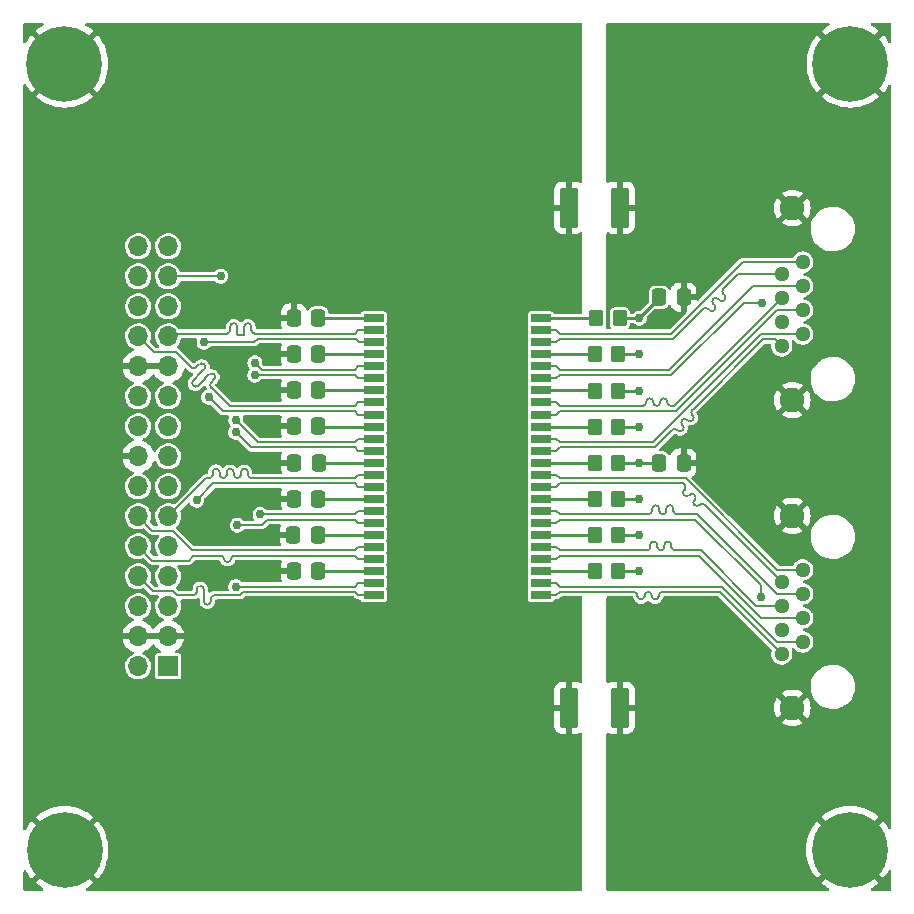
<source format=gtl>
%TF.GenerationSoftware,KiCad,Pcbnew,6.0.0-d3dd2cf0fa~116~ubuntu20.04.1*%
%TF.CreationDate,2022-01-13T14:32:50+07:00*%
%TF.ProjectId,i5ether_mod,69356574-6865-4725-9f6d-6f642e6b6963,v1.0*%
%TF.SameCoordinates,Original*%
%TF.FileFunction,Copper,L1,Top*%
%TF.FilePolarity,Positive*%
%FSLAX46Y46*%
G04 Gerber Fmt 4.6, Leading zero omitted, Abs format (unit mm)*
G04 Created by KiCad (PCBNEW 6.0.0-d3dd2cf0fa~116~ubuntu20.04.1) date 2022-01-13 14:32:50*
%MOMM*%
%LPD*%
G01*
G04 APERTURE LIST*
G04 Aperture macros list*
%AMRoundRect*
0 Rectangle with rounded corners*
0 $1 Rounding radius*
0 $2 $3 $4 $5 $6 $7 $8 $9 X,Y pos of 4 corners*
0 Add a 4 corners polygon primitive as box body*
4,1,4,$2,$3,$4,$5,$6,$7,$8,$9,$2,$3,0*
0 Add four circle primitives for the rounded corners*
1,1,$1+$1,$2,$3*
1,1,$1+$1,$4,$5*
1,1,$1+$1,$6,$7*
1,1,$1+$1,$8,$9*
0 Add four rect primitives between the rounded corners*
20,1,$1+$1,$2,$3,$4,$5,0*
20,1,$1+$1,$4,$5,$6,$7,0*
20,1,$1+$1,$6,$7,$8,$9,0*
20,1,$1+$1,$8,$9,$2,$3,0*%
G04 Aperture macros list end*
%TA.AperFunction,SMDPad,CuDef*%
%ADD10RoundRect,0.250000X0.337500X0.475000X-0.337500X0.475000X-0.337500X-0.475000X0.337500X-0.475000X0*%
%TD*%
%TA.AperFunction,SMDPad,CuDef*%
%ADD11RoundRect,0.250000X-0.350000X-0.450000X0.350000X-0.450000X0.350000X0.450000X-0.350000X0.450000X0*%
%TD*%
%TA.AperFunction,ComponentPad*%
%ADD12C,6.400000*%
%TD*%
%TA.AperFunction,ComponentPad*%
%ADD13R,1.700000X1.700000*%
%TD*%
%TA.AperFunction,ComponentPad*%
%ADD14O,1.700000X1.700000*%
%TD*%
%TA.AperFunction,SMDPad,CuDef*%
%ADD15RoundRect,0.250000X0.537500X1.450000X-0.537500X1.450000X-0.537500X-1.450000X0.537500X-1.450000X0*%
%TD*%
%TA.AperFunction,ComponentPad*%
%ADD16C,1.297000*%
%TD*%
%TA.AperFunction,ComponentPad*%
%ADD17C,2.082800*%
%TD*%
%TA.AperFunction,SMDPad,CuDef*%
%ADD18R,1.720000X0.640000*%
%TD*%
%TA.AperFunction,ViaPad*%
%ADD19C,0.762000*%
%TD*%
%TA.AperFunction,Conductor*%
%ADD20C,0.254000*%
%TD*%
%TA.AperFunction,Conductor*%
%ADD21C,0.200000*%
%TD*%
G04 APERTURE END LIST*
D10*
%TO.P,C8,1*%
%TO.N,Net-(C8-Pad1)*%
X124094900Y-109798000D03*
%TO.P,C8,2*%
%TO.N,GND*%
X122019900Y-109798000D03*
%TD*%
D11*
%TO.P,R7,1*%
%TO.N,Net-(R7-Pad1)*%
X147488000Y-106758000D03*
%TO.P,R7,2*%
%TO.N,Net-(C10-Pad2)*%
X149488000Y-106758000D03*
%TD*%
%TO.P,R6,1*%
%TO.N,Net-(R6-Pad1)*%
X147488000Y-103708000D03*
%TO.P,R6,2*%
%TO.N,Net-(C10-Pad2)*%
X149488000Y-103708000D03*
%TD*%
%TO.P,R1,1*%
%TO.N,Net-(R1-Pad1)*%
X147608000Y-88388000D03*
%TO.P,R1,2*%
%TO.N,Net-(C9-Pad2)*%
X149608000Y-88388000D03*
%TD*%
%TO.P,R3,1*%
%TO.N,Net-(R3-Pad1)*%
X147498000Y-94518000D03*
%TO.P,R3,2*%
%TO.N,Net-(C9-Pad2)*%
X149498000Y-94518000D03*
%TD*%
D12*
%TO.P,H1,1,1*%
%TO.N,GND*%
X102599998Y-66839998D03*
%TD*%
D10*
%TO.P,C5,1*%
%TO.N,Net-(C5-Pad1)*%
X124114900Y-100618000D03*
%TO.P,C5,2*%
%TO.N,GND*%
X122039900Y-100618000D03*
%TD*%
%TO.P,C4,1*%
%TO.N,Net-(C4-Pad1)*%
X124104900Y-97558000D03*
%TO.P,C4,2*%
%TO.N,GND*%
X122029900Y-97558000D03*
%TD*%
D13*
%TO.P,J1,1,Pin_1*%
%TO.N,unconnected-(J1-Pad1)*%
X111388000Y-117868000D03*
D14*
%TO.P,J1,2,Pin_2*%
%TO.N,unconnected-(J1-Pad2)*%
X108848000Y-117868000D03*
%TO.P,J1,3,Pin_3*%
%TO.N,GND*%
X111388000Y-115328000D03*
%TO.P,J1,4,Pin_4*%
X108848000Y-115328000D03*
%TO.P,J1,5,Pin_5*%
%TO.N,/TD6+*%
X111388000Y-112788000D03*
%TO.P,J1,6,Pin_6*%
%TO.N,/TD8+*%
X108848000Y-112788000D03*
%TO.P,J1,7,Pin_7*%
%TO.N,/TD6-*%
X111388000Y-110248000D03*
%TO.P,J1,8,Pin_8*%
%TO.N,/TD8-*%
X108848000Y-110248000D03*
%TO.P,J1,9,Pin_9*%
%TO.N,/TD5-*%
X111388000Y-107708000D03*
%TO.P,J1,10,Pin_10*%
%TO.N,/TD7-*%
X108848000Y-107708000D03*
%TO.P,J1,11,Pin_11*%
%TO.N,/TD5+*%
X111388000Y-105168000D03*
%TO.P,J1,12,Pin_12*%
%TO.N,/TD7+*%
X108848000Y-105168000D03*
%TO.P,J1,13,Pin_13*%
%TO.N,unconnected-(J1-Pad13)*%
X111388000Y-102628000D03*
%TO.P,J1,14,Pin_14*%
%TO.N,unconnected-(J1-Pad14)*%
X108848000Y-102628000D03*
%TO.P,J1,15,Pin_15*%
%TO.N,unconnected-(J1-Pad15)*%
X111388000Y-100088000D03*
%TO.P,J1,16,Pin_16*%
%TO.N,GND*%
X108848000Y-100088000D03*
%TO.P,J1,17,Pin_17*%
%TO.N,unconnected-(J1-Pad17)*%
X111388000Y-97548000D03*
%TO.P,J1,18,Pin_18*%
%TO.N,unconnected-(J1-Pad18)*%
X108848000Y-97548000D03*
%TO.P,J1,19,Pin_19*%
%TO.N,unconnected-(J1-Pad19)*%
X111388000Y-95008000D03*
%TO.P,J1,20,Pin_20*%
%TO.N,unconnected-(J1-Pad20)*%
X108848000Y-95008000D03*
%TO.P,J1,21,Pin_21*%
%TO.N,GND*%
X111388000Y-92468000D03*
%TO.P,J1,22,Pin_22*%
X108848000Y-92468000D03*
%TO.P,J1,23,Pin_23*%
%TO.N,/TD1+*%
X111388000Y-89928000D03*
%TO.P,J1,24,Pin_24*%
%TO.N,/TD3+*%
X108848000Y-89928000D03*
%TO.P,J1,25,Pin_25*%
%TO.N,/TD1-*%
X111388000Y-87388000D03*
%TO.P,J1,26,Pin_26*%
%TO.N,/TD3-*%
X108848000Y-87388000D03*
%TO.P,J1,27,Pin_27*%
%TO.N,/TD2-*%
X111388000Y-84848000D03*
%TO.P,J1,28,Pin_28*%
%TO.N,/TD4-*%
X108848000Y-84848000D03*
%TO.P,J1,29,Pin_29*%
%TO.N,/TD2+*%
X111388000Y-82308000D03*
%TO.P,J1,30,Pin_30*%
%TO.N,/TD4+*%
X108848000Y-82308000D03*
%TD*%
D10*
%TO.P,C7,1*%
%TO.N,Net-(C7-Pad1)*%
X124044900Y-106738000D03*
%TO.P,C7,2*%
%TO.N,GND*%
X121969900Y-106738000D03*
%TD*%
D12*
%TO.P,H2,1,1*%
%TO.N,GND*%
X102610006Y-133409995D03*
%TD*%
D10*
%TO.P,C3,1*%
%TO.N,Net-(C3-Pad1)*%
X124104900Y-94498000D03*
%TO.P,C3,2*%
%TO.N,GND*%
X122029900Y-94498000D03*
%TD*%
%TO.P,C6,1*%
%TO.N,Net-(C6-Pad1)*%
X124104900Y-103678000D03*
%TO.P,C6,2*%
%TO.N,GND*%
X122029900Y-103678000D03*
%TD*%
D11*
%TO.P,R5,1*%
%TO.N,Net-(R5-Pad1)*%
X147498000Y-100638000D03*
%TO.P,R5,2*%
%TO.N,Net-(C10-Pad2)*%
X149498000Y-100638000D03*
%TD*%
D10*
%TO.P,C9,1*%
%TO.N,Earth*%
X155015500Y-86608000D03*
%TO.P,C9,2*%
%TO.N,Net-(C9-Pad2)*%
X152940500Y-86608000D03*
%TD*%
D15*
%TO.P,C12,1*%
%TO.N,Earth*%
X149605500Y-121378000D03*
%TO.P,C12,2*%
%TO.N,GND*%
X145330500Y-121378000D03*
%TD*%
%TO.P,C11,1*%
%TO.N,Earth*%
X149605500Y-79028000D03*
%TO.P,C11,2*%
%TO.N,GND*%
X145330500Y-79028000D03*
%TD*%
D16*
%TO.P,J3,1,1*%
%TO.N,/MX5+*%
X165108000Y-109698000D03*
%TO.P,J3,2,2*%
%TO.N,/MX5-*%
X163330000Y-110714000D03*
%TO.P,J3,3,3*%
%TO.N,/MX6+*%
X165108000Y-111730000D03*
%TO.P,J3,4,4*%
%TO.N,/MX7+*%
X163330000Y-112746000D03*
%TO.P,J3,5,5*%
%TO.N,/MX7-*%
X165108000Y-113762000D03*
%TO.P,J3,6,6*%
%TO.N,/MX6-*%
X163330000Y-114778000D03*
%TO.P,J3,7,7*%
%TO.N,/MX8+*%
X165108000Y-115794000D03*
%TO.P,J3,8,8*%
%TO.N,/MX8-*%
X163330000Y-116810000D03*
D17*
%TO.P,J3,9,SHIELD*%
%TO.N,Earth*%
X164219000Y-105126000D03*
%TO.P,J3,10,SHIELD*%
X164219000Y-121382000D03*
%TD*%
D18*
%TO.P,T1,1,TCT1*%
%TO.N,Net-(C1-Pad1)*%
X128778000Y-88388000D03*
%TO.P,T1,2,TD1+*%
%TO.N,/TD1+*%
X128778000Y-89408000D03*
%TO.P,T1,3,TD1-*%
%TO.N,/TD1-*%
X128778000Y-90428000D03*
%TO.P,T1,4,TCT2*%
%TO.N,Net-(C2-Pad1)*%
X128778000Y-91448000D03*
%TO.P,T1,5,TD2+*%
%TO.N,/TD2+*%
X128778000Y-92468000D03*
%TO.P,T1,6,TD2-*%
%TO.N,/TD2-*%
X128778000Y-93488000D03*
%TO.P,T1,7,TCT3*%
%TO.N,Net-(C3-Pad1)*%
X128778000Y-94508000D03*
%TO.P,T1,8,TD3+*%
%TO.N,/TD3+*%
X128778000Y-95528000D03*
%TO.P,T1,9,TD3-*%
%TO.N,/TD3-*%
X128778000Y-96548000D03*
%TO.P,T1,10,TCT4*%
%TO.N,Net-(C4-Pad1)*%
X128778000Y-97568000D03*
%TO.P,T1,11,TD4+*%
%TO.N,/TD4+*%
X128778000Y-98588000D03*
%TO.P,T1,12,TD4-*%
%TO.N,/TD4-*%
X128778000Y-99608000D03*
%TO.P,T1,13,TCT5*%
%TO.N,Net-(C5-Pad1)*%
X128778000Y-100628000D03*
%TO.P,T1,14,TD5+*%
%TO.N,/TD5+*%
X128778000Y-101648000D03*
%TO.P,T1,15,TD5-*%
%TO.N,/TD5-*%
X128778000Y-102668000D03*
%TO.P,T1,16,TCT6*%
%TO.N,Net-(C6-Pad1)*%
X128778000Y-103688000D03*
%TO.P,T1,17,TD6+*%
%TO.N,/TD6+*%
X128778000Y-104708000D03*
%TO.P,T1,18,TD6-*%
%TO.N,/TD6-*%
X128778000Y-105728000D03*
%TO.P,T1,19,TCT7*%
%TO.N,Net-(C7-Pad1)*%
X128778000Y-106748000D03*
%TO.P,T1,20,TD7+*%
%TO.N,/TD7+*%
X128778000Y-107768000D03*
%TO.P,T1,21,TD7-*%
%TO.N,/TD7-*%
X128778000Y-108788000D03*
%TO.P,T1,22,TCT8*%
%TO.N,Net-(C8-Pad1)*%
X128778000Y-109808000D03*
%TO.P,T1,23,TD8+*%
%TO.N,/TD8+*%
X128778000Y-110828000D03*
%TO.P,T1,24,TD8-*%
%TO.N,/TD8-*%
X128778000Y-111848000D03*
%TO.P,T1,25,MX8-*%
%TO.N,/MX8-*%
X142938000Y-111848000D03*
%TO.P,T1,26,MX8+*%
%TO.N,/MX8+*%
X142938000Y-110828000D03*
%TO.P,T1,27,CMT8*%
%TO.N,Net-(R8-Pad1)*%
X142938000Y-109808000D03*
%TO.P,T1,28,MX7-*%
%TO.N,/MX7-*%
X142938000Y-108788000D03*
%TO.P,T1,29,MX7+*%
%TO.N,/MX7+*%
X142938000Y-107768000D03*
%TO.P,T1,30,CMT7*%
%TO.N,Net-(R7-Pad1)*%
X142938000Y-106748000D03*
%TO.P,T1,31,MX6-*%
%TO.N,/MX6-*%
X142938000Y-105728000D03*
%TO.P,T1,32,MX6+*%
%TO.N,/MX6+*%
X142938000Y-104708000D03*
%TO.P,T1,33,CMT6*%
%TO.N,Net-(R6-Pad1)*%
X142938000Y-103688000D03*
%TO.P,T1,34,MX5-*%
%TO.N,/MX5-*%
X142938000Y-102668000D03*
%TO.P,T1,35,MX5+*%
%TO.N,/MX5+*%
X142938000Y-101648000D03*
%TO.P,T1,36,CMT5*%
%TO.N,Net-(R5-Pad1)*%
X142938000Y-100628000D03*
%TO.P,T1,37,MX4-*%
%TO.N,/MX4-*%
X142938000Y-99608000D03*
%TO.P,T1,38,MX4+*%
%TO.N,/MX4+*%
X142938000Y-98588000D03*
%TO.P,T1,39,CMT4*%
%TO.N,Net-(R4-Pad1)*%
X142938000Y-97568000D03*
%TO.P,T1,40,MX3-*%
%TO.N,/MX3-*%
X142938000Y-96548000D03*
%TO.P,T1,41,MX3+*%
%TO.N,/MX3+*%
X142938000Y-95528000D03*
%TO.P,T1,42,CMT3*%
%TO.N,Net-(R3-Pad1)*%
X142938000Y-94508000D03*
%TO.P,T1,43,MX2-*%
%TO.N,/MX2-*%
X142938000Y-93488000D03*
%TO.P,T1,44,MX2+*%
%TO.N,/MX2+*%
X142938000Y-92468000D03*
%TO.P,T1,45,CMT2*%
%TO.N,Net-(R2-Pad1)*%
X142938000Y-91448000D03*
%TO.P,T1,46,MX1-*%
%TO.N,/MX1-*%
X142938000Y-90428000D03*
%TO.P,T1,47,MX1+*%
%TO.N,/MX1+*%
X142938000Y-89408000D03*
%TO.P,T1,48,CMT1*%
%TO.N,Net-(R1-Pad1)*%
X142938000Y-88388000D03*
%TD*%
D10*
%TO.P,C1,1*%
%TO.N,Net-(C1-Pad1)*%
X124085500Y-88378000D03*
%TO.P,C1,2*%
%TO.N,GND*%
X122010500Y-88378000D03*
%TD*%
D12*
%TO.P,H4,1,1*%
%TO.N,Earth*%
X169139997Y-66850006D03*
%TD*%
D11*
%TO.P,R8,1*%
%TO.N,Net-(R8-Pad1)*%
X147488000Y-109828000D03*
%TO.P,R8,2*%
%TO.N,Net-(C10-Pad2)*%
X149488000Y-109828000D03*
%TD*%
D10*
%TO.P,C10,1*%
%TO.N,Earth*%
X155015500Y-100648000D03*
%TO.P,C10,2*%
%TO.N,Net-(C10-Pad2)*%
X152940500Y-100648000D03*
%TD*%
%TO.P,C2,1*%
%TO.N,Net-(C2-Pad1)*%
X124104900Y-91438000D03*
%TO.P,C2,2*%
%TO.N,GND*%
X122029900Y-91438000D03*
%TD*%
D11*
%TO.P,R4,1*%
%TO.N,Net-(R4-Pad1)*%
X147498000Y-97578000D03*
%TO.P,R4,2*%
%TO.N,Net-(C9-Pad2)*%
X149498000Y-97578000D03*
%TD*%
D12*
%TO.P,H3,1,1*%
%TO.N,Earth*%
X169110000Y-133390005D03*
%TD*%
D11*
%TO.P,R2,1*%
%TO.N,Net-(R2-Pad1)*%
X147498000Y-91458000D03*
%TO.P,R2,2*%
%TO.N,Net-(C9-Pad2)*%
X149498000Y-91458000D03*
%TD*%
D16*
%TO.P,J2,1,1*%
%TO.N,/MX1+*%
X165108000Y-83638000D03*
%TO.P,J2,2,2*%
%TO.N,/MX1-*%
X163330000Y-84654000D03*
%TO.P,J2,3,3*%
%TO.N,/MX2+*%
X165108000Y-85670000D03*
%TO.P,J2,4,4*%
%TO.N,/MX3+*%
X163330000Y-86686000D03*
%TO.P,J2,5,5*%
%TO.N,/MX3-*%
X165108000Y-87702000D03*
%TO.P,J2,6,6*%
%TO.N,/MX2-*%
X163330000Y-88718000D03*
%TO.P,J2,7,7*%
%TO.N,/MX4+*%
X165108000Y-89734000D03*
%TO.P,J2,8,8*%
%TO.N,/MX4-*%
X163330000Y-90750000D03*
D17*
%TO.P,J2,9,SHIELD*%
%TO.N,Earth*%
X164219000Y-79066000D03*
%TO.P,J2,10,SHIELD*%
X164219000Y-95322000D03*
%TD*%
D19*
%TO.N,GND*%
X105875474Y-113740000D03*
X131275474Y-108660000D03*
X120398000Y-91368000D03*
X120398000Y-88408000D03*
X121115474Y-68020000D03*
X120408000Y-109798000D03*
X100795474Y-103580000D03*
X136355474Y-108660000D03*
X105875474Y-118820000D03*
X131275474Y-88340000D03*
X120398000Y-94458000D03*
X100795474Y-93420000D03*
X121115474Y-134060000D03*
X131275474Y-93420000D03*
X105875474Y-98500000D03*
X121115474Y-83260000D03*
X131275474Y-98500000D03*
X105875474Y-108660000D03*
X120398000Y-97518000D03*
X120398000Y-103598000D03*
X136355474Y-98500000D03*
X141435474Y-83260000D03*
X110955474Y-78180000D03*
X100795474Y-113740000D03*
X141435474Y-88340000D03*
X105875474Y-93420000D03*
X141435474Y-68020000D03*
X131275474Y-68020000D03*
X121115474Y-113740000D03*
X136355474Y-113740000D03*
X110955474Y-123900000D03*
X141435474Y-134060000D03*
X141435474Y-103580000D03*
X136355474Y-93420000D03*
X121115474Y-123900000D03*
X110955474Y-68020000D03*
X141435474Y-113740000D03*
X100795474Y-73100000D03*
X126195474Y-83260000D03*
X131275474Y-83260000D03*
X131275474Y-123900000D03*
X105875474Y-103580000D03*
X100795474Y-83260000D03*
X141435474Y-108660000D03*
X105875474Y-88340000D03*
X110955474Y-134060000D03*
X100795474Y-123900000D03*
X141435474Y-78180000D03*
X120398000Y-106808000D03*
X116035474Y-103580000D03*
X121115474Y-78180000D03*
X105875474Y-83260000D03*
X141435474Y-123900000D03*
X141435474Y-98500000D03*
X126195474Y-113740000D03*
X136355474Y-103580000D03*
X131275474Y-113740000D03*
X136355474Y-83260000D03*
X116035474Y-113740000D03*
X131275474Y-78180000D03*
X141435474Y-93420000D03*
X120398000Y-100548000D03*
X136355474Y-88340000D03*
X131275474Y-134060000D03*
X131275474Y-103580000D03*
%TO.N,Earth*%
X171915474Y-103580000D03*
X166835474Y-83260000D03*
X156675474Y-83260000D03*
X151595474Y-123900000D03*
X171915474Y-123900000D03*
X156675474Y-98500000D03*
X151595474Y-68020000D03*
X161755474Y-118820000D03*
X161755474Y-78180000D03*
X171915474Y-83260000D03*
X151595474Y-134060000D03*
X151595474Y-113740000D03*
X166835474Y-88340000D03*
X161755474Y-134060000D03*
X161755474Y-103580000D03*
X171915474Y-93420000D03*
X171915474Y-113740000D03*
X156675474Y-113740000D03*
X151595474Y-83260000D03*
X156675474Y-118820000D03*
X161755474Y-123900000D03*
X166835474Y-113740000D03*
X151595474Y-78180000D03*
X161755474Y-93420000D03*
X161755474Y-68020000D03*
%TO.N,Net-(C9-Pad2)*%
X151268000Y-94518000D03*
X151268000Y-97578000D03*
X151268000Y-91448000D03*
X151268000Y-88378000D03*
%TO.N,Net-(C10-Pad2)*%
X151278000Y-106768000D03*
X151278000Y-109828000D03*
X151278000Y-100638000D03*
X151278000Y-103688000D03*
%TO.N,/TD6+*%
X119168437Y-105005537D03*
%TO.N,/TD8+*%
X117108000Y-111118000D03*
%TO.N,/TD6-*%
X117241458Y-105901458D03*
%TO.N,/TD5-*%
X113804542Y-103784542D03*
%TO.N,/TD1-*%
X114428011Y-90417989D03*
%TO.N,/TD3-*%
X114801458Y-95064542D03*
%TO.N,/TD2-*%
X118718000Y-93208000D03*
X115836948Y-84849052D03*
%TO.N,/TD4-*%
X117104208Y-98031792D03*
%TO.N,/TD2+*%
X118724097Y-92181013D03*
%TO.N,/TD4+*%
X117115750Y-97010250D03*
%TO.N,/MX2-*%
X161678000Y-87078000D03*
%TO.N,/MX6-*%
X161551129Y-112011500D03*
%TD*%
D20*
%TO.N,Net-(C1-Pad1)*%
X123625500Y-88388000D02*
X128778000Y-88388000D01*
%TO.N,GND*%
X122029900Y-94498000D02*
X120438000Y-94498000D01*
X122029900Y-91438000D02*
X120468000Y-91438000D01*
X120478000Y-103678000D02*
X120398000Y-103598000D01*
X120428000Y-88378000D02*
X120398000Y-88408000D01*
X122029900Y-103678000D02*
X120478000Y-103678000D01*
X120438000Y-97558000D02*
X120398000Y-97518000D01*
X122010500Y-88378000D02*
X120428000Y-88378000D01*
X120468000Y-91438000D02*
X120398000Y-91368000D01*
X120468000Y-106738000D02*
X120398000Y-106808000D01*
X122039900Y-100618000D02*
X120468000Y-100618000D01*
X122029900Y-97558000D02*
X120438000Y-97558000D01*
X121969900Y-106738000D02*
X120468000Y-106738000D01*
X120468000Y-100618000D02*
X120398000Y-100548000D01*
X120408000Y-109798000D02*
X122019900Y-109798000D01*
X120438000Y-94498000D02*
X120398000Y-94458000D01*
%TO.N,Net-(C2-Pad1)*%
X123644900Y-91448000D02*
X128778000Y-91448000D01*
%TO.N,Net-(C3-Pad1)*%
X123644900Y-94508000D02*
X128778000Y-94508000D01*
%TO.N,Net-(C4-Pad1)*%
X123644900Y-97568000D02*
X128778000Y-97568000D01*
%TO.N,Net-(C5-Pad1)*%
X123654900Y-100628000D02*
X128778000Y-100628000D01*
%TO.N,Net-(C6-Pad1)*%
X123644900Y-103688000D02*
X128778000Y-103688000D01*
%TO.N,Net-(C7-Pad1)*%
X123584900Y-106748000D02*
X128778000Y-106748000D01*
%TO.N,Net-(C8-Pad1)*%
X123634900Y-109808000D02*
X128778000Y-109808000D01*
%TO.N,Net-(C9-Pad2)*%
X152940500Y-86608000D02*
X152940500Y-86705500D01*
X151268000Y-97578000D02*
X149498000Y-97578000D01*
X151258000Y-91458000D02*
X151268000Y-91448000D01*
X152940500Y-86705500D02*
X151268000Y-88378000D01*
X149608000Y-88388000D02*
X151258000Y-88388000D01*
X151258000Y-88388000D02*
X151268000Y-88378000D01*
X149498000Y-94518000D02*
X151268000Y-94518000D01*
X149498000Y-91458000D02*
X151258000Y-91458000D01*
%TO.N,Net-(C10-Pad2)*%
X149498000Y-100638000D02*
X151278000Y-100638000D01*
X152780500Y-100638000D02*
X152800500Y-100658000D01*
X149488000Y-103708000D02*
X151258000Y-103708000D01*
X151278000Y-100638000D02*
X152780500Y-100638000D01*
X149488000Y-106758000D02*
X151268000Y-106758000D01*
X151268000Y-106758000D02*
X151278000Y-106768000D01*
X151278000Y-109828000D02*
X149488000Y-109828000D01*
X151258000Y-103708000D02*
X151278000Y-103688000D01*
D21*
%TO.N,/TD6+*%
X127202999Y-104993000D02*
X127487999Y-104708000D01*
X119180974Y-104993000D02*
X127202999Y-104993000D01*
X119168437Y-105005537D02*
X119180974Y-104993000D01*
X127487999Y-104708000D02*
X128778000Y-104708000D01*
%TO.N,/TD8+*%
X127487999Y-110828000D02*
X127202999Y-111113000D01*
X117113000Y-111113000D02*
X117108000Y-111118000D01*
X128778000Y-110828000D02*
X127487999Y-110828000D01*
X127202999Y-111113000D02*
X117113000Y-111113000D01*
%TO.N,/TD6-*%
X127473480Y-105728000D02*
X127188000Y-105442520D01*
X117241458Y-105901458D02*
X119305600Y-105901458D01*
X128608000Y-105558000D02*
X128778000Y-105728000D01*
X119305600Y-105901458D02*
X119764538Y-105442520D01*
X127188000Y-105442520D02*
X119764538Y-105442520D01*
X128778000Y-105728000D02*
X127473480Y-105728000D01*
%TO.N,/TD8-*%
X113797489Y-111548511D02*
X113797489Y-111341714D01*
X110088000Y-111488000D02*
X111790023Y-111488000D01*
X114397489Y-111341714D02*
X114397489Y-112355308D01*
X115297489Y-111848511D02*
X117437489Y-111848511D01*
X112150534Y-111848511D02*
X113497489Y-111848511D01*
X111790023Y-111488000D02*
X112150534Y-111848511D01*
X108848000Y-110248000D02*
X110088000Y-111488000D01*
X114997489Y-112355308D02*
X114997489Y-112148511D01*
X117723000Y-111563000D02*
X127202999Y-111563000D01*
X117437489Y-111848511D02*
X117723000Y-111563000D01*
X127487999Y-111848000D02*
X128778000Y-111848000D01*
X127202999Y-111563000D02*
X127487999Y-111848000D01*
X115297489Y-111848511D02*
G75*
G03*
X114997489Y-112148511I0J-300000D01*
G01*
X114997489Y-112355308D02*
G75*
G02*
X114697489Y-112655308I-300000J0D01*
G01*
X114397489Y-111341714D02*
G75*
G03*
X114097489Y-111041714I-300000J0D01*
G01*
X113797489Y-111548511D02*
G75*
G02*
X113497489Y-111848511I-300000J0D01*
G01*
X114697489Y-112655308D02*
G75*
G02*
X114397489Y-112355308I0J300000D01*
G01*
X114097489Y-111041714D02*
G75*
G03*
X113797489Y-111341714I0J-300000D01*
G01*
%TO.N,/TD5-*%
X127202999Y-102383000D02*
X115206084Y-102383000D01*
X128778000Y-102668000D02*
X127487999Y-102668000D01*
X115206084Y-102383000D02*
X113804542Y-103784542D01*
X127487999Y-102668000D02*
X127202999Y-102383000D01*
%TO.N,/TD7-*%
X113109009Y-108911511D02*
X113518000Y-108502520D01*
X127487999Y-108788000D02*
X128778000Y-108788000D01*
X110051511Y-108911511D02*
X113109009Y-108911511D01*
X117043480Y-108502520D02*
X119190843Y-108502520D01*
X113518000Y-108502520D02*
X115843480Y-108502520D01*
X127202999Y-108503000D02*
X127487999Y-108788000D01*
X119190843Y-108502520D02*
X119191323Y-108503000D01*
X116364448Y-109023488D02*
X116443480Y-109023488D01*
X119191323Y-108503000D02*
X127202999Y-108503000D01*
X116964448Y-108502520D02*
X117043480Y-108502520D01*
X108848000Y-107708000D02*
X110051511Y-108911511D01*
X116364448Y-109023488D02*
G75*
G02*
X116103964Y-108763004I0J260484D01*
G01*
X116964448Y-108502520D02*
G75*
G03*
X116703964Y-108763004I0J-260484D01*
G01*
X116703964Y-108763004D02*
G75*
G02*
X116443480Y-109023488I-260484J0D01*
G01*
X116103964Y-108763004D02*
G75*
G03*
X115843480Y-108502520I-260484J0D01*
G01*
%TO.N,/TD5+*%
X116933000Y-101633000D02*
X116933000Y-101426569D01*
X114623000Y-101933000D02*
X111388000Y-105168000D01*
X128778000Y-101648000D02*
X127487999Y-101648000D01*
X117533000Y-101426569D02*
X117533000Y-101633000D01*
X127202999Y-101933000D02*
X118433000Y-101933000D01*
X114833000Y-101933000D02*
X114623000Y-101933000D01*
X127487999Y-101648000D02*
X127202999Y-101933000D01*
X115133000Y-101426569D02*
X115133000Y-101633000D01*
X118133000Y-101633000D02*
X118133000Y-101426569D01*
X115733000Y-101633000D02*
X115733000Y-101426569D01*
X116333000Y-101426569D02*
X116333000Y-101633000D01*
X116933000Y-101633000D02*
G75*
G03*
X117233000Y-101933000I300000J0D01*
G01*
X115433000Y-101126569D02*
G75*
G02*
X115733000Y-101426569I0J-300000D01*
G01*
X116633000Y-101126569D02*
G75*
G02*
X116933000Y-101426569I0J-300000D01*
G01*
X115733000Y-101633000D02*
G75*
G03*
X116033000Y-101933000I300000J0D01*
G01*
X116333000Y-101426569D02*
G75*
G02*
X116633000Y-101126569I300000J0D01*
G01*
X116033000Y-101933000D02*
G75*
G03*
X116333000Y-101633000I0J300000D01*
G01*
X114833000Y-101933000D02*
G75*
G03*
X115133000Y-101633000I0J300000D01*
G01*
X115133000Y-101426569D02*
G75*
G02*
X115433000Y-101126569I300000J0D01*
G01*
X118133000Y-101633000D02*
G75*
G03*
X118433000Y-101933000I300000J0D01*
G01*
X117533000Y-101426569D02*
G75*
G02*
X117833000Y-101126569I300000J0D01*
G01*
X117833000Y-101126569D02*
G75*
G02*
X118133000Y-101426569I0J-300000D01*
G01*
X117233000Y-101933000D02*
G75*
G03*
X117533000Y-101633000I0J300000D01*
G01*
%TO.N,/TD7+*%
X111753534Y-106371511D02*
X110051511Y-106371511D01*
X127487999Y-107768000D02*
X127202999Y-108053000D01*
X110051511Y-106371511D02*
X108848000Y-105168000D01*
X127202999Y-108053000D02*
X113435023Y-108053000D01*
X113435023Y-108053000D02*
X111753534Y-106371511D01*
X128778000Y-107768000D02*
X127487999Y-107768000D01*
%TO.N,/TD1+*%
X117290887Y-89814285D02*
X117764091Y-89814285D01*
X117827489Y-89687489D02*
X117827489Y-89110693D01*
X118427489Y-89110693D02*
X118427489Y-89387489D01*
X127197488Y-89687489D02*
X127202999Y-89693000D01*
X117827489Y-89750887D02*
X117827489Y-89687489D01*
X117227489Y-89110693D02*
X117227489Y-89387489D01*
X117227489Y-89387489D02*
X117227489Y-89750887D01*
X111898511Y-89417489D02*
X111388000Y-89928000D01*
X116627489Y-89387489D02*
X116627489Y-89110693D01*
X127487999Y-89408000D02*
X128778000Y-89408000D01*
X119276073Y-89687489D02*
X127197488Y-89687489D01*
X111388000Y-89928000D02*
X111628511Y-89687489D01*
X118727489Y-89687489D02*
X119276073Y-89687489D01*
X111628511Y-89687489D02*
X116327489Y-89687489D01*
X127202999Y-89693000D02*
X127487999Y-89408000D01*
X118427489Y-89110693D02*
G75*
G03*
X118127489Y-88810693I-300000J0D01*
G01*
X118127489Y-88810693D02*
G75*
G03*
X117827489Y-89110693I0J-300000D01*
G01*
X116627489Y-89387489D02*
G75*
G02*
X116327489Y-89687489I-300000J0D01*
G01*
X116927489Y-88810693D02*
G75*
G03*
X116627489Y-89110693I0J-300000D01*
G01*
X117227489Y-89110693D02*
G75*
G03*
X116927489Y-88810693I-300000J0D01*
G01*
X117290887Y-89814285D02*
G75*
G02*
X117227489Y-89750887I1J63399D01*
G01*
X118727489Y-89687489D02*
G75*
G02*
X118427489Y-89387489I0J300000D01*
G01*
X117827489Y-89750887D02*
G75*
G02*
X117764091Y-89814285I-63399J1D01*
G01*
%TO.N,/TD3+*%
X114443154Y-92725639D02*
X114443155Y-92725638D01*
X108848000Y-89928000D02*
X110184489Y-91264489D01*
X113757264Y-92563000D02*
X114018891Y-92301374D01*
X116583000Y-95813000D02*
X127202999Y-95813000D01*
X114605789Y-93411524D02*
X114867415Y-93149898D01*
X115030053Y-94260053D02*
X115065408Y-94295408D01*
X110184489Y-91264489D02*
X112034489Y-91264489D01*
X114393658Y-93623658D02*
X114605789Y-93411524D01*
X114443155Y-92725638D02*
X114181527Y-92987263D01*
X127487999Y-95528000D02*
X128778000Y-95528000D01*
X115291681Y-93574164D02*
X115030053Y-93835789D01*
X113757265Y-92562999D02*
X113757264Y-92563000D01*
X112034489Y-91264489D02*
X113333000Y-92563000D01*
X113919900Y-94097417D02*
X114393658Y-93623658D01*
X113919901Y-94097416D02*
X113919900Y-94097417D01*
X127202999Y-95813000D02*
X127487999Y-95528000D01*
X114181527Y-92987263D02*
X113495636Y-93673153D01*
X115065408Y-94295408D02*
X116583000Y-95813000D01*
X115291680Y-93574165D02*
X115291681Y-93574164D01*
X115030054Y-94260052D02*
G75*
G02*
X115030054Y-93835790I212131J212131D01*
G01*
X115291680Y-93149901D02*
G75*
G03*
X114867416Y-93149899I-212133J-212136D01*
G01*
X114443154Y-92301375D02*
G75*
G03*
X114018892Y-92301375I-212131J-212131D01*
G01*
X113757265Y-92562999D02*
G75*
G02*
X113333000Y-92563000I-212133J212127D01*
G01*
X114443154Y-92725639D02*
G75*
G03*
X114443155Y-92301374I-212134J212133D01*
G01*
X115291680Y-93574165D02*
G75*
G03*
X115291681Y-93149900I-212134J212133D01*
G01*
X113495637Y-94097416D02*
G75*
G02*
X113495637Y-93673154I212131J212131D01*
G01*
X113919900Y-94097415D02*
G75*
G02*
X113495637Y-94097416I-212132J212130D01*
G01*
%TO.N,/TD1-*%
X127016801Y-90142520D02*
X127243973Y-90142520D01*
X114428011Y-90417989D02*
X118688011Y-90417989D01*
X118968000Y-90138000D02*
X127012281Y-90138000D01*
X118688011Y-90417989D02*
X118968000Y-90138000D01*
X127243973Y-90142520D02*
X127529453Y-90428000D01*
X127529453Y-90428000D02*
X128778000Y-90428000D01*
X127012281Y-90138000D02*
X127016801Y-90142520D01*
%TO.N,/TD3-*%
X127202999Y-96263000D02*
X127487999Y-96548000D01*
X114801458Y-95064542D02*
X115999916Y-96263000D01*
X127487999Y-96548000D02*
X128778000Y-96548000D01*
X115999916Y-96263000D02*
X127202999Y-96263000D01*
%TO.N,/TD2-*%
X115836948Y-84849052D02*
X115835896Y-84848000D01*
X127487999Y-93488000D02*
X128778000Y-93488000D01*
X118718000Y-93208000D02*
X118723000Y-93203000D01*
X127202999Y-93203000D02*
X127487999Y-93488000D01*
X118723000Y-93203000D02*
X127202999Y-93203000D01*
X115835896Y-84848000D02*
X111388000Y-84848000D01*
%TO.N,/TD4-*%
X118395416Y-99323000D02*
X127202999Y-99323000D01*
X127202999Y-99323000D02*
X127487999Y-99608000D01*
X127487999Y-99608000D02*
X128778000Y-99608000D01*
X117104208Y-98031792D02*
X118395416Y-99323000D01*
%TO.N,/TD2+*%
X118724097Y-92181013D02*
X119296564Y-92753480D01*
X127202519Y-92753480D02*
X127487999Y-92468000D01*
X119296564Y-92753480D02*
X127202519Y-92753480D01*
X127487999Y-92468000D02*
X128778000Y-92468000D01*
%TO.N,/TD4+*%
X118978500Y-98873000D02*
X127202999Y-98873000D01*
X127202999Y-98873000D02*
X127487999Y-98588000D01*
X127487999Y-98588000D02*
X128778000Y-98588000D01*
X117115750Y-97010250D02*
X118978500Y-98873000D01*
%TO.N,/MX1+*%
X160009800Y-83638000D02*
X153954800Y-89693000D01*
X142938000Y-89408000D02*
X144228001Y-89408000D01*
X165108000Y-83638000D02*
X160009800Y-83638000D01*
X144513001Y-89693000D02*
X153954800Y-89693000D01*
X144228001Y-89408000D02*
X144513001Y-89693000D01*
%TO.N,/MX1-*%
X156674700Y-87608818D02*
X154141200Y-90142317D01*
X144513001Y-90143000D02*
X144228001Y-90428000D01*
X157523231Y-86760289D02*
X157523230Y-86760288D01*
X157523228Y-87184554D02*
X157636745Y-87298071D01*
X158371758Y-86336024D02*
X158485275Y-86449541D01*
X157523229Y-87184554D02*
X157523228Y-87184554D01*
X158371759Y-86336024D02*
X158371758Y-86336024D01*
X154141200Y-90142317D02*
X154141200Y-90143000D01*
X157523230Y-86760288D02*
X157523229Y-86760288D01*
X156674701Y-87608819D02*
X156674700Y-87608818D01*
X154141200Y-90143000D02*
X144513001Y-90143000D01*
X163330000Y-84654000D02*
X159629517Y-84654000D01*
X159629517Y-84654000D02*
X158371759Y-85911758D01*
X157212481Y-87722335D02*
X157098965Y-87608819D01*
X158061011Y-86873805D02*
X157947495Y-86760289D01*
X144228001Y-90428000D02*
X142938000Y-90428000D01*
X157636744Y-87722334D02*
G75*
G03*
X157636744Y-87298072I-212131J212131D01*
G01*
X158061012Y-86873804D02*
G75*
G03*
X158485274Y-86873804I212131J212131D01*
G01*
X156674702Y-87608820D02*
G75*
G02*
X157098964Y-87608820I212131J-212131D01*
G01*
X158485274Y-86873804D02*
G75*
G03*
X158485274Y-86449542I-212131J212131D01*
G01*
X157212482Y-87722334D02*
G75*
G03*
X157636744Y-87722334I212131J212131D01*
G01*
X158371760Y-86336023D02*
G75*
G02*
X158371760Y-85911759I212130J212132D01*
G01*
X157523232Y-86760290D02*
G75*
G02*
X157947494Y-86760290I212131J-212131D01*
G01*
X157523230Y-87184553D02*
G75*
G02*
X157523230Y-86760289I212130J212132D01*
G01*
%TO.N,/MX2+*%
X144513001Y-92753000D02*
X144228001Y-92468000D01*
X160887800Y-85670000D02*
X153804800Y-92753000D01*
X153804800Y-92753000D02*
X144513001Y-92753000D01*
X144228001Y-92468000D02*
X142938000Y-92468000D01*
X165108000Y-85670000D02*
X160887800Y-85670000D01*
%TO.N,/MX3+*%
X152443000Y-95513000D02*
X152443000Y-95468061D01*
X163330000Y-86686000D02*
X163308558Y-86686000D01*
X154181558Y-95813000D02*
X153943000Y-95813000D01*
X144513001Y-95813000D02*
X144228001Y-95528000D01*
X153043000Y-95468061D02*
X153043000Y-95513000D01*
X153643000Y-95513000D02*
X153643000Y-95468061D01*
X151493000Y-95813000D02*
X144513001Y-95813000D01*
X163308558Y-86686000D02*
X154181558Y-95813000D01*
X144228001Y-95528000D02*
X142938000Y-95528000D01*
X151543000Y-95813000D02*
X151493000Y-95813000D01*
X151843000Y-95468061D02*
X151843000Y-95513000D01*
X153343000Y-95168061D02*
G75*
G02*
X153643000Y-95468061I0J-300000D01*
G01*
X152743000Y-95813000D02*
G75*
G03*
X153043000Y-95513000I0J300000D01*
G01*
X152443000Y-95513000D02*
G75*
G03*
X152743000Y-95813000I300000J0D01*
G01*
X151843000Y-95468061D02*
G75*
G02*
X152143000Y-95168061I300000J0D01*
G01*
X153043000Y-95468061D02*
G75*
G02*
X153343000Y-95168061I300000J0D01*
G01*
X153643000Y-95513000D02*
G75*
G03*
X153943000Y-95813000I300000J0D01*
G01*
X152143000Y-95168061D02*
G75*
G02*
X152443000Y-95468061I0J-300000D01*
G01*
X151543000Y-95813000D02*
G75*
G03*
X151843000Y-95513000I0J300000D01*
G01*
%TO.N,/MX3-*%
X144228001Y-96548000D02*
X144513001Y-96263000D01*
X142938000Y-96548000D02*
X144228001Y-96548000D01*
X162928941Y-87702000D02*
X165108000Y-87702000D01*
X144513001Y-96263000D02*
X154367941Y-96263000D01*
X154367941Y-96263000D02*
X162928941Y-87702000D01*
%TO.N,/MX2-*%
X153991200Y-93203000D02*
X160116200Y-87078000D01*
X142938000Y-93488000D02*
X144228001Y-93488000D01*
X144228001Y-93488000D02*
X144513001Y-93203000D01*
X144513001Y-93203000D02*
X153991200Y-93203000D01*
X160116200Y-87078000D02*
X161678000Y-87078000D01*
%TO.N,/MX4+*%
X165108000Y-89734000D02*
X161538315Y-89734000D01*
X144228001Y-98588000D02*
X142938000Y-98588000D01*
X144513001Y-98873000D02*
X144228001Y-98588000D01*
X152399315Y-98873000D02*
X144513001Y-98873000D01*
X161538315Y-89734000D02*
X152399315Y-98873000D01*
X142938000Y-98588000D02*
X143321603Y-98588000D01*
%TO.N,/MX4-*%
X155332143Y-97000820D02*
X155362841Y-97031518D01*
X155862473Y-96046226D02*
X161724698Y-90184001D01*
X155787105Y-96607253D02*
X155756406Y-96576554D01*
X155756406Y-96152290D02*
X155756407Y-96152291D01*
X154907877Y-97000819D02*
X154907878Y-97000820D01*
X162764001Y-90184001D02*
X163330000Y-90750000D01*
X154483614Y-97849349D02*
X154514312Y-97880047D01*
X142938000Y-99608000D02*
X144228001Y-99608000D01*
X161724698Y-90184001D02*
X162764001Y-90184001D01*
X154907878Y-97000820D02*
X154907879Y-97000820D01*
X155756407Y-96152291D02*
X155862473Y-96046226D01*
X152585699Y-99323000D02*
X154059350Y-97849349D01*
X144513001Y-99323000D02*
X152585699Y-99323000D01*
X155787105Y-96607252D02*
X155787105Y-96607253D01*
X154938576Y-97455782D02*
X154907877Y-97425083D01*
X144228001Y-99608000D02*
X144513001Y-99323000D01*
X154938576Y-97455781D02*
X154938576Y-97455782D01*
X154938576Y-97455781D02*
G75*
G02*
X154938576Y-97880047I-212134J-212133D01*
G01*
X155332142Y-97000821D02*
G75*
G03*
X154907880Y-97000821I-212131J-212131D01*
G01*
X155756407Y-96152291D02*
G75*
G03*
X155756407Y-96576553I212131J-212131D01*
G01*
X155787104Y-97031517D02*
G75*
G02*
X155362842Y-97031517I-212131J212131D01*
G01*
X155787105Y-96607252D02*
G75*
G02*
X155787105Y-97031518I-212134J-212133D01*
G01*
X154483613Y-97849350D02*
G75*
G03*
X154059351Y-97849350I-212131J-212131D01*
G01*
X154938575Y-97880046D02*
G75*
G02*
X154514313Y-97880046I-212131J212131D01*
G01*
X154907878Y-97000820D02*
G75*
G03*
X154907878Y-97425082I212131J-212131D01*
G01*
%TO.N,/MX5+*%
X144228001Y-101648000D02*
X142938000Y-101648000D01*
X144513001Y-101933000D02*
X144228001Y-101648000D01*
X162949718Y-109698000D02*
X155184718Y-101933000D01*
X165108000Y-109698000D02*
X162949718Y-109698000D01*
X155184718Y-101933000D02*
X144513001Y-101933000D01*
%TO.N,/MX5-*%
X144228001Y-102668000D02*
X144513001Y-102383000D01*
X155476888Y-103381903D02*
X155525263Y-103333527D01*
X156798056Y-104182056D02*
X163330000Y-110714000D01*
X155949527Y-103757793D02*
X155949528Y-103757792D01*
X156360773Y-104195075D02*
X156360772Y-104195076D01*
X156360772Y-104195076D02*
X156373791Y-104182056D01*
X155936508Y-104195075D02*
X155936508Y-104195076D01*
X155949528Y-103757792D02*
X155936508Y-103770811D01*
X142938000Y-102668000D02*
X144228001Y-102668000D01*
X144513001Y-102383000D02*
X154999000Y-102383000D01*
X155100999Y-102909265D02*
X155101000Y-102909264D01*
X155949527Y-103333527D02*
X155949528Y-103333528D01*
X156798055Y-104182056D02*
X156798056Y-104182056D01*
X155476889Y-103381902D02*
X155476888Y-103381903D01*
X155101000Y-102909264D02*
X155052624Y-102957639D01*
X154999000Y-102383000D02*
X155101000Y-102485000D01*
X156360772Y-104195074D02*
G75*
G02*
X155936509Y-104195075I-212132J212130D01*
G01*
X155949526Y-103757792D02*
G75*
G03*
X155949527Y-103333529I-212130J212132D01*
G01*
X155936509Y-104195074D02*
G75*
G02*
X155936509Y-103770812I212131J212131D01*
G01*
X155100998Y-102909264D02*
G75*
G03*
X155100999Y-102485001I-212130J212132D01*
G01*
X155476888Y-103381901D02*
G75*
G02*
X155052625Y-103381902I-212132J212130D01*
G01*
X156798054Y-104182057D02*
G75*
G03*
X156373792Y-104182057I-212131J-212131D01*
G01*
X155949526Y-103333528D02*
G75*
G03*
X155525264Y-103333528I-212131J-212131D01*
G01*
X155052625Y-103381902D02*
G75*
G02*
X155052625Y-102957640I212131J212131D01*
G01*
%TO.N,/MX6+*%
X144228001Y-104708000D02*
X142938000Y-104708000D01*
X162928941Y-111730000D02*
X156186941Y-104988000D01*
X156186941Y-104988000D02*
X154458000Y-104988000D01*
X152008000Y-104988000D02*
X144518001Y-104988000D01*
X165108000Y-111730000D02*
X162928941Y-111730000D01*
X152058000Y-104988000D02*
X152008000Y-104988000D01*
X154158000Y-104688000D02*
X154158000Y-104526193D01*
X144518001Y-104988000D02*
X144513001Y-104993000D01*
X153558000Y-104526193D02*
X153558000Y-104688000D01*
X144513001Y-104993000D02*
X144228001Y-104708000D01*
X152358000Y-104526193D02*
X152358000Y-104688000D01*
X152958000Y-104688000D02*
X152958000Y-104526193D01*
X154158000Y-104688000D02*
G75*
G03*
X154458000Y-104988000I300000J0D01*
G01*
X152958000Y-104688000D02*
G75*
G03*
X153258000Y-104988000I300000J0D01*
G01*
X153858000Y-104226193D02*
G75*
G02*
X154158000Y-104526193I0J-300000D01*
G01*
X152358000Y-104526193D02*
G75*
G02*
X152658000Y-104226193I300000J0D01*
G01*
X152658000Y-104226193D02*
G75*
G02*
X152958000Y-104526193I0J-300000D01*
G01*
X153258000Y-104988000D02*
G75*
G03*
X153558000Y-104688000I0J300000D01*
G01*
X153558000Y-104526193D02*
G75*
G02*
X153858000Y-104226193I300000J0D01*
G01*
X152058000Y-104988000D02*
G75*
G03*
X152358000Y-104688000I0J300000D01*
G01*
%TO.N,/MX7+*%
X153393000Y-107592464D02*
X153393000Y-107753000D01*
X144513001Y-108053000D02*
X144228001Y-107768000D01*
X163330000Y-112746000D02*
X161163518Y-112746000D01*
X151893000Y-108053000D02*
X151843000Y-108053000D01*
X151843000Y-108053000D02*
X144513001Y-108053000D01*
X156471200Y-108053682D02*
X156471200Y-108053000D01*
X152193000Y-107592464D02*
X152193000Y-107753000D01*
X156471200Y-108053000D02*
X154293000Y-108053000D01*
X152793000Y-107753000D02*
X152793000Y-107592464D01*
X144228001Y-107768000D02*
X142938000Y-107768000D01*
X153993000Y-107753000D02*
X153993000Y-107592464D01*
X161163518Y-112746000D02*
X156471200Y-108053682D01*
X152793000Y-107753000D02*
G75*
G03*
X153093000Y-108053000I300000J0D01*
G01*
X153993000Y-107753000D02*
G75*
G03*
X154293000Y-108053000I300000J0D01*
G01*
X151893000Y-108053000D02*
G75*
G03*
X152193000Y-107753000I0J300000D01*
G01*
X152493000Y-107292464D02*
G75*
G02*
X152793000Y-107592464I0J-300000D01*
G01*
X152193000Y-107592464D02*
G75*
G02*
X152493000Y-107292464I300000J0D01*
G01*
X153393000Y-107592464D02*
G75*
G02*
X153693000Y-107292464I300000J0D01*
G01*
X153693000Y-107292464D02*
G75*
G02*
X153993000Y-107592464I0J-300000D01*
G01*
X153093000Y-108053000D02*
G75*
G03*
X153393000Y-107753000I0J300000D01*
G01*
%TO.N,/MX7-*%
X156284800Y-108503000D02*
X144513001Y-108503000D01*
X144228001Y-108788000D02*
X142938000Y-108788000D01*
X144513001Y-108503000D02*
X144228001Y-108788000D01*
X165108000Y-113762000D02*
X161543800Y-113762000D01*
X161543800Y-113762000D02*
X156284800Y-108503000D01*
%TO.N,/MX6-*%
X161551129Y-112011500D02*
X161551129Y-110987906D01*
X161551129Y-110987906D02*
X156006223Y-105443000D01*
X156006223Y-105443000D02*
X144513001Y-105443000D01*
X144228001Y-105728000D02*
X142938000Y-105728000D01*
X144513001Y-105443000D02*
X144228001Y-105728000D01*
%TO.N,/MX8+*%
X144228001Y-110828000D02*
X144513001Y-111113000D01*
X165094482Y-115780482D02*
X165108000Y-115794000D01*
X162915423Y-115780482D02*
X165094482Y-115780482D01*
X142938000Y-110828000D02*
X144228001Y-110828000D01*
X158247941Y-111113000D02*
X162915423Y-115780482D01*
X144513001Y-111113000D02*
X158247941Y-111113000D01*
%TO.N,/MX8-*%
X152913000Y-111863000D02*
X152913000Y-111906574D01*
X163330000Y-116810000D02*
X163308558Y-116810000D01*
X163308558Y-116810000D02*
X158061558Y-111563000D01*
X150793147Y-111563000D02*
X144513001Y-111563000D01*
X150813000Y-111563000D02*
X150793147Y-111563000D01*
X144228001Y-111848000D02*
X142938000Y-111848000D01*
X144513001Y-111563000D02*
X144228001Y-111848000D01*
X152313000Y-111906574D02*
X152313000Y-111863000D01*
X151713000Y-111863000D02*
X151713000Y-111906574D01*
X151113000Y-111906574D02*
X151113000Y-111863000D01*
X158061558Y-111563000D02*
X153213000Y-111563000D01*
X151413000Y-112206574D02*
G75*
G03*
X151713000Y-111906574I0J300000D01*
G01*
X152913000Y-111863000D02*
G75*
G02*
X153213000Y-111563000I300000J0D01*
G01*
X152613000Y-112206574D02*
G75*
G03*
X152913000Y-111906574I0J300000D01*
G01*
X152313000Y-111906574D02*
G75*
G03*
X152613000Y-112206574I300000J0D01*
G01*
X150813000Y-111563000D02*
G75*
G02*
X151113000Y-111863000I0J-300000D01*
G01*
X151113000Y-111906574D02*
G75*
G03*
X151413000Y-112206574I300000J0D01*
G01*
X152013000Y-111563000D02*
G75*
G02*
X152313000Y-111863000I0J-300000D01*
G01*
X151713000Y-111863000D02*
G75*
G02*
X152013000Y-111563000I300000J0D01*
G01*
D20*
%TO.N,Net-(R1-Pad1)*%
X142938000Y-88388000D02*
X147608000Y-88388000D01*
%TO.N,Net-(R2-Pad1)*%
X147488000Y-91448000D02*
X147498000Y-91458000D01*
X142938000Y-91448000D02*
X147488000Y-91448000D01*
%TO.N,Net-(R3-Pad1)*%
X142938000Y-94508000D02*
X147488000Y-94508000D01*
X147488000Y-94508000D02*
X147498000Y-94518000D01*
%TO.N,Net-(R4-Pad1)*%
X142938000Y-97568000D02*
X147488000Y-97568000D01*
X147488000Y-97568000D02*
X147498000Y-97578000D01*
%TO.N,Net-(R5-Pad1)*%
X142938000Y-100628000D02*
X147488000Y-100628000D01*
X147488000Y-100628000D02*
X147498000Y-100638000D01*
%TO.N,Net-(R6-Pad1)*%
X147468000Y-103688000D02*
X147488000Y-103708000D01*
X142938000Y-103688000D02*
X147468000Y-103688000D01*
%TO.N,Net-(R7-Pad1)*%
X142938000Y-106748000D02*
X147478000Y-106748000D01*
X147478000Y-106748000D02*
X147488000Y-106758000D01*
%TO.N,Net-(R8-Pad1)*%
X142938000Y-109808000D02*
X147468000Y-109808000D01*
X147468000Y-109808000D02*
X147488000Y-109828000D01*
%TD*%
%TA.AperFunction,Conductor*%
%TO.N,GND*%
G36*
X100782049Y-63392002D02*
G01*
X100828542Y-63445658D01*
X100838646Y-63515932D01*
X100809152Y-63580512D01*
X100771130Y-63610267D01*
X100746403Y-63622866D01*
X100740685Y-63626167D01*
X100420263Y-63834251D01*
X100414937Y-63838121D01*
X100176163Y-64031476D01*
X100167698Y-64043731D01*
X100174032Y-64054822D01*
X102587186Y-66467976D01*
X102601130Y-66475590D01*
X102602963Y-66475459D01*
X102609578Y-66471208D01*
X105025098Y-64055688D01*
X105032239Y-64042612D01*
X105024782Y-64032245D01*
X104785063Y-63838124D01*
X104779726Y-63834247D01*
X104459313Y-63626168D01*
X104453597Y-63622867D01*
X104428867Y-63610267D01*
X104377251Y-63561519D01*
X104360185Y-63492604D01*
X104383085Y-63425403D01*
X104438683Y-63381250D01*
X104486069Y-63372000D01*
X146332000Y-63372000D01*
X146400121Y-63392002D01*
X146446614Y-63445658D01*
X146458000Y-63498000D01*
X146458000Y-76825534D01*
X146437998Y-76893655D01*
X146384342Y-76940148D01*
X146314068Y-76950252D01*
X146265884Y-76932794D01*
X146196757Y-76890184D01*
X146183576Y-76884037D01*
X146029290Y-76832862D01*
X146015914Y-76829995D01*
X145921562Y-76820328D01*
X145915145Y-76820000D01*
X145602615Y-76820000D01*
X145587376Y-76824475D01*
X145586171Y-76825865D01*
X145584500Y-76833548D01*
X145584500Y-81217884D01*
X145588975Y-81233123D01*
X145590365Y-81234328D01*
X145598048Y-81235999D01*
X145915095Y-81235999D01*
X145921614Y-81235662D01*
X146017206Y-81225743D01*
X146030600Y-81222851D01*
X146184784Y-81171412D01*
X146197963Y-81165238D01*
X146265697Y-81123323D01*
X146334149Y-81104485D01*
X146401919Y-81125646D01*
X146447490Y-81180087D01*
X146458000Y-81230467D01*
X146458000Y-87880500D01*
X146437998Y-87948621D01*
X146384342Y-87995114D01*
X146332000Y-88006500D01*
X144130340Y-88006500D01*
X144062219Y-87986498D01*
X144025575Y-87950502D01*
X143988377Y-87894832D01*
X143981484Y-87884516D01*
X143897301Y-87828266D01*
X143823067Y-87813500D01*
X142938144Y-87813500D01*
X142052934Y-87813501D01*
X142017182Y-87820612D01*
X141990874Y-87825844D01*
X141990872Y-87825845D01*
X141978699Y-87828266D01*
X141968379Y-87835161D01*
X141968378Y-87835162D01*
X141933210Y-87858661D01*
X141894516Y-87884516D01*
X141838266Y-87968699D01*
X141823500Y-88042933D01*
X141823501Y-88733066D01*
X141838266Y-88807301D01*
X141848867Y-88823166D01*
X141852096Y-88827999D01*
X141873310Y-88895752D01*
X141852096Y-88968001D01*
X141838266Y-88988699D01*
X141823500Y-89062933D01*
X141823501Y-89753066D01*
X141830476Y-89788136D01*
X141835358Y-89812679D01*
X141838266Y-89827301D01*
X141845162Y-89837621D01*
X141852096Y-89847999D01*
X141873310Y-89915752D01*
X141852096Y-89988001D01*
X141838266Y-90008699D01*
X141823500Y-90082933D01*
X141823501Y-90773066D01*
X141826030Y-90785779D01*
X141834823Y-90829988D01*
X141838266Y-90847301D01*
X141845162Y-90857621D01*
X141852096Y-90867999D01*
X141873310Y-90935752D01*
X141852096Y-91008001D01*
X141838266Y-91028699D01*
X141823500Y-91102933D01*
X141823501Y-91793066D01*
X141838266Y-91867301D01*
X141845162Y-91877621D01*
X141852096Y-91887999D01*
X141873310Y-91955752D01*
X141852096Y-92028001D01*
X141838266Y-92048699D01*
X141823500Y-92122933D01*
X141823501Y-92813066D01*
X141830612Y-92848818D01*
X141834914Y-92870446D01*
X141838266Y-92887301D01*
X141845162Y-92897621D01*
X141852096Y-92907999D01*
X141873310Y-92975752D01*
X141852096Y-93048001D01*
X141838266Y-93068699D01*
X141823500Y-93142933D01*
X141823501Y-93833066D01*
X141829824Y-93864858D01*
X141832850Y-93880069D01*
X141838266Y-93907301D01*
X141845162Y-93917621D01*
X141852096Y-93927999D01*
X141873310Y-93995752D01*
X141852096Y-94068001D01*
X141838266Y-94088699D01*
X141823500Y-94162933D01*
X141823501Y-94853066D01*
X141838266Y-94927301D01*
X141845162Y-94937621D01*
X141852096Y-94947999D01*
X141873310Y-95015752D01*
X141852096Y-95088001D01*
X141838266Y-95108699D01*
X141823500Y-95182933D01*
X141823501Y-95873066D01*
X141838266Y-95947301D01*
X141845162Y-95957621D01*
X141852096Y-95967999D01*
X141873310Y-96035752D01*
X141852096Y-96108001D01*
X141838266Y-96128699D01*
X141823500Y-96202933D01*
X141823501Y-96893066D01*
X141826030Y-96905779D01*
X141834623Y-96948983D01*
X141838266Y-96967301D01*
X141845162Y-96977621D01*
X141852096Y-96987999D01*
X141873310Y-97055752D01*
X141852096Y-97128001D01*
X141850434Y-97130489D01*
X141838266Y-97148699D01*
X141823500Y-97222933D01*
X141823501Y-97913066D01*
X141838266Y-97987301D01*
X141849563Y-98004208D01*
X141852096Y-98007999D01*
X141873310Y-98075752D01*
X141852096Y-98148001D01*
X141838266Y-98168699D01*
X141823500Y-98242933D01*
X141823501Y-98933066D01*
X141830549Y-98968500D01*
X141834024Y-98985971D01*
X141838266Y-99007301D01*
X141848969Y-99023319D01*
X141852096Y-99027999D01*
X141873310Y-99095752D01*
X141852096Y-99168001D01*
X141838266Y-99188699D01*
X141823500Y-99262933D01*
X141823501Y-99953066D01*
X141826030Y-99965779D01*
X141831859Y-99995086D01*
X141838266Y-100027301D01*
X141845162Y-100037621D01*
X141852096Y-100047999D01*
X141873310Y-100115752D01*
X141852096Y-100188001D01*
X141838266Y-100208699D01*
X141823500Y-100282933D01*
X141823501Y-100973066D01*
X141829285Y-101002147D01*
X141833216Y-101021909D01*
X141838266Y-101047301D01*
X141848630Y-101062812D01*
X141852096Y-101067999D01*
X141873310Y-101135752D01*
X141852096Y-101208001D01*
X141838266Y-101228699D01*
X141823500Y-101302933D01*
X141823501Y-101993066D01*
X141829628Y-102023869D01*
X141835543Y-102053609D01*
X141838266Y-102067301D01*
X141845162Y-102077621D01*
X141852096Y-102087999D01*
X141873310Y-102155752D01*
X141852096Y-102228001D01*
X141838266Y-102248699D01*
X141823500Y-102322933D01*
X141823501Y-103013066D01*
X141826030Y-103025779D01*
X141831859Y-103055086D01*
X141838266Y-103087301D01*
X141845162Y-103097621D01*
X141852096Y-103107999D01*
X141873310Y-103175752D01*
X141852096Y-103248001D01*
X141838266Y-103268699D01*
X141823500Y-103342933D01*
X141823501Y-104033066D01*
X141830046Y-104065971D01*
X141835411Y-104092945D01*
X141838266Y-104107301D01*
X141845162Y-104117621D01*
X141852096Y-104127999D01*
X141873310Y-104195752D01*
X141852096Y-104268001D01*
X141847806Y-104274421D01*
X141838266Y-104288699D01*
X141823500Y-104362933D01*
X141823501Y-105053066D01*
X141838266Y-105127301D01*
X141845162Y-105137621D01*
X141852096Y-105147999D01*
X141873310Y-105215752D01*
X141852096Y-105288001D01*
X141846640Y-105296167D01*
X141838266Y-105308699D01*
X141823500Y-105382933D01*
X141823501Y-106073066D01*
X141826030Y-106085779D01*
X141831859Y-106115086D01*
X141838266Y-106147301D01*
X141845162Y-106157621D01*
X141852096Y-106167999D01*
X141873310Y-106235752D01*
X141852096Y-106308001D01*
X141845162Y-106318379D01*
X141838266Y-106328699D01*
X141823500Y-106402933D01*
X141823501Y-107093066D01*
X141838266Y-107167301D01*
X141845162Y-107177621D01*
X141852096Y-107187999D01*
X141873310Y-107255752D01*
X141852096Y-107328001D01*
X141838266Y-107348699D01*
X141823500Y-107422933D01*
X141823501Y-108113066D01*
X141830549Y-108148500D01*
X141831582Y-108153693D01*
X141838266Y-108187301D01*
X141845521Y-108198158D01*
X141852096Y-108207999D01*
X141873310Y-108275752D01*
X141852096Y-108348001D01*
X141838266Y-108368699D01*
X141823500Y-108442933D01*
X141823501Y-109133066D01*
X141828225Y-109156818D01*
X141835499Y-109193387D01*
X141838266Y-109207301D01*
X141847689Y-109221403D01*
X141852096Y-109227999D01*
X141873310Y-109295752D01*
X141852096Y-109368001D01*
X141849123Y-109372450D01*
X141838266Y-109388699D01*
X141823500Y-109462933D01*
X141823501Y-110153066D01*
X141838266Y-110227301D01*
X141845162Y-110237621D01*
X141852096Y-110247999D01*
X141873310Y-110315752D01*
X141852096Y-110388001D01*
X141838266Y-110408699D01*
X141823500Y-110482933D01*
X141823501Y-111173066D01*
X141829736Y-111204415D01*
X141833849Y-111225092D01*
X141838266Y-111247301D01*
X141845162Y-111257621D01*
X141852096Y-111267999D01*
X141873310Y-111335752D01*
X141852096Y-111408001D01*
X141838266Y-111428699D01*
X141823500Y-111502933D01*
X141823501Y-112193066D01*
X141838266Y-112267301D01*
X141894516Y-112351484D01*
X141978699Y-112407734D01*
X142052933Y-112422500D01*
X142937856Y-112422500D01*
X143823066Y-112422499D01*
X143858818Y-112415388D01*
X143885126Y-112410156D01*
X143885128Y-112410155D01*
X143897301Y-112407734D01*
X143907621Y-112400839D01*
X143907622Y-112400838D01*
X143971168Y-112358377D01*
X143981484Y-112351484D01*
X144037734Y-112267301D01*
X144039336Y-112268371D01*
X144074281Y-112225003D01*
X144146145Y-112202500D01*
X144176744Y-112202500D01*
X144196538Y-112204606D01*
X144200891Y-112204811D01*
X144211071Y-112207003D01*
X144241741Y-112203373D01*
X144247084Y-112203058D01*
X144247073Y-112202928D01*
X144252253Y-112202500D01*
X144257452Y-112202500D01*
X144262576Y-112201647D01*
X144262589Y-112201646D01*
X144275042Y-112199573D01*
X144280917Y-112198736D01*
X144317930Y-112194355D01*
X144328271Y-112193131D01*
X144335979Y-112189430D01*
X144344418Y-112188025D01*
X144386402Y-112165371D01*
X144391665Y-112162690D01*
X144406557Y-112155539D01*
X144434659Y-112142045D01*
X144438651Y-112138689D01*
X144440598Y-112136742D01*
X144442223Y-112135252D01*
X144442655Y-112135019D01*
X144442688Y-112135055D01*
X144442846Y-112134916D01*
X144448281Y-112131983D01*
X144482347Y-112095131D01*
X144485775Y-112091565D01*
X144552885Y-112024455D01*
X144622934Y-111954405D01*
X144685246Y-111920380D01*
X144712030Y-111917500D01*
X146332000Y-111917500D01*
X146400121Y-111937502D01*
X146446614Y-111991158D01*
X146458000Y-112043500D01*
X146458000Y-119175534D01*
X146437998Y-119243655D01*
X146384342Y-119290148D01*
X146314068Y-119300252D01*
X146265884Y-119282794D01*
X146196757Y-119240184D01*
X146183576Y-119234037D01*
X146029290Y-119182862D01*
X146015914Y-119179995D01*
X145921562Y-119170328D01*
X145915145Y-119170000D01*
X145602615Y-119170000D01*
X145587376Y-119174475D01*
X145586171Y-119175865D01*
X145584500Y-119183548D01*
X145584500Y-123567884D01*
X145588975Y-123583123D01*
X145590365Y-123584328D01*
X145598048Y-123585999D01*
X145915095Y-123585999D01*
X145921614Y-123585662D01*
X146017206Y-123575743D01*
X146030600Y-123572851D01*
X146184784Y-123521412D01*
X146197963Y-123515238D01*
X146265697Y-123473323D01*
X146334149Y-123454485D01*
X146401919Y-123475646D01*
X146447490Y-123530087D01*
X146458000Y-123580467D01*
X146458000Y-136738000D01*
X146437998Y-136806121D01*
X146384342Y-136852614D01*
X146332000Y-136864000D01*
X104523540Y-136864000D01*
X104455419Y-136843998D01*
X104408926Y-136790342D01*
X104398822Y-136720068D01*
X104428316Y-136655488D01*
X104461281Y-136629694D01*
X104460750Y-136628774D01*
X104469321Y-136623825D01*
X104789734Y-136415746D01*
X104795071Y-136411869D01*
X105033841Y-136218517D01*
X105042306Y-136206262D01*
X105035972Y-136195171D01*
X102622818Y-133782017D01*
X102608874Y-133774403D01*
X102607041Y-133774534D01*
X102600426Y-133778785D01*
X100184906Y-136194305D01*
X100177765Y-136207381D01*
X100185222Y-136217748D01*
X100424941Y-136411869D01*
X100430278Y-136415746D01*
X100750691Y-136623825D01*
X100759262Y-136628774D01*
X100758424Y-136630225D01*
X100805281Y-136674466D01*
X100822357Y-136743378D01*
X100799466Y-136810583D01*
X100743874Y-136854743D01*
X100696472Y-136864000D01*
X99238000Y-136864000D01*
X99169879Y-136843998D01*
X99123386Y-136790342D01*
X99112000Y-136738000D01*
X99112000Y-135237172D01*
X99132002Y-135169051D01*
X99185658Y-135122558D01*
X99255932Y-135112454D01*
X99320512Y-135141948D01*
X99350267Y-135179969D01*
X99392878Y-135263597D01*
X99396175Y-135269308D01*
X99604259Y-135589730D01*
X99608129Y-135595056D01*
X99801484Y-135833830D01*
X99813739Y-135842295D01*
X99824830Y-135835961D01*
X102237984Y-133422807D01*
X102244362Y-133411127D01*
X102974414Y-133411127D01*
X102974545Y-133412960D01*
X102978796Y-133419575D01*
X105394316Y-135835095D01*
X105407392Y-135842236D01*
X105417759Y-135834779D01*
X105611883Y-135595056D01*
X105615753Y-135589730D01*
X105823837Y-135269308D01*
X105827134Y-135263598D01*
X106000584Y-134923184D01*
X106003266Y-134917159D01*
X106140177Y-134560493D01*
X106142218Y-134554211D01*
X106241100Y-134185179D01*
X106242471Y-134178729D01*
X106302240Y-133801366D01*
X106302926Y-133794828D01*
X106322922Y-133413296D01*
X106322922Y-133406694D01*
X106302926Y-133025162D01*
X106302240Y-133018624D01*
X106242471Y-132641261D01*
X106241100Y-132634811D01*
X106142218Y-132265779D01*
X106140177Y-132259497D01*
X106003266Y-131902831D01*
X106000584Y-131896806D01*
X105827134Y-131556392D01*
X105823837Y-131550682D01*
X105615753Y-131230260D01*
X105611883Y-131224934D01*
X105418528Y-130986160D01*
X105406273Y-130977695D01*
X105395182Y-130984029D01*
X102982028Y-133397183D01*
X102974414Y-133411127D01*
X102244362Y-133411127D01*
X102245598Y-133408863D01*
X102245467Y-133407030D01*
X102241216Y-133400415D01*
X99825696Y-130984895D01*
X99812620Y-130977754D01*
X99802253Y-130985211D01*
X99608129Y-131224934D01*
X99604259Y-131230260D01*
X99396175Y-131550682D01*
X99392878Y-131556393D01*
X99350267Y-131640021D01*
X99301518Y-131691636D01*
X99232603Y-131708702D01*
X99165402Y-131685801D01*
X99121250Y-131630203D01*
X99112000Y-131582818D01*
X99112000Y-130613728D01*
X100177706Y-130613728D01*
X100184040Y-130624819D01*
X102597194Y-133037973D01*
X102611138Y-133045587D01*
X102612971Y-133045456D01*
X102619586Y-133041205D01*
X105035106Y-130625685D01*
X105042247Y-130612609D01*
X105034790Y-130602242D01*
X104795071Y-130408121D01*
X104789734Y-130404244D01*
X104469321Y-130196165D01*
X104463612Y-130192868D01*
X104123195Y-130019417D01*
X104117170Y-130016735D01*
X103760504Y-129879824D01*
X103754222Y-129877783D01*
X103385190Y-129778901D01*
X103378740Y-129777530D01*
X103001377Y-129717761D01*
X102994839Y-129717075D01*
X102613307Y-129697079D01*
X102606705Y-129697079D01*
X102225173Y-129717075D01*
X102218635Y-129717761D01*
X101841272Y-129777530D01*
X101834822Y-129778901D01*
X101465790Y-129877783D01*
X101459508Y-129879824D01*
X101102842Y-130016735D01*
X101096817Y-130019417D01*
X100756403Y-130192867D01*
X100750693Y-130196164D01*
X100430271Y-130404248D01*
X100424945Y-130408118D01*
X100186171Y-130601473D01*
X100177706Y-130613728D01*
X99112000Y-130613728D01*
X99112000Y-122875095D01*
X144035001Y-122875095D01*
X144035338Y-122881614D01*
X144045257Y-122977206D01*
X144048149Y-122990600D01*
X144099588Y-123144784D01*
X144105761Y-123157962D01*
X144191063Y-123295807D01*
X144200099Y-123307208D01*
X144314829Y-123421739D01*
X144326240Y-123430751D01*
X144464243Y-123515816D01*
X144477424Y-123521963D01*
X144631710Y-123573138D01*
X144645086Y-123576005D01*
X144739438Y-123585672D01*
X144745854Y-123586000D01*
X145058385Y-123586000D01*
X145073624Y-123581525D01*
X145074829Y-123580135D01*
X145076500Y-123572452D01*
X145076500Y-121650115D01*
X145072025Y-121634876D01*
X145070635Y-121633671D01*
X145062952Y-121632000D01*
X144053116Y-121632000D01*
X144037877Y-121636475D01*
X144036672Y-121637865D01*
X144035001Y-121645548D01*
X144035001Y-122875095D01*
X99112000Y-122875095D01*
X99112000Y-121105885D01*
X144035000Y-121105885D01*
X144039475Y-121121124D01*
X144040865Y-121122329D01*
X144048548Y-121124000D01*
X145058385Y-121124000D01*
X145073624Y-121119525D01*
X145074829Y-121118135D01*
X145076500Y-121110452D01*
X145076500Y-119188116D01*
X145072025Y-119172877D01*
X145070635Y-119171672D01*
X145062952Y-119170001D01*
X144745905Y-119170001D01*
X144739386Y-119170338D01*
X144643794Y-119180257D01*
X144630400Y-119183149D01*
X144476216Y-119234588D01*
X144463038Y-119240761D01*
X144325193Y-119326063D01*
X144313792Y-119335099D01*
X144199261Y-119449829D01*
X144190249Y-119461240D01*
X144105184Y-119599243D01*
X144099037Y-119612424D01*
X144047862Y-119766710D01*
X144044995Y-119780086D01*
X144035328Y-119874438D01*
X144035000Y-119880855D01*
X144035000Y-121105885D01*
X99112000Y-121105885D01*
X99112000Y-115595966D01*
X107516257Y-115595966D01*
X107546565Y-115730446D01*
X107549645Y-115740275D01*
X107629770Y-115937603D01*
X107634413Y-115946794D01*
X107745694Y-116128388D01*
X107751777Y-116136699D01*
X107891213Y-116297667D01*
X107898580Y-116304883D01*
X108062434Y-116440916D01*
X108070881Y-116446831D01*
X108254756Y-116554279D01*
X108264042Y-116558729D01*
X108413124Y-116615657D01*
X108469627Y-116658644D01*
X108493920Y-116725355D01*
X108478290Y-116794610D01*
X108427699Y-116844421D01*
X108411785Y-116851579D01*
X108370463Y-116866824D01*
X108196010Y-116970612D01*
X108191670Y-116974418D01*
X108191666Y-116974421D01*
X108047733Y-117100648D01*
X108043392Y-117104455D01*
X107917720Y-117263869D01*
X107915031Y-117268980D01*
X107915029Y-117268983D01*
X107902073Y-117293609D01*
X107823203Y-117443515D01*
X107763007Y-117637378D01*
X107739148Y-117838964D01*
X107752424Y-118041522D01*
X107753845Y-118047118D01*
X107753846Y-118047123D01*
X107774119Y-118126945D01*
X107802392Y-118238269D01*
X107804809Y-118243512D01*
X107842010Y-118324208D01*
X107887377Y-118422616D01*
X108004533Y-118588389D01*
X108149938Y-118730035D01*
X108318720Y-118842812D01*
X108324023Y-118845090D01*
X108324026Y-118845092D01*
X108455283Y-118901484D01*
X108505228Y-118922942D01*
X108578244Y-118939464D01*
X108697579Y-118966467D01*
X108697584Y-118966468D01*
X108703216Y-118967742D01*
X108708987Y-118967969D01*
X108708989Y-118967969D01*
X108768756Y-118970317D01*
X108906053Y-118975712D01*
X109013348Y-118960155D01*
X109101231Y-118947413D01*
X109101236Y-118947412D01*
X109106945Y-118946584D01*
X109112409Y-118944729D01*
X109112414Y-118944728D01*
X109293693Y-118883192D01*
X109293698Y-118883190D01*
X109299165Y-118881334D01*
X109476276Y-118782147D01*
X109515969Y-118749135D01*
X109627913Y-118656031D01*
X109632345Y-118652345D01*
X109762147Y-118496276D01*
X109861334Y-118319165D01*
X109863190Y-118313698D01*
X109863192Y-118313693D01*
X109924728Y-118132414D01*
X109924729Y-118132409D01*
X109926584Y-118126945D01*
X109927412Y-118121236D01*
X109927413Y-118121231D01*
X109955179Y-117929727D01*
X109955712Y-117926053D01*
X109957232Y-117868000D01*
X109938658Y-117665859D01*
X109937090Y-117660299D01*
X109885125Y-117476046D01*
X109885124Y-117476044D01*
X109883557Y-117470487D01*
X109872978Y-117449033D01*
X109796331Y-117293609D01*
X109793776Y-117288428D01*
X109672320Y-117125779D01*
X109523258Y-116987987D01*
X109518375Y-116984906D01*
X109518371Y-116984903D01*
X109356464Y-116882748D01*
X109351581Y-116879667D01*
X109279614Y-116850955D01*
X109223755Y-116807134D01*
X109200455Y-116740069D01*
X109217111Y-116671054D01*
X109268436Y-116622000D01*
X109290098Y-116613239D01*
X109340252Y-116598192D01*
X109349842Y-116594433D01*
X109541095Y-116500739D01*
X109549945Y-116495464D01*
X109723328Y-116371792D01*
X109731200Y-116365139D01*
X109882052Y-116214812D01*
X109888730Y-116206965D01*
X110016022Y-116029819D01*
X110017147Y-116030627D01*
X110064669Y-115986876D01*
X110134607Y-115974661D01*
X110200046Y-116002197D01*
X110227870Y-116034028D01*
X110285690Y-116128383D01*
X110291777Y-116136699D01*
X110431213Y-116297667D01*
X110438580Y-116304883D01*
X110602434Y-116440916D01*
X110610881Y-116446831D01*
X110751005Y-116528713D01*
X110799729Y-116580352D01*
X110812800Y-116650135D01*
X110786069Y-116715906D01*
X110728022Y-116756785D01*
X110687436Y-116763501D01*
X110512934Y-116763501D01*
X110477182Y-116770612D01*
X110450874Y-116775844D01*
X110450872Y-116775845D01*
X110438699Y-116778266D01*
X110428379Y-116785161D01*
X110428378Y-116785162D01*
X110367985Y-116825516D01*
X110354516Y-116834516D01*
X110298266Y-116918699D01*
X110283500Y-116992933D01*
X110283501Y-118743066D01*
X110298266Y-118817301D01*
X110305161Y-118827620D01*
X110305162Y-118827622D01*
X110345516Y-118888015D01*
X110354516Y-118901484D01*
X110438699Y-118957734D01*
X110512933Y-118972500D01*
X111387858Y-118972500D01*
X112263066Y-118972499D01*
X112298818Y-118965388D01*
X112325126Y-118960156D01*
X112325128Y-118960155D01*
X112337301Y-118957734D01*
X112347621Y-118950839D01*
X112347622Y-118950838D01*
X112411168Y-118908377D01*
X112421484Y-118901484D01*
X112477734Y-118817301D01*
X112492500Y-118743067D01*
X112492499Y-116992934D01*
X112477734Y-116918699D01*
X112451654Y-116879667D01*
X112428377Y-116844832D01*
X112421484Y-116834516D01*
X112337301Y-116778266D01*
X112263067Y-116763500D01*
X112088334Y-116763500D01*
X112020213Y-116743498D01*
X111973720Y-116689842D01*
X111963616Y-116619568D01*
X111993110Y-116554988D01*
X112032902Y-116524348D01*
X112081100Y-116500736D01*
X112089945Y-116495464D01*
X112263328Y-116371792D01*
X112271200Y-116365139D01*
X112422052Y-116214812D01*
X112428730Y-116206965D01*
X112553003Y-116034020D01*
X112558313Y-116025183D01*
X112652670Y-115834267D01*
X112656469Y-115824672D01*
X112718377Y-115620910D01*
X112720555Y-115610837D01*
X112721986Y-115599962D01*
X112719775Y-115585778D01*
X112706617Y-115582000D01*
X107531225Y-115582000D01*
X107517694Y-115585973D01*
X107516257Y-115595966D01*
X99112000Y-115595966D01*
X99112000Y-115062183D01*
X107512389Y-115062183D01*
X107513912Y-115070607D01*
X107526292Y-115074000D01*
X112706344Y-115074000D01*
X112719875Y-115070027D01*
X112721180Y-115060947D01*
X112679214Y-114893875D01*
X112675894Y-114884124D01*
X112590972Y-114688814D01*
X112586105Y-114679739D01*
X112470426Y-114500926D01*
X112464136Y-114492757D01*
X112320806Y-114335240D01*
X112313273Y-114328215D01*
X112146139Y-114196222D01*
X112137552Y-114190517D01*
X111951117Y-114087599D01*
X111941705Y-114083369D01*
X111827391Y-114042888D01*
X111769855Y-114001294D01*
X111743939Y-113935196D01*
X111757873Y-113865580D01*
X111807232Y-113814549D01*
X111828943Y-113804804D01*
X111839165Y-113801334D01*
X112016276Y-113702147D01*
X112078934Y-113650035D01*
X112167913Y-113576031D01*
X112172345Y-113572345D01*
X112302147Y-113416276D01*
X112401334Y-113239165D01*
X112403190Y-113233698D01*
X112403192Y-113233693D01*
X112464728Y-113052414D01*
X112464729Y-113052409D01*
X112466584Y-113046945D01*
X112467412Y-113041236D01*
X112467413Y-113041231D01*
X112495179Y-112849727D01*
X112495712Y-112846053D01*
X112497232Y-112788000D01*
X112478658Y-112585859D01*
X112477090Y-112580299D01*
X112425125Y-112396046D01*
X112425124Y-112396044D01*
X112423557Y-112390487D01*
X112420725Y-112384743D01*
X112420673Y-112384449D01*
X112418932Y-112379913D01*
X112419823Y-112379571D01*
X112408532Y-112314804D01*
X112436087Y-112249373D01*
X112494643Y-112209226D01*
X112533728Y-112203011D01*
X113459670Y-112203011D01*
X113479382Y-112204562D01*
X113497489Y-112207430D01*
X113503571Y-112206467D01*
X113508781Y-112205880D01*
X113508785Y-112205880D01*
X113637022Y-112191430D01*
X113637023Y-112191430D01*
X113644050Y-112190638D01*
X113654799Y-112186877D01*
X113776584Y-112144263D01*
X113783263Y-112141926D01*
X113799721Y-112131585D01*
X113849953Y-112100022D01*
X113918274Y-112080716D01*
X113986187Y-112101411D01*
X114032131Y-112155539D01*
X114042989Y-112206709D01*
X114042989Y-112317489D01*
X114041438Y-112337200D01*
X114038570Y-112355308D01*
X114039533Y-112361390D01*
X114040120Y-112366600D01*
X114040120Y-112366604D01*
X114048003Y-112436560D01*
X114055362Y-112501869D01*
X114104074Y-112641082D01*
X114182543Y-112765964D01*
X114286833Y-112870254D01*
X114411715Y-112948723D01*
X114550928Y-112997435D01*
X114557955Y-112998227D01*
X114557956Y-112998227D01*
X114686195Y-113012677D01*
X114686198Y-113012677D01*
X114691407Y-113013264D01*
X114697489Y-113014227D01*
X114703571Y-113013264D01*
X114708780Y-113012677D01*
X114708783Y-113012677D01*
X114837022Y-112998227D01*
X114837023Y-112998227D01*
X114844050Y-112997435D01*
X114983263Y-112948723D01*
X115108145Y-112870254D01*
X115212435Y-112765964D01*
X115290904Y-112641082D01*
X115339616Y-112501869D01*
X115346975Y-112436560D01*
X115348955Y-112424458D01*
X115351539Y-112417100D01*
X115351989Y-112411904D01*
X115351989Y-112399140D01*
X115352782Y-112385029D01*
X115354858Y-112366610D01*
X115354858Y-112366599D01*
X115355445Y-112361390D01*
X115356408Y-112355308D01*
X115354857Y-112345517D01*
X115354857Y-112335600D01*
X115357061Y-112335600D01*
X115364466Y-112278309D01*
X115410188Y-112223995D01*
X115479814Y-112203011D01*
X117386232Y-112203011D01*
X117406026Y-112205117D01*
X117410379Y-112205322D01*
X117420559Y-112207514D01*
X117451229Y-112203884D01*
X117456572Y-112203569D01*
X117456561Y-112203439D01*
X117461741Y-112203011D01*
X117466940Y-112203011D01*
X117472064Y-112202158D01*
X117472077Y-112202157D01*
X117484530Y-112200084D01*
X117490405Y-112199247D01*
X117527418Y-112194866D01*
X117537759Y-112193642D01*
X117545467Y-112189941D01*
X117553906Y-112188536D01*
X117595890Y-112165882D01*
X117601153Y-112163201D01*
X117617109Y-112155539D01*
X117644147Y-112142556D01*
X117648139Y-112139200D01*
X117650086Y-112137253D01*
X117651711Y-112135763D01*
X117652143Y-112135530D01*
X117652176Y-112135566D01*
X117652334Y-112135427D01*
X117657769Y-112132494D01*
X117691846Y-112095630D01*
X117695275Y-112092064D01*
X117832934Y-111954405D01*
X117895246Y-111920379D01*
X117922029Y-111917500D01*
X127003969Y-111917500D01*
X127072090Y-111937502D01*
X127093064Y-111954404D01*
X127201083Y-112062422D01*
X127213585Y-112077902D01*
X127216524Y-112081132D01*
X127222174Y-112089882D01*
X127246437Y-112109009D01*
X127250432Y-112112559D01*
X127250516Y-112112460D01*
X127254479Y-112115818D01*
X127258155Y-112119494D01*
X127262384Y-112122517D01*
X127262385Y-112122517D01*
X127272651Y-112129854D01*
X127277394Y-112133415D01*
X127306674Y-112156497D01*
X127306678Y-112156499D01*
X127314856Y-112162946D01*
X127322924Y-112165779D01*
X127329884Y-112170753D01*
X127339862Y-112173737D01*
X127375585Y-112184420D01*
X127381234Y-112186256D01*
X127383011Y-112186880D01*
X127426207Y-112202050D01*
X127431403Y-112202500D01*
X127434108Y-112202500D01*
X127436364Y-112202597D01*
X127436840Y-112202740D01*
X127436838Y-112202786D01*
X127437037Y-112202799D01*
X127442954Y-112204568D01*
X127493123Y-112202597D01*
X127498069Y-112202500D01*
X127569855Y-112202500D01*
X127637976Y-112222502D01*
X127676436Y-112268524D01*
X127678266Y-112267301D01*
X127734516Y-112351484D01*
X127818699Y-112407734D01*
X127892933Y-112422500D01*
X128777856Y-112422500D01*
X129663066Y-112422499D01*
X129698818Y-112415388D01*
X129725126Y-112410156D01*
X129725128Y-112410155D01*
X129737301Y-112407734D01*
X129747621Y-112400839D01*
X129747622Y-112400838D01*
X129811168Y-112358377D01*
X129821484Y-112351484D01*
X129877734Y-112267301D01*
X129892500Y-112193067D01*
X129892499Y-111502934D01*
X129885388Y-111467182D01*
X129880156Y-111440874D01*
X129880155Y-111440872D01*
X129877734Y-111428699D01*
X129863904Y-111408001D01*
X129842690Y-111340248D01*
X129863904Y-111267999D01*
X129870839Y-111257620D01*
X129877734Y-111247301D01*
X129892500Y-111173067D01*
X129892499Y-110482934D01*
X129883085Y-110435603D01*
X129880156Y-110420874D01*
X129880155Y-110420872D01*
X129877734Y-110408699D01*
X129863904Y-110388001D01*
X129842690Y-110320248D01*
X129863904Y-110247999D01*
X129870839Y-110237620D01*
X129877734Y-110227301D01*
X129892500Y-110153067D01*
X129892499Y-109462934D01*
X129882988Y-109415114D01*
X129880156Y-109400874D01*
X129880155Y-109400872D01*
X129877734Y-109388699D01*
X129863904Y-109368001D01*
X129842690Y-109300248D01*
X129863904Y-109227999D01*
X129870839Y-109217620D01*
X129877734Y-109207301D01*
X129892500Y-109133067D01*
X129892499Y-108442934D01*
X129877734Y-108368699D01*
X129863904Y-108348001D01*
X129842690Y-108280248D01*
X129863904Y-108207999D01*
X129870839Y-108197620D01*
X129877734Y-108187301D01*
X129892500Y-108113067D01*
X129892499Y-107422934D01*
X129883085Y-107375603D01*
X129880156Y-107360874D01*
X129880155Y-107360872D01*
X129877734Y-107348699D01*
X129863904Y-107328001D01*
X129842690Y-107260248D01*
X129863904Y-107187999D01*
X129870839Y-107177620D01*
X129877734Y-107167301D01*
X129892500Y-107093067D01*
X129892499Y-106402934D01*
X129877734Y-106328699D01*
X129863904Y-106308001D01*
X129842690Y-106240248D01*
X129863904Y-106167999D01*
X129870839Y-106157620D01*
X129877734Y-106147301D01*
X129892500Y-106073067D01*
X129892499Y-105382934D01*
X129884262Y-105341522D01*
X129880156Y-105320874D01*
X129880155Y-105320872D01*
X129877734Y-105308699D01*
X129866046Y-105291207D01*
X129863904Y-105288001D01*
X129842690Y-105220248D01*
X129863904Y-105147999D01*
X129870839Y-105137620D01*
X129877734Y-105127301D01*
X129892500Y-105053067D01*
X129892499Y-104362934D01*
X129881247Y-104306361D01*
X129880156Y-104300874D01*
X129880155Y-104300872D01*
X129877734Y-104288699D01*
X129866046Y-104271207D01*
X129863904Y-104268001D01*
X129842690Y-104200248D01*
X129863904Y-104127999D01*
X129870839Y-104117620D01*
X129877734Y-104107301D01*
X129892500Y-104033067D01*
X129892499Y-103342934D01*
X129877734Y-103268699D01*
X129863904Y-103248001D01*
X129842690Y-103180248D01*
X129863904Y-103107999D01*
X129870839Y-103097620D01*
X129877734Y-103087301D01*
X129892500Y-103013067D01*
X129892499Y-102322934D01*
X129877734Y-102248699D01*
X129863904Y-102228001D01*
X129842690Y-102160248D01*
X129863904Y-102087999D01*
X129870839Y-102077620D01*
X129877734Y-102067301D01*
X129892500Y-101993067D01*
X129892499Y-101302934D01*
X129883085Y-101255603D01*
X129880156Y-101240874D01*
X129880155Y-101240872D01*
X129877734Y-101228699D01*
X129863904Y-101208001D01*
X129842690Y-101140248D01*
X129863904Y-101067999D01*
X129870839Y-101057620D01*
X129877734Y-101047301D01*
X129892500Y-100973067D01*
X129892499Y-100282934D01*
X129877734Y-100208699D01*
X129863904Y-100188001D01*
X129842690Y-100120248D01*
X129863904Y-100047999D01*
X129870839Y-100037620D01*
X129877734Y-100027301D01*
X129892500Y-99953067D01*
X129892499Y-99262934D01*
X129882351Y-99211911D01*
X129880156Y-99200874D01*
X129880155Y-99200872D01*
X129877734Y-99188699D01*
X129863904Y-99168001D01*
X129842690Y-99100248D01*
X129863904Y-99027999D01*
X129870839Y-99017620D01*
X129877734Y-99007301D01*
X129892500Y-98933067D01*
X129892499Y-98242934D01*
X129880998Y-98185108D01*
X129880156Y-98180874D01*
X129880155Y-98180872D01*
X129877734Y-98168699D01*
X129863904Y-98148001D01*
X129842690Y-98080248D01*
X129863904Y-98007999D01*
X129870839Y-97997620D01*
X129877734Y-97987301D01*
X129892500Y-97913067D01*
X129892499Y-97222934D01*
X129877734Y-97148699D01*
X129865566Y-97130489D01*
X129863904Y-97128001D01*
X129842690Y-97060248D01*
X129863904Y-96987999D01*
X129870839Y-96977620D01*
X129877734Y-96967301D01*
X129892500Y-96893067D01*
X129892499Y-96202934D01*
X129877734Y-96128699D01*
X129863904Y-96108001D01*
X129842690Y-96040248D01*
X129863904Y-95967999D01*
X129870839Y-95957620D01*
X129877734Y-95947301D01*
X129892500Y-95873067D01*
X129892499Y-95182934D01*
X129883085Y-95135603D01*
X129880156Y-95120874D01*
X129880155Y-95120872D01*
X129877734Y-95108699D01*
X129863904Y-95088001D01*
X129842690Y-95020248D01*
X129863904Y-94947999D01*
X129870839Y-94937620D01*
X129877734Y-94927301D01*
X129892500Y-94853067D01*
X129892499Y-94162934D01*
X129882850Y-94114421D01*
X129880156Y-94100874D01*
X129880155Y-94100872D01*
X129877734Y-94088699D01*
X129863904Y-94068001D01*
X129842690Y-94000248D01*
X129863904Y-93927999D01*
X129870839Y-93917620D01*
X129877734Y-93907301D01*
X129892500Y-93833067D01*
X129892499Y-93142934D01*
X129877734Y-93068699D01*
X129863904Y-93048001D01*
X129842690Y-92980248D01*
X129863904Y-92907999D01*
X129870839Y-92897620D01*
X129877734Y-92887301D01*
X129892500Y-92813067D01*
X129892499Y-92122934D01*
X129883441Y-92077393D01*
X129880156Y-92060874D01*
X129880155Y-92060872D01*
X129877734Y-92048699D01*
X129863904Y-92028001D01*
X129842690Y-91960248D01*
X129863904Y-91887999D01*
X129870839Y-91877620D01*
X129877734Y-91867301D01*
X129892500Y-91793067D01*
X129892499Y-91102934D01*
X129882032Y-91050306D01*
X129880156Y-91040874D01*
X129880155Y-91040872D01*
X129877734Y-91028699D01*
X129863904Y-91008001D01*
X129842690Y-90940248D01*
X129863904Y-90867999D01*
X129870839Y-90857620D01*
X129877734Y-90847301D01*
X129892500Y-90773067D01*
X129892499Y-90082934D01*
X129884355Y-90041989D01*
X129880156Y-90020874D01*
X129880155Y-90020872D01*
X129877734Y-90008699D01*
X129863904Y-89988001D01*
X129842690Y-89920248D01*
X129863904Y-89847999D01*
X129870839Y-89837620D01*
X129877734Y-89827301D01*
X129892500Y-89753067D01*
X129892499Y-89062934D01*
X129883441Y-89017393D01*
X129880156Y-89000874D01*
X129880155Y-89000872D01*
X129877734Y-88988699D01*
X129863904Y-88968001D01*
X129842690Y-88900248D01*
X129863904Y-88827999D01*
X129870839Y-88817620D01*
X129877734Y-88807301D01*
X129892500Y-88733067D01*
X129892499Y-88042934D01*
X129877734Y-87968699D01*
X129821484Y-87884516D01*
X129737301Y-87828266D01*
X129663067Y-87813500D01*
X128778144Y-87813500D01*
X127892934Y-87813501D01*
X127857182Y-87820612D01*
X127830874Y-87825844D01*
X127830872Y-87825845D01*
X127818699Y-87828266D01*
X127808379Y-87835161D01*
X127808378Y-87835162D01*
X127773210Y-87858661D01*
X127734516Y-87884516D01*
X127727623Y-87894832D01*
X127690425Y-87950502D01*
X127635948Y-87996030D01*
X127585660Y-88006500D01*
X125053500Y-88006500D01*
X124985379Y-87986498D01*
X124938886Y-87932842D01*
X124927500Y-87880500D01*
X124927500Y-87855244D01*
X124924306Y-87825844D01*
X124921651Y-87801403D01*
X124921651Y-87801402D01*
X124920798Y-87793552D01*
X124870071Y-87658236D01*
X124864691Y-87651057D01*
X124864689Y-87651054D01*
X124788785Y-87549776D01*
X124783404Y-87542596D01*
X124762977Y-87527287D01*
X124674946Y-87461311D01*
X124674943Y-87461309D01*
X124667764Y-87455929D01*
X124578046Y-87422296D01*
X124539843Y-87407974D01*
X124539841Y-87407974D01*
X124532448Y-87405202D01*
X124524598Y-87404349D01*
X124524597Y-87404349D01*
X124474153Y-87398869D01*
X124474152Y-87398869D01*
X124470756Y-87398500D01*
X123700244Y-87398500D01*
X123696848Y-87398869D01*
X123696847Y-87398869D01*
X123646403Y-87404349D01*
X123646402Y-87404349D01*
X123638552Y-87405202D01*
X123631159Y-87407974D01*
X123631157Y-87407974D01*
X123592954Y-87422296D01*
X123503236Y-87455929D01*
X123496057Y-87461309D01*
X123496054Y-87461311D01*
X123408023Y-87527287D01*
X123387596Y-87542596D01*
X123300929Y-87658236D01*
X123297779Y-87666640D01*
X123293819Y-87673874D01*
X123243562Y-87724021D01*
X123174171Y-87739036D01*
X123107678Y-87714152D01*
X123063774Y-87653243D01*
X123041412Y-87586216D01*
X123035239Y-87573038D01*
X122949937Y-87435193D01*
X122940901Y-87423792D01*
X122826171Y-87309261D01*
X122814760Y-87300249D01*
X122676757Y-87215184D01*
X122663576Y-87209037D01*
X122509290Y-87157862D01*
X122495914Y-87154995D01*
X122401562Y-87145328D01*
X122395145Y-87145000D01*
X122282615Y-87145000D01*
X122267376Y-87149475D01*
X122266171Y-87150865D01*
X122264500Y-87158548D01*
X122264500Y-88506000D01*
X122244498Y-88574121D01*
X122190842Y-88620614D01*
X122138500Y-88632000D01*
X120933116Y-88632000D01*
X120917877Y-88636475D01*
X120916672Y-88637865D01*
X120915001Y-88645548D01*
X120915001Y-88900095D01*
X120915338Y-88906614D01*
X120925257Y-89002206D01*
X120928149Y-89015600D01*
X120978697Y-89167113D01*
X120981281Y-89238063D01*
X120945097Y-89299147D01*
X120881633Y-89330971D01*
X120859173Y-89332989D01*
X118907989Y-89332989D01*
X118839868Y-89312987D01*
X118793375Y-89259331D01*
X118781989Y-89206989D01*
X118781989Y-89148512D01*
X118783540Y-89128801D01*
X118784857Y-89120484D01*
X118786408Y-89110693D01*
X118785445Y-89104611D01*
X118784858Y-89099401D01*
X118784858Y-89099397D01*
X118770408Y-88971160D01*
X118770408Y-88971159D01*
X118769616Y-88964132D01*
X118757595Y-88929776D01*
X118723241Y-88831598D01*
X118720904Y-88824919D01*
X118642435Y-88700037D01*
X118538145Y-88595747D01*
X118413263Y-88517278D01*
X118274050Y-88468566D01*
X118267023Y-88467774D01*
X118267022Y-88467774D01*
X118138783Y-88453324D01*
X118138780Y-88453324D01*
X118133571Y-88452737D01*
X118127489Y-88451774D01*
X118121407Y-88452737D01*
X118116198Y-88453324D01*
X118116195Y-88453324D01*
X117987956Y-88467774D01*
X117987955Y-88467774D01*
X117980928Y-88468566D01*
X117841715Y-88517278D01*
X117716833Y-88595747D01*
X117616584Y-88695996D01*
X117554272Y-88730022D01*
X117483457Y-88724957D01*
X117438394Y-88695996D01*
X117338145Y-88595747D01*
X117213263Y-88517278D01*
X117074050Y-88468566D01*
X117067023Y-88467774D01*
X117067022Y-88467774D01*
X116938783Y-88453324D01*
X116938780Y-88453324D01*
X116933571Y-88452737D01*
X116927489Y-88451774D01*
X116921407Y-88452737D01*
X116916198Y-88453324D01*
X116916195Y-88453324D01*
X116787956Y-88467774D01*
X116787955Y-88467774D01*
X116780928Y-88468566D01*
X116641715Y-88517278D01*
X116516833Y-88595747D01*
X116412543Y-88700037D01*
X116334074Y-88824919D01*
X116331737Y-88831598D01*
X116297384Y-88929776D01*
X116285362Y-88964132D01*
X116284570Y-88971159D01*
X116284570Y-88971160D01*
X116278003Y-89029441D01*
X116276023Y-89041543D01*
X116273439Y-89048901D01*
X116272989Y-89054097D01*
X116272989Y-89066861D01*
X116272196Y-89080972D01*
X116270120Y-89099391D01*
X116270120Y-89099402D01*
X116269533Y-89104611D01*
X116268570Y-89110693D01*
X116270121Y-89120484D01*
X116271438Y-89128801D01*
X116272989Y-89148512D01*
X116272989Y-89206989D01*
X116252987Y-89275110D01*
X116199331Y-89321603D01*
X116146989Y-89332989D01*
X112385412Y-89332989D01*
X112317291Y-89312987D01*
X112284454Y-89282378D01*
X112251362Y-89238063D01*
X112212320Y-89185779D01*
X112122760Y-89102990D01*
X112067503Y-89051911D01*
X112063258Y-89047987D01*
X112058375Y-89044906D01*
X112058371Y-89044903D01*
X111896464Y-88942748D01*
X111891581Y-88939667D01*
X111703039Y-88864446D01*
X111697379Y-88863320D01*
X111697375Y-88863319D01*
X111509613Y-88825971D01*
X111509610Y-88825971D01*
X111503946Y-88824844D01*
X111498171Y-88824768D01*
X111498167Y-88824768D01*
X111396793Y-88823441D01*
X111300971Y-88822187D01*
X111295274Y-88823166D01*
X111295273Y-88823166D01*
X111175552Y-88843738D01*
X111100910Y-88856564D01*
X110910463Y-88926824D01*
X110736010Y-89030612D01*
X110731670Y-89034418D01*
X110731666Y-89034421D01*
X110612882Y-89138593D01*
X110583392Y-89164455D01*
X110457720Y-89323869D01*
X110455031Y-89328980D01*
X110455029Y-89328983D01*
X110442073Y-89353609D01*
X110363203Y-89503515D01*
X110303007Y-89697378D01*
X110279148Y-89898964D01*
X110292424Y-90101522D01*
X110293845Y-90107118D01*
X110293846Y-90107123D01*
X110332364Y-90258786D01*
X110342392Y-90298269D01*
X110344809Y-90303512D01*
X110397974Y-90418835D01*
X110427377Y-90482616D01*
X110436357Y-90495322D01*
X110540317Y-90642423D01*
X110544533Y-90648389D01*
X110591084Y-90693736D01*
X110625920Y-90755596D01*
X110621783Y-90826472D01*
X110579984Y-90883860D01*
X110513794Y-90909540D01*
X110503161Y-90909989D01*
X110383518Y-90909989D01*
X110315397Y-90889987D01*
X110294423Y-90873084D01*
X109901321Y-90479982D01*
X109867295Y-90417670D01*
X109871103Y-90350387D01*
X109926584Y-90186945D01*
X109927412Y-90181236D01*
X109927413Y-90181231D01*
X109944991Y-90059996D01*
X109955712Y-89986053D01*
X109957232Y-89928000D01*
X109938658Y-89725859D01*
X109937090Y-89720299D01*
X109885125Y-89536046D01*
X109885124Y-89536044D01*
X109883557Y-89530487D01*
X109872978Y-89509033D01*
X109796331Y-89353609D01*
X109793776Y-89348428D01*
X109786699Y-89338950D01*
X109711362Y-89238063D01*
X109672320Y-89185779D01*
X109582760Y-89102990D01*
X109527503Y-89051911D01*
X109523258Y-89047987D01*
X109518375Y-89044906D01*
X109518371Y-89044903D01*
X109356464Y-88942748D01*
X109351581Y-88939667D01*
X109163039Y-88864446D01*
X109157379Y-88863320D01*
X109157375Y-88863319D01*
X108969613Y-88825971D01*
X108969610Y-88825971D01*
X108963946Y-88824844D01*
X108958171Y-88824768D01*
X108958167Y-88824768D01*
X108856793Y-88823441D01*
X108760971Y-88822187D01*
X108755274Y-88823166D01*
X108755273Y-88823166D01*
X108635552Y-88843738D01*
X108560910Y-88856564D01*
X108370463Y-88926824D01*
X108196010Y-89030612D01*
X108191670Y-89034418D01*
X108191666Y-89034421D01*
X108072882Y-89138593D01*
X108043392Y-89164455D01*
X107917720Y-89323869D01*
X107915031Y-89328980D01*
X107915029Y-89328983D01*
X107902073Y-89353609D01*
X107823203Y-89503515D01*
X107763007Y-89697378D01*
X107739148Y-89898964D01*
X107752424Y-90101522D01*
X107753845Y-90107118D01*
X107753846Y-90107123D01*
X107792364Y-90258786D01*
X107802392Y-90298269D01*
X107804809Y-90303512D01*
X107857974Y-90418835D01*
X107887377Y-90482616D01*
X107896357Y-90495322D01*
X108000317Y-90642423D01*
X108004533Y-90648389D01*
X108008675Y-90652424D01*
X108063056Y-90705399D01*
X108149938Y-90790035D01*
X108318720Y-90902812D01*
X108324023Y-90905090D01*
X108324026Y-90905092D01*
X108385456Y-90931484D01*
X108411281Y-90942579D01*
X108420954Y-90946735D01*
X108475647Y-90992003D01*
X108497184Y-91059654D01*
X108478727Y-91128210D01*
X108426136Y-91175904D01*
X108410361Y-91182268D01*
X108324868Y-91210212D01*
X108315359Y-91214209D01*
X108126463Y-91312542D01*
X108117738Y-91318036D01*
X107947433Y-91445905D01*
X107939726Y-91452748D01*
X107792590Y-91606717D01*
X107786104Y-91614727D01*
X107666098Y-91790649D01*
X107661000Y-91799623D01*
X107571338Y-91992783D01*
X107567775Y-92002470D01*
X107512389Y-92202183D01*
X107513912Y-92210607D01*
X107526292Y-92214000D01*
X111516000Y-92214000D01*
X111584121Y-92234002D01*
X111630614Y-92287658D01*
X111642000Y-92340000D01*
X111642000Y-92596000D01*
X111621998Y-92664121D01*
X111568342Y-92710614D01*
X111516000Y-92722000D01*
X107531225Y-92722000D01*
X107517694Y-92725973D01*
X107516257Y-92735966D01*
X107546565Y-92870446D01*
X107549645Y-92880275D01*
X107629770Y-93077603D01*
X107634413Y-93086794D01*
X107745694Y-93268388D01*
X107751777Y-93276699D01*
X107891213Y-93437667D01*
X107898580Y-93444883D01*
X108062434Y-93580916D01*
X108070881Y-93586831D01*
X108254756Y-93694279D01*
X108264042Y-93698729D01*
X108413124Y-93755657D01*
X108469627Y-93798644D01*
X108493920Y-93865355D01*
X108478290Y-93934610D01*
X108427699Y-93984421D01*
X108411785Y-93991579D01*
X108370463Y-94006824D01*
X108196010Y-94110612D01*
X108191670Y-94114418D01*
X108191666Y-94114421D01*
X108053372Y-94235703D01*
X108043392Y-94244455D01*
X107917720Y-94403869D01*
X107915031Y-94408980D01*
X107915029Y-94408983D01*
X107868733Y-94496977D01*
X107823203Y-94583515D01*
X107763007Y-94777378D01*
X107739148Y-94978964D01*
X107752424Y-95181522D01*
X107753845Y-95187118D01*
X107753846Y-95187123D01*
X107794714Y-95348038D01*
X107802392Y-95378269D01*
X107804809Y-95383512D01*
X107842010Y-95464208D01*
X107887377Y-95562616D01*
X107890710Y-95567332D01*
X107993601Y-95712920D01*
X108004533Y-95728389D01*
X108149938Y-95870035D01*
X108154742Y-95873245D01*
X108207505Y-95908500D01*
X108318720Y-95982812D01*
X108324023Y-95985090D01*
X108324026Y-95985092D01*
X108449720Y-96039094D01*
X108505228Y-96062942D01*
X108578244Y-96079464D01*
X108697579Y-96106467D01*
X108697584Y-96106468D01*
X108703216Y-96107742D01*
X108708987Y-96107969D01*
X108708989Y-96107969D01*
X108768756Y-96110317D01*
X108906053Y-96115712D01*
X109006499Y-96101148D01*
X109101231Y-96087413D01*
X109101236Y-96087412D01*
X109106945Y-96086584D01*
X109112409Y-96084729D01*
X109112414Y-96084728D01*
X109293693Y-96023192D01*
X109293698Y-96023190D01*
X109299165Y-96021334D01*
X109476276Y-95922147D01*
X109538934Y-95870035D01*
X109627913Y-95796031D01*
X109632345Y-95792345D01*
X109689463Y-95723669D01*
X109758453Y-95640718D01*
X109758455Y-95640715D01*
X109762147Y-95636276D01*
X109861334Y-95459165D01*
X109863190Y-95453698D01*
X109863192Y-95453693D01*
X109924728Y-95272414D01*
X109924729Y-95272409D01*
X109926584Y-95266945D01*
X109927412Y-95261236D01*
X109927413Y-95261231D01*
X109947764Y-95120872D01*
X109955712Y-95066053D01*
X109957232Y-95008000D01*
X109938658Y-94805859D01*
X109937090Y-94800299D01*
X109885125Y-94616046D01*
X109885124Y-94616044D01*
X109883557Y-94610487D01*
X109872978Y-94589033D01*
X109796331Y-94433609D01*
X109793776Y-94428428D01*
X109672320Y-94265779D01*
X109523258Y-94127987D01*
X109518375Y-94124906D01*
X109518371Y-94124903D01*
X109356464Y-94022748D01*
X109351581Y-94019667D01*
X109279614Y-93990955D01*
X109223755Y-93947134D01*
X109200455Y-93880069D01*
X109217111Y-93811054D01*
X109268436Y-93762000D01*
X109290098Y-93753239D01*
X109340252Y-93738192D01*
X109349842Y-93734433D01*
X109541095Y-93640739D01*
X109549945Y-93635464D01*
X109723328Y-93511792D01*
X109731200Y-93505139D01*
X109882052Y-93354812D01*
X109888730Y-93346965D01*
X110016022Y-93169819D01*
X110017147Y-93170627D01*
X110064669Y-93126876D01*
X110134607Y-93114661D01*
X110200046Y-93142197D01*
X110227870Y-93174028D01*
X110285690Y-93268383D01*
X110291777Y-93276699D01*
X110431213Y-93437667D01*
X110438580Y-93444883D01*
X110602434Y-93580916D01*
X110610881Y-93586831D01*
X110794756Y-93694279D01*
X110804042Y-93698729D01*
X110953124Y-93755657D01*
X111009627Y-93798644D01*
X111033920Y-93865355D01*
X111018290Y-93934610D01*
X110967699Y-93984421D01*
X110951785Y-93991579D01*
X110910463Y-94006824D01*
X110736010Y-94110612D01*
X110731670Y-94114418D01*
X110731666Y-94114421D01*
X110593372Y-94235703D01*
X110583392Y-94244455D01*
X110457720Y-94403869D01*
X110455031Y-94408980D01*
X110455029Y-94408983D01*
X110408733Y-94496977D01*
X110363203Y-94583515D01*
X110303007Y-94777378D01*
X110279148Y-94978964D01*
X110292424Y-95181522D01*
X110293845Y-95187118D01*
X110293846Y-95187123D01*
X110334714Y-95348038D01*
X110342392Y-95378269D01*
X110344809Y-95383512D01*
X110382010Y-95464208D01*
X110427377Y-95562616D01*
X110430710Y-95567332D01*
X110533601Y-95712920D01*
X110544533Y-95728389D01*
X110689938Y-95870035D01*
X110694742Y-95873245D01*
X110747505Y-95908500D01*
X110858720Y-95982812D01*
X110864023Y-95985090D01*
X110864026Y-95985092D01*
X110989720Y-96039094D01*
X111045228Y-96062942D01*
X111118244Y-96079464D01*
X111237579Y-96106467D01*
X111237584Y-96106468D01*
X111243216Y-96107742D01*
X111248987Y-96107969D01*
X111248989Y-96107969D01*
X111308756Y-96110317D01*
X111446053Y-96115712D01*
X111546499Y-96101148D01*
X111641231Y-96087413D01*
X111641236Y-96087412D01*
X111646945Y-96086584D01*
X111652409Y-96084729D01*
X111652414Y-96084728D01*
X111833693Y-96023192D01*
X111833698Y-96023190D01*
X111839165Y-96021334D01*
X112016276Y-95922147D01*
X112078934Y-95870035D01*
X112167913Y-95796031D01*
X112172345Y-95792345D01*
X112229463Y-95723669D01*
X112298453Y-95640718D01*
X112298455Y-95640715D01*
X112302147Y-95636276D01*
X112401334Y-95459165D01*
X112403190Y-95453698D01*
X112403192Y-95453693D01*
X112464728Y-95272414D01*
X112464729Y-95272409D01*
X112466584Y-95266945D01*
X112467412Y-95261236D01*
X112467413Y-95261231D01*
X112487764Y-95120872D01*
X112495712Y-95066053D01*
X112497232Y-95008000D01*
X112478658Y-94805859D01*
X112477090Y-94800299D01*
X112425125Y-94616046D01*
X112425124Y-94616044D01*
X112423557Y-94610487D01*
X112412978Y-94589033D01*
X112336331Y-94433609D01*
X112333776Y-94428428D01*
X112212320Y-94265779D01*
X112063258Y-94127987D01*
X112058375Y-94124906D01*
X112058371Y-94124903D01*
X111896464Y-94022748D01*
X111891581Y-94019667D01*
X111819614Y-93990955D01*
X111763755Y-93947134D01*
X111740455Y-93880069D01*
X111757111Y-93811054D01*
X111808436Y-93762000D01*
X111830098Y-93753239D01*
X111880252Y-93738192D01*
X111889842Y-93734433D01*
X112081095Y-93640739D01*
X112089945Y-93635464D01*
X112263328Y-93511792D01*
X112271200Y-93505139D01*
X112422052Y-93354812D01*
X112428730Y-93346965D01*
X112553003Y-93174020D01*
X112558313Y-93165183D01*
X112652670Y-92974267D01*
X112656469Y-92964672D01*
X112718376Y-92760915D01*
X112720556Y-92750832D01*
X112721983Y-92739989D01*
X112750704Y-92675061D01*
X112809969Y-92635969D01*
X112880960Y-92635122D01*
X112936000Y-92667338D01*
X113055584Y-92786922D01*
X113068426Y-92801957D01*
X113079204Y-92816792D01*
X113084185Y-92820411D01*
X113194712Y-92908555D01*
X113201085Y-92911624D01*
X113201088Y-92911626D01*
X113303859Y-92961118D01*
X113327596Y-92972549D01*
X113334486Y-92974122D01*
X113334490Y-92974123D01*
X113404381Y-92990075D01*
X113466343Y-93024734D01*
X113499730Y-93087390D01*
X113493943Y-93158151D01*
X113465438Y-93202011D01*
X113271705Y-93395744D01*
X113256671Y-93408585D01*
X113249867Y-93413528D01*
X113249865Y-93413530D01*
X113241842Y-93419359D01*
X113238215Y-93424352D01*
X113234947Y-93428450D01*
X113234946Y-93428451D01*
X113227597Y-93437667D01*
X113150082Y-93534867D01*
X113086089Y-93667750D01*
X113053269Y-93811541D01*
X113053269Y-93959029D01*
X113086089Y-94102820D01*
X113150082Y-94235703D01*
X113154494Y-94241236D01*
X113154495Y-94241237D01*
X113172650Y-94264002D01*
X113238208Y-94346209D01*
X113241842Y-94351211D01*
X113246834Y-94354838D01*
X113250921Y-94358097D01*
X113250928Y-94358104D01*
X113351812Y-94438556D01*
X113351819Y-94438560D01*
X113357351Y-94442972D01*
X113490234Y-94506965D01*
X113583145Y-94528171D01*
X113613376Y-94535071D01*
X113634025Y-94539784D01*
X113707770Y-94539784D01*
X113781514Y-94539783D01*
X113925305Y-94506964D01*
X114058188Y-94442970D01*
X114063719Y-94438560D01*
X114063721Y-94438558D01*
X114109568Y-94401997D01*
X114119522Y-94394841D01*
X114126558Y-94391462D01*
X114130550Y-94388106D01*
X114139578Y-94379078D01*
X114150110Y-94369665D01*
X114164615Y-94358097D01*
X114164616Y-94358096D01*
X114168704Y-94354836D01*
X114173696Y-94351209D01*
X114184473Y-94336376D01*
X114197314Y-94321342D01*
X114391044Y-94127612D01*
X114453356Y-94093586D01*
X114524171Y-94098651D01*
X114581007Y-94141198D01*
X114602980Y-94188670D01*
X114618930Y-94258554D01*
X114618932Y-94258559D01*
X114620506Y-94265456D01*
X114623578Y-94271835D01*
X114635809Y-94297233D01*
X114647344Y-94367286D01*
X114619175Y-94432455D01*
X114577139Y-94462250D01*
X114578313Y-94464524D01*
X114496087Y-94506964D01*
X114441630Y-94535071D01*
X114325720Y-94636186D01*
X114237276Y-94762030D01*
X114234517Y-94769105D01*
X114234516Y-94769108D01*
X114217944Y-94811613D01*
X114181402Y-94905339D01*
X114180410Y-94912872D01*
X114180410Y-94912873D01*
X114165436Y-95026614D01*
X114161325Y-95057838D01*
X114165801Y-95098379D01*
X114177270Y-95202263D01*
X114178204Y-95210725D01*
X114180813Y-95217856D01*
X114180814Y-95217858D01*
X114215843Y-95313578D01*
X114231064Y-95355172D01*
X114235300Y-95361475D01*
X114235300Y-95361476D01*
X114312620Y-95476541D01*
X114312623Y-95476544D01*
X114316854Y-95482841D01*
X114430621Y-95586361D01*
X114565796Y-95659755D01*
X114714577Y-95698787D01*
X114790102Y-95699973D01*
X114860773Y-95701084D01*
X114860776Y-95701084D01*
X114868374Y-95701203D01*
X114871513Y-95700484D01*
X114939513Y-95712920D01*
X114971940Y-95736363D01*
X115713000Y-96477423D01*
X115725508Y-96492909D01*
X115728442Y-96496134D01*
X115734091Y-96504882D01*
X115742268Y-96511328D01*
X115758346Y-96524003D01*
X115762351Y-96527563D01*
X115762436Y-96527463D01*
X115766393Y-96530816D01*
X115770072Y-96534495D01*
X115774301Y-96537517D01*
X115784598Y-96544876D01*
X115789338Y-96548435D01*
X115826773Y-96577946D01*
X115834840Y-96580779D01*
X115841802Y-96585754D01*
X115887534Y-96599430D01*
X115893121Y-96601246D01*
X115938124Y-96617050D01*
X115943320Y-96617500D01*
X115946027Y-96617500D01*
X115948281Y-96617597D01*
X115948757Y-96617740D01*
X115948755Y-96617786D01*
X115948954Y-96617799D01*
X115954871Y-96619568D01*
X116005041Y-96617597D01*
X116009987Y-96617500D01*
X116402387Y-96617500D01*
X116470508Y-96637502D01*
X116517001Y-96691158D01*
X116527105Y-96761432D01*
X116519780Y-96789270D01*
X116499204Y-96842045D01*
X116495694Y-96851047D01*
X116494702Y-96858580D01*
X116494702Y-96858581D01*
X116477664Y-96987999D01*
X116475617Y-97003546D01*
X116481381Y-97055752D01*
X116491268Y-97145307D01*
X116492496Y-97156433D01*
X116495105Y-97163564D01*
X116495106Y-97163566D01*
X116539869Y-97285885D01*
X116545356Y-97300880D01*
X116631146Y-97428549D01*
X116635775Y-97432761D01*
X116664910Y-97496881D01*
X116654673Y-97567136D01*
X116633944Y-97598661D01*
X116628470Y-97603436D01*
X116540026Y-97729280D01*
X116537267Y-97736355D01*
X116537266Y-97736358D01*
X116486912Y-97865509D01*
X116484152Y-97872589D01*
X116483160Y-97880122D01*
X116483160Y-97880123D01*
X116466325Y-98007999D01*
X116464075Y-98025088D01*
X116469670Y-98075767D01*
X116479930Y-98168699D01*
X116480954Y-98177975D01*
X116483563Y-98185106D01*
X116483564Y-98185108D01*
X116530543Y-98313483D01*
X116533814Y-98322422D01*
X116538050Y-98328725D01*
X116538050Y-98328726D01*
X116615370Y-98443791D01*
X116615373Y-98443794D01*
X116619604Y-98450091D01*
X116733371Y-98553611D01*
X116868546Y-98627005D01*
X117017327Y-98666037D01*
X117090262Y-98667183D01*
X117163521Y-98668334D01*
X117163525Y-98668334D01*
X117171124Y-98668453D01*
X117174262Y-98667734D01*
X117242261Y-98680170D01*
X117274689Y-98703612D01*
X118108500Y-99537422D01*
X118121002Y-99552902D01*
X118123941Y-99556132D01*
X118129591Y-99564882D01*
X118153854Y-99584009D01*
X118157849Y-99587559D01*
X118157933Y-99587460D01*
X118161896Y-99590818D01*
X118165572Y-99594494D01*
X118169801Y-99597517D01*
X118169802Y-99597517D01*
X118180068Y-99604854D01*
X118184811Y-99608415D01*
X118214091Y-99631497D01*
X118214095Y-99631499D01*
X118222273Y-99637946D01*
X118230341Y-99640779D01*
X118237301Y-99645753D01*
X118247279Y-99648737D01*
X118283002Y-99659420D01*
X118288651Y-99661256D01*
X118333624Y-99677050D01*
X118338820Y-99677500D01*
X118341525Y-99677500D01*
X118343781Y-99677597D01*
X118344257Y-99677740D01*
X118344255Y-99677786D01*
X118344454Y-99677799D01*
X118350371Y-99679568D01*
X118400540Y-99677597D01*
X118405486Y-99677500D01*
X120883622Y-99677500D01*
X120951743Y-99697502D01*
X120998236Y-99751158D01*
X121008340Y-99821432D01*
X121003215Y-99843168D01*
X120957262Y-99981710D01*
X120954395Y-99995086D01*
X120944728Y-100089438D01*
X120944400Y-100095855D01*
X120944400Y-100345885D01*
X120948875Y-100361124D01*
X120950265Y-100362329D01*
X120957948Y-100364000D01*
X122167900Y-100364000D01*
X122236021Y-100384002D01*
X122282514Y-100437658D01*
X122293900Y-100490000D01*
X122293900Y-100746000D01*
X122273898Y-100814121D01*
X122220242Y-100860614D01*
X122167900Y-100872000D01*
X120962516Y-100872000D01*
X120947277Y-100876475D01*
X120946072Y-100877865D01*
X120944401Y-100885548D01*
X120944401Y-101140095D01*
X120944738Y-101146614D01*
X120954657Y-101242206D01*
X120957550Y-101255603D01*
X121009935Y-101412625D01*
X121012519Y-101483574D01*
X120976335Y-101544658D01*
X120912870Y-101576482D01*
X120890411Y-101578500D01*
X118615383Y-101578500D01*
X118547262Y-101558498D01*
X118500769Y-101504842D01*
X118492775Y-101446277D01*
X118490368Y-101446277D01*
X118490368Y-101436359D01*
X118491919Y-101426569D01*
X118490956Y-101420487D01*
X118490369Y-101415277D01*
X118490369Y-101415273D01*
X118475919Y-101287036D01*
X118475919Y-101287035D01*
X118475127Y-101280008D01*
X118426415Y-101140795D01*
X118420565Y-101131484D01*
X118390199Y-101083158D01*
X118347946Y-101015913D01*
X118243656Y-100911623D01*
X118118774Y-100833154D01*
X117979561Y-100784442D01*
X117972534Y-100783650D01*
X117972533Y-100783650D01*
X117844294Y-100769200D01*
X117844291Y-100769200D01*
X117839082Y-100768613D01*
X117833000Y-100767650D01*
X117826918Y-100768613D01*
X117821709Y-100769200D01*
X117821706Y-100769200D01*
X117693467Y-100783650D01*
X117693466Y-100783650D01*
X117686439Y-100784442D01*
X117547226Y-100833154D01*
X117422344Y-100911623D01*
X117322095Y-101011872D01*
X117259783Y-101045898D01*
X117188968Y-101040833D01*
X117143905Y-101011872D01*
X117043656Y-100911623D01*
X116918774Y-100833154D01*
X116779561Y-100784442D01*
X116772534Y-100783650D01*
X116772533Y-100783650D01*
X116644294Y-100769200D01*
X116644291Y-100769200D01*
X116639082Y-100768613D01*
X116633000Y-100767650D01*
X116626918Y-100768613D01*
X116621709Y-100769200D01*
X116621706Y-100769200D01*
X116493467Y-100783650D01*
X116493466Y-100783650D01*
X116486439Y-100784442D01*
X116347226Y-100833154D01*
X116222344Y-100911623D01*
X116122095Y-101011872D01*
X116059783Y-101045898D01*
X115988968Y-101040833D01*
X115943905Y-101011872D01*
X115843656Y-100911623D01*
X115718774Y-100833154D01*
X115579561Y-100784442D01*
X115572534Y-100783650D01*
X115572533Y-100783650D01*
X115444294Y-100769200D01*
X115444291Y-100769200D01*
X115439082Y-100768613D01*
X115433000Y-100767650D01*
X115426918Y-100768613D01*
X115421709Y-100769200D01*
X115421706Y-100769200D01*
X115293467Y-100783650D01*
X115293466Y-100783650D01*
X115286439Y-100784442D01*
X115147226Y-100833154D01*
X115022344Y-100911623D01*
X114918054Y-101015913D01*
X114875801Y-101083158D01*
X114845436Y-101131484D01*
X114839585Y-101140795D01*
X114790873Y-101280008D01*
X114790081Y-101287035D01*
X114790081Y-101287036D01*
X114783514Y-101345317D01*
X114781534Y-101357419D01*
X114778950Y-101364777D01*
X114778500Y-101369973D01*
X114778500Y-101382737D01*
X114777707Y-101396848D01*
X114775631Y-101415267D01*
X114775631Y-101415278D01*
X114775044Y-101420487D01*
X114774081Y-101426569D01*
X114775632Y-101436359D01*
X114775632Y-101446277D01*
X114772618Y-101446277D01*
X114765583Y-101500747D01*
X114719864Y-101555064D01*
X114652038Y-101576041D01*
X114649209Y-101575995D01*
X114639930Y-101573997D01*
X114609260Y-101577627D01*
X114603917Y-101577942D01*
X114603928Y-101578072D01*
X114598748Y-101578500D01*
X114593549Y-101578500D01*
X114588425Y-101579353D01*
X114588412Y-101579354D01*
X114575959Y-101581427D01*
X114570084Y-101582264D01*
X114533071Y-101586645D01*
X114522730Y-101587869D01*
X114515022Y-101591570D01*
X114506583Y-101592975D01*
X114464599Y-101615629D01*
X114459336Y-101618310D01*
X114416342Y-101638955D01*
X114412350Y-101642311D01*
X114410403Y-101644258D01*
X114408778Y-101645748D01*
X114408346Y-101645981D01*
X114408313Y-101645945D01*
X114408155Y-101646084D01*
X114402720Y-101649017D01*
X114395651Y-101656664D01*
X114368643Y-101685881D01*
X114365214Y-101689447D01*
X113125659Y-102929003D01*
X111938417Y-104116245D01*
X111876105Y-104150270D01*
X111802633Y-104144180D01*
X111703039Y-104104446D01*
X111697379Y-104103320D01*
X111697375Y-104103319D01*
X111509613Y-104065971D01*
X111509610Y-104065971D01*
X111503946Y-104064844D01*
X111498171Y-104064768D01*
X111498167Y-104064768D01*
X111396793Y-104063441D01*
X111300971Y-104062187D01*
X111295274Y-104063166D01*
X111295273Y-104063166D01*
X111109267Y-104095128D01*
X111100910Y-104096564D01*
X110910463Y-104166824D01*
X110736010Y-104270612D01*
X110731670Y-104274418D01*
X110731666Y-104274421D01*
X110597831Y-104391792D01*
X110583392Y-104404455D01*
X110579817Y-104408990D01*
X110579816Y-104408991D01*
X110567657Y-104424415D01*
X110457720Y-104563869D01*
X110455031Y-104568980D01*
X110455029Y-104568983D01*
X110426581Y-104623054D01*
X110363203Y-104743515D01*
X110303007Y-104937378D01*
X110279148Y-105138964D01*
X110292424Y-105341522D01*
X110293845Y-105347118D01*
X110293846Y-105347123D01*
X110327421Y-105479320D01*
X110342392Y-105538269D01*
X110344809Y-105543512D01*
X110424959Y-105717371D01*
X110427377Y-105722616D01*
X110430710Y-105727332D01*
X110494993Y-105818291D01*
X110517974Y-105885465D01*
X110500989Y-105954400D01*
X110449432Y-106003210D01*
X110392096Y-106017011D01*
X110250540Y-106017011D01*
X110182419Y-105997009D01*
X110161445Y-105980106D01*
X109901321Y-105719982D01*
X109867295Y-105657670D01*
X109871103Y-105590387D01*
X109926584Y-105426945D01*
X109927412Y-105421236D01*
X109927413Y-105421231D01*
X109946730Y-105288001D01*
X109955712Y-105226053D01*
X109957232Y-105168000D01*
X109938658Y-104965859D01*
X109936950Y-104959802D01*
X109885125Y-104776046D01*
X109885124Y-104776044D01*
X109883557Y-104770487D01*
X109872978Y-104749033D01*
X109796331Y-104593609D01*
X109793776Y-104588428D01*
X109785378Y-104577181D01*
X109722948Y-104493578D01*
X109672320Y-104425779D01*
X109559149Y-104321164D01*
X109527503Y-104291911D01*
X109523258Y-104287987D01*
X109518375Y-104284906D01*
X109518371Y-104284903D01*
X109356464Y-104182748D01*
X109351581Y-104179667D01*
X109163039Y-104104446D01*
X109157379Y-104103320D01*
X109157375Y-104103319D01*
X108969613Y-104065971D01*
X108969610Y-104065971D01*
X108963946Y-104064844D01*
X108958171Y-104064768D01*
X108958167Y-104064768D01*
X108856793Y-104063441D01*
X108760971Y-104062187D01*
X108755274Y-104063166D01*
X108755273Y-104063166D01*
X108569267Y-104095128D01*
X108560910Y-104096564D01*
X108370463Y-104166824D01*
X108196010Y-104270612D01*
X108191670Y-104274418D01*
X108191666Y-104274421D01*
X108057831Y-104391792D01*
X108043392Y-104404455D01*
X108039817Y-104408990D01*
X108039816Y-104408991D01*
X108027657Y-104424415D01*
X107917720Y-104563869D01*
X107915031Y-104568980D01*
X107915029Y-104568983D01*
X107886581Y-104623054D01*
X107823203Y-104743515D01*
X107763007Y-104937378D01*
X107739148Y-105138964D01*
X107752424Y-105341522D01*
X107753845Y-105347118D01*
X107753846Y-105347123D01*
X107787421Y-105479320D01*
X107802392Y-105538269D01*
X107804809Y-105543512D01*
X107884959Y-105717371D01*
X107887377Y-105722616D01*
X107890710Y-105727332D01*
X107986377Y-105862698D01*
X108004533Y-105888389D01*
X108149938Y-106030035D01*
X108154742Y-106033245D01*
X108185410Y-106053737D01*
X108318720Y-106142812D01*
X108324023Y-106145090D01*
X108324026Y-106145092D01*
X108499921Y-106220662D01*
X108505228Y-106222942D01*
X108571775Y-106238000D01*
X108697579Y-106266467D01*
X108697584Y-106266468D01*
X108703216Y-106267742D01*
X108708987Y-106267969D01*
X108708989Y-106267969D01*
X108768756Y-106270317D01*
X108906053Y-106275712D01*
X109019679Y-106259237D01*
X109101231Y-106247413D01*
X109101236Y-106247412D01*
X109106945Y-106246584D01*
X109121142Y-106241765D01*
X109181367Y-106221321D01*
X109270387Y-106191103D01*
X109341320Y-106188147D01*
X109399982Y-106221321D01*
X109764595Y-106585934D01*
X109777103Y-106601420D01*
X109780037Y-106604645D01*
X109785686Y-106613393D01*
X109793863Y-106619839D01*
X109809941Y-106632514D01*
X109813946Y-106636074D01*
X109814031Y-106635974D01*
X109817988Y-106639327D01*
X109821667Y-106643006D01*
X109835603Y-106652965D01*
X109836193Y-106653387D01*
X109840933Y-106656946D01*
X109878368Y-106686457D01*
X109886435Y-106689290D01*
X109893397Y-106694265D01*
X109939129Y-106707941D01*
X109944716Y-106709757D01*
X109989719Y-106725561D01*
X109994915Y-106726011D01*
X109997622Y-106726011D01*
X109999876Y-106726108D01*
X110000352Y-106726251D01*
X110000350Y-106726297D01*
X110000549Y-106726310D01*
X110006466Y-106728079D01*
X110056636Y-106726108D01*
X110061582Y-106726011D01*
X110498143Y-106726011D01*
X110566264Y-106746013D01*
X110612757Y-106799669D01*
X110622861Y-106869943D01*
X110589541Y-106938743D01*
X110587734Y-106940647D01*
X110583392Y-106944455D01*
X110579817Y-106948990D01*
X110579816Y-106948991D01*
X110550722Y-106985897D01*
X110457720Y-107103869D01*
X110455031Y-107108980D01*
X110455029Y-107108983D01*
X110418917Y-107177620D01*
X110363203Y-107283515D01*
X110303007Y-107477378D01*
X110279148Y-107678964D01*
X110292424Y-107881522D01*
X110293845Y-107887118D01*
X110293846Y-107887123D01*
X110314119Y-107966945D01*
X110342392Y-108078269D01*
X110344809Y-108083512D01*
X110402198Y-108207999D01*
X110427377Y-108262616D01*
X110430710Y-108267332D01*
X110494993Y-108358291D01*
X110517974Y-108425465D01*
X110500989Y-108494400D01*
X110449432Y-108543210D01*
X110392096Y-108557011D01*
X110250540Y-108557011D01*
X110182419Y-108537009D01*
X110161445Y-108520106D01*
X109901321Y-108259982D01*
X109867295Y-108197670D01*
X109871103Y-108130387D01*
X109926584Y-107966945D01*
X109927412Y-107961236D01*
X109927413Y-107961231D01*
X109949178Y-107811118D01*
X109955712Y-107766053D01*
X109957232Y-107708000D01*
X109945797Y-107583551D01*
X109939187Y-107511613D01*
X109939186Y-107511610D01*
X109938658Y-107505859D01*
X109932498Y-107484017D01*
X109885125Y-107316046D01*
X109885124Y-107316044D01*
X109883557Y-107310487D01*
X109872978Y-107289033D01*
X109796331Y-107133609D01*
X109793776Y-107128428D01*
X109672320Y-106965779D01*
X109523258Y-106827987D01*
X109518375Y-106824906D01*
X109518371Y-106824903D01*
X109356464Y-106722748D01*
X109351581Y-106719667D01*
X109163039Y-106644446D01*
X109157379Y-106643320D01*
X109157375Y-106643319D01*
X108969613Y-106605971D01*
X108969610Y-106605971D01*
X108963946Y-106604844D01*
X108958171Y-106604768D01*
X108958167Y-106604768D01*
X108856793Y-106603441D01*
X108760971Y-106602187D01*
X108755274Y-106603166D01*
X108755273Y-106603166D01*
X108715502Y-106610000D01*
X108560910Y-106636564D01*
X108370463Y-106706824D01*
X108196010Y-106810612D01*
X108191670Y-106814418D01*
X108191666Y-106814421D01*
X108171723Y-106831911D01*
X108043392Y-106944455D01*
X108039817Y-106948990D01*
X108039816Y-106948991D01*
X108010722Y-106985897D01*
X107917720Y-107103869D01*
X107915031Y-107108980D01*
X107915029Y-107108983D01*
X107878917Y-107177620D01*
X107823203Y-107283515D01*
X107763007Y-107477378D01*
X107739148Y-107678964D01*
X107752424Y-107881522D01*
X107753845Y-107887118D01*
X107753846Y-107887123D01*
X107774119Y-107966945D01*
X107802392Y-108078269D01*
X107804809Y-108083512D01*
X107862198Y-108207999D01*
X107887377Y-108262616D01*
X107890710Y-108267332D01*
X107990367Y-108408344D01*
X108004533Y-108428389D01*
X108149938Y-108570035D01*
X108154742Y-108573245D01*
X108234329Y-108626424D01*
X108318720Y-108682812D01*
X108324023Y-108685090D01*
X108324026Y-108685092D01*
X108499921Y-108760662D01*
X108505228Y-108762942D01*
X108578244Y-108779464D01*
X108697579Y-108806467D01*
X108697584Y-108806468D01*
X108703216Y-108807742D01*
X108708987Y-108807969D01*
X108708989Y-108807969D01*
X108768756Y-108810317D01*
X108906053Y-108815712D01*
X109006499Y-108801148D01*
X109101231Y-108787413D01*
X109101236Y-108787412D01*
X109106945Y-108786584D01*
X109270387Y-108731103D01*
X109341320Y-108728147D01*
X109399982Y-108761321D01*
X109764595Y-109125934D01*
X109777103Y-109141420D01*
X109780037Y-109144645D01*
X109785686Y-109153393D01*
X109793863Y-109159839D01*
X109809941Y-109172514D01*
X109813946Y-109176074D01*
X109814031Y-109175974D01*
X109817988Y-109179327D01*
X109821667Y-109183006D01*
X109835603Y-109192965D01*
X109836193Y-109193387D01*
X109840933Y-109196946D01*
X109843438Y-109198921D01*
X109861998Y-109213552D01*
X109878368Y-109226457D01*
X109886435Y-109229290D01*
X109893397Y-109234265D01*
X109939129Y-109247941D01*
X109944716Y-109249757D01*
X109989719Y-109265561D01*
X109994915Y-109266011D01*
X109997622Y-109266011D01*
X109999876Y-109266108D01*
X110000352Y-109266251D01*
X110000350Y-109266297D01*
X110000549Y-109266310D01*
X110006466Y-109268079D01*
X110056636Y-109266108D01*
X110061582Y-109266011D01*
X110498143Y-109266011D01*
X110566264Y-109286013D01*
X110612757Y-109339669D01*
X110622861Y-109409943D01*
X110589541Y-109478743D01*
X110587734Y-109480647D01*
X110583392Y-109484455D01*
X110457720Y-109643869D01*
X110455031Y-109648980D01*
X110455029Y-109648983D01*
X110442073Y-109673609D01*
X110363203Y-109823515D01*
X110303007Y-110017378D01*
X110279148Y-110218964D01*
X110292424Y-110421522D01*
X110293845Y-110427118D01*
X110293846Y-110427123D01*
X110334839Y-110588529D01*
X110342392Y-110618269D01*
X110344809Y-110623512D01*
X110397818Y-110738498D01*
X110427377Y-110802616D01*
X110518151Y-110931058D01*
X110520781Y-110934780D01*
X110543762Y-111001954D01*
X110526778Y-111070889D01*
X110475220Y-111119699D01*
X110417884Y-111133500D01*
X110287029Y-111133500D01*
X110218908Y-111113498D01*
X110197934Y-111096595D01*
X109901321Y-110799982D01*
X109867295Y-110737670D01*
X109871103Y-110670387D01*
X109920472Y-110524950D01*
X109924729Y-110512410D01*
X109924729Y-110512409D01*
X109926584Y-110506945D01*
X109927412Y-110501236D01*
X109927413Y-110501231D01*
X109953035Y-110324516D01*
X109955712Y-110306053D01*
X109957232Y-110248000D01*
X109939761Y-110057865D01*
X109939187Y-110051613D01*
X109939186Y-110051610D01*
X109938658Y-110045859D01*
X109937090Y-110040299D01*
X109885125Y-109856046D01*
X109885124Y-109856044D01*
X109883557Y-109850487D01*
X109872978Y-109829033D01*
X109796331Y-109673609D01*
X109793776Y-109668428D01*
X109672320Y-109505779D01*
X109523258Y-109367987D01*
X109518375Y-109364906D01*
X109518371Y-109364903D01*
X109356464Y-109262748D01*
X109351581Y-109259667D01*
X109163039Y-109184446D01*
X109157379Y-109183320D01*
X109157375Y-109183319D01*
X108969613Y-109145971D01*
X108969610Y-109145971D01*
X108963946Y-109144844D01*
X108958171Y-109144768D01*
X108958167Y-109144768D01*
X108856793Y-109143441D01*
X108760971Y-109142187D01*
X108755274Y-109143166D01*
X108755273Y-109143166D01*
X108584479Y-109172514D01*
X108560910Y-109176564D01*
X108370463Y-109246824D01*
X108196010Y-109350612D01*
X108191670Y-109354418D01*
X108191666Y-109354421D01*
X108074852Y-109456865D01*
X108043392Y-109484455D01*
X107917720Y-109643869D01*
X107915031Y-109648980D01*
X107915029Y-109648983D01*
X107902073Y-109673609D01*
X107823203Y-109823515D01*
X107763007Y-110017378D01*
X107739148Y-110218964D01*
X107752424Y-110421522D01*
X107753845Y-110427118D01*
X107753846Y-110427123D01*
X107794839Y-110588529D01*
X107802392Y-110618269D01*
X107804809Y-110623512D01*
X107857818Y-110738498D01*
X107887377Y-110802616D01*
X107890710Y-110807332D01*
X107980781Y-110934780D01*
X108004533Y-110968389D01*
X108149938Y-111110035D01*
X108154742Y-111113245D01*
X108164401Y-111119699D01*
X108318720Y-111222812D01*
X108324023Y-111225090D01*
X108324026Y-111225092D01*
X108499921Y-111300662D01*
X108505228Y-111302942D01*
X108545228Y-111311993D01*
X108697579Y-111346467D01*
X108697584Y-111346468D01*
X108703216Y-111347742D01*
X108708987Y-111347969D01*
X108708989Y-111347969D01*
X108768756Y-111350317D01*
X108906053Y-111355712D01*
X109012706Y-111340248D01*
X109101231Y-111327413D01*
X109101236Y-111327412D01*
X109106945Y-111326584D01*
X109270387Y-111271103D01*
X109341319Y-111268147D01*
X109399981Y-111301320D01*
X109801084Y-111702422D01*
X109813586Y-111717902D01*
X109816525Y-111721132D01*
X109822175Y-111729882D01*
X109846438Y-111749009D01*
X109850433Y-111752559D01*
X109850517Y-111752460D01*
X109854480Y-111755818D01*
X109858156Y-111759494D01*
X109862385Y-111762517D01*
X109862386Y-111762517D01*
X109872652Y-111769854D01*
X109877395Y-111773415D01*
X109906675Y-111796497D01*
X109906679Y-111796499D01*
X109914857Y-111802946D01*
X109922925Y-111805779D01*
X109929885Y-111810753D01*
X109939863Y-111813737D01*
X109975586Y-111824420D01*
X109981235Y-111826256D01*
X110026208Y-111842050D01*
X110031404Y-111842500D01*
X110034109Y-111842500D01*
X110036365Y-111842597D01*
X110036841Y-111842740D01*
X110036839Y-111842786D01*
X110037038Y-111842799D01*
X110042955Y-111844568D01*
X110093124Y-111842597D01*
X110098070Y-111842500D01*
X110467058Y-111842500D01*
X110535179Y-111862502D01*
X110581672Y-111916158D01*
X110591776Y-111986432D01*
X110566008Y-112046506D01*
X110527675Y-112095131D01*
X110457720Y-112183869D01*
X110455031Y-112188980D01*
X110455029Y-112188983D01*
X110408395Y-112277620D01*
X110363203Y-112363515D01*
X110303007Y-112557378D01*
X110279148Y-112758964D01*
X110292424Y-112961522D01*
X110293845Y-112967118D01*
X110293846Y-112967123D01*
X110314119Y-113046945D01*
X110342392Y-113158269D01*
X110344809Y-113163512D01*
X110382010Y-113244208D01*
X110427377Y-113342616D01*
X110544533Y-113508389D01*
X110689938Y-113650035D01*
X110858720Y-113762812D01*
X110864023Y-113765090D01*
X110864026Y-113765092D01*
X110960954Y-113806735D01*
X111015647Y-113852003D01*
X111037184Y-113919654D01*
X111018727Y-113988210D01*
X110966136Y-114035904D01*
X110950361Y-114042268D01*
X110864868Y-114070212D01*
X110855359Y-114074209D01*
X110666463Y-114172542D01*
X110657738Y-114178036D01*
X110487433Y-114305905D01*
X110479726Y-114312748D01*
X110332590Y-114466717D01*
X110326104Y-114474727D01*
X110221193Y-114628521D01*
X110166282Y-114673524D01*
X110095757Y-114681695D01*
X110032010Y-114650441D01*
X110011313Y-114625957D01*
X109930427Y-114500926D01*
X109924136Y-114492757D01*
X109780806Y-114335240D01*
X109773273Y-114328215D01*
X109606139Y-114196222D01*
X109597552Y-114190517D01*
X109411117Y-114087599D01*
X109401705Y-114083369D01*
X109287391Y-114042888D01*
X109229855Y-114001294D01*
X109203939Y-113935196D01*
X109217873Y-113865580D01*
X109267232Y-113814549D01*
X109288943Y-113804804D01*
X109299165Y-113801334D01*
X109476276Y-113702147D01*
X109538934Y-113650035D01*
X109627913Y-113576031D01*
X109632345Y-113572345D01*
X109762147Y-113416276D01*
X109861334Y-113239165D01*
X109863190Y-113233698D01*
X109863192Y-113233693D01*
X109924728Y-113052414D01*
X109924729Y-113052409D01*
X109926584Y-113046945D01*
X109927412Y-113041236D01*
X109927413Y-113041231D01*
X109955179Y-112849727D01*
X109955712Y-112846053D01*
X109957232Y-112788000D01*
X109938658Y-112585859D01*
X109937090Y-112580299D01*
X109885125Y-112396046D01*
X109885124Y-112396044D01*
X109883557Y-112390487D01*
X109880866Y-112385029D01*
X109796331Y-112213609D01*
X109793776Y-112208428D01*
X109789438Y-112202618D01*
X109744205Y-112142045D01*
X109672320Y-112045779D01*
X109523258Y-111907987D01*
X109518375Y-111904906D01*
X109518371Y-111904903D01*
X109356464Y-111802748D01*
X109351581Y-111799667D01*
X109163039Y-111724446D01*
X109157379Y-111723320D01*
X109157375Y-111723319D01*
X108969613Y-111685971D01*
X108969610Y-111685971D01*
X108963946Y-111684844D01*
X108958171Y-111684768D01*
X108958167Y-111684768D01*
X108856793Y-111683441D01*
X108760971Y-111682187D01*
X108755274Y-111683166D01*
X108755273Y-111683166D01*
X108566607Y-111715585D01*
X108560910Y-111716564D01*
X108370463Y-111786824D01*
X108196010Y-111890612D01*
X108191670Y-111894418D01*
X108191666Y-111894421D01*
X108165350Y-111917500D01*
X108043392Y-112024455D01*
X107917720Y-112183869D01*
X107915031Y-112188980D01*
X107915029Y-112188983D01*
X107868395Y-112277620D01*
X107823203Y-112363515D01*
X107763007Y-112557378D01*
X107739148Y-112758964D01*
X107752424Y-112961522D01*
X107753845Y-112967118D01*
X107753846Y-112967123D01*
X107774119Y-113046945D01*
X107802392Y-113158269D01*
X107804809Y-113163512D01*
X107842010Y-113244208D01*
X107887377Y-113342616D01*
X108004533Y-113508389D01*
X108149938Y-113650035D01*
X108318720Y-113762812D01*
X108324023Y-113765090D01*
X108324026Y-113765092D01*
X108420954Y-113806735D01*
X108475647Y-113852003D01*
X108497184Y-113919654D01*
X108478727Y-113988210D01*
X108426136Y-114035904D01*
X108410361Y-114042268D01*
X108324868Y-114070212D01*
X108315359Y-114074209D01*
X108126463Y-114172542D01*
X108117738Y-114178036D01*
X107947433Y-114305905D01*
X107939726Y-114312748D01*
X107792590Y-114466717D01*
X107786104Y-114474727D01*
X107666098Y-114650649D01*
X107661000Y-114659623D01*
X107571338Y-114852783D01*
X107567775Y-114862470D01*
X107512389Y-115062183D01*
X99112000Y-115062183D01*
X99112000Y-99822183D01*
X107512389Y-99822183D01*
X107513912Y-99830607D01*
X107526292Y-99834000D01*
X108976000Y-99834000D01*
X109044121Y-99854002D01*
X109090614Y-99907658D01*
X109102000Y-99960000D01*
X109102000Y-100216000D01*
X109081998Y-100284121D01*
X109028342Y-100330614D01*
X108976000Y-100342000D01*
X107531225Y-100342000D01*
X107517694Y-100345973D01*
X107516257Y-100355966D01*
X107546565Y-100490446D01*
X107549645Y-100500275D01*
X107629770Y-100697603D01*
X107634413Y-100706794D01*
X107745694Y-100888388D01*
X107751777Y-100896699D01*
X107891213Y-101057667D01*
X107898580Y-101064883D01*
X108062434Y-101200916D01*
X108070881Y-101206831D01*
X108254756Y-101314279D01*
X108264042Y-101318729D01*
X108413124Y-101375657D01*
X108469627Y-101418644D01*
X108493920Y-101485355D01*
X108478290Y-101554610D01*
X108427699Y-101604421D01*
X108411785Y-101611579D01*
X108370463Y-101626824D01*
X108196010Y-101730612D01*
X108191670Y-101734418D01*
X108191666Y-101734421D01*
X108171723Y-101751911D01*
X108043392Y-101864455D01*
X107917720Y-102023869D01*
X107915031Y-102028980D01*
X107915029Y-102028983D01*
X107883979Y-102087999D01*
X107823203Y-102203515D01*
X107763007Y-102397378D01*
X107739148Y-102598964D01*
X107752424Y-102801522D01*
X107753845Y-102807118D01*
X107753846Y-102807123D01*
X107797926Y-102980684D01*
X107802392Y-102998269D01*
X107804809Y-103003512D01*
X107846318Y-103093552D01*
X107887377Y-103182616D01*
X107890710Y-103187332D01*
X107996389Y-103336865D01*
X108004533Y-103348389D01*
X108149938Y-103490035D01*
X108318720Y-103602812D01*
X108324023Y-103605090D01*
X108324026Y-103605092D01*
X108453458Y-103660700D01*
X108505228Y-103682942D01*
X108578244Y-103699464D01*
X108697579Y-103726467D01*
X108697584Y-103726468D01*
X108703216Y-103727742D01*
X108708987Y-103727969D01*
X108708989Y-103727969D01*
X108768756Y-103730317D01*
X108906053Y-103735712D01*
X109006499Y-103721148D01*
X109101231Y-103707413D01*
X109101236Y-103707412D01*
X109106945Y-103706584D01*
X109112409Y-103704729D01*
X109112414Y-103704728D01*
X109293693Y-103643192D01*
X109293698Y-103643190D01*
X109299165Y-103641334D01*
X109476276Y-103542147D01*
X109538934Y-103490035D01*
X109627913Y-103416031D01*
X109632345Y-103412345D01*
X109682181Y-103352424D01*
X109758453Y-103260718D01*
X109758455Y-103260715D01*
X109762147Y-103256276D01*
X109856778Y-103087301D01*
X109858510Y-103084208D01*
X109858511Y-103084206D01*
X109861334Y-103079165D01*
X109863190Y-103073698D01*
X109863192Y-103073693D01*
X109924728Y-102892414D01*
X109924729Y-102892409D01*
X109926584Y-102886945D01*
X109927412Y-102881236D01*
X109927413Y-102881231D01*
X109947960Y-102739518D01*
X109955712Y-102686053D01*
X109957232Y-102628000D01*
X109954564Y-102598964D01*
X110279148Y-102598964D01*
X110292424Y-102801522D01*
X110293845Y-102807118D01*
X110293846Y-102807123D01*
X110337926Y-102980684D01*
X110342392Y-102998269D01*
X110344809Y-103003512D01*
X110386318Y-103093552D01*
X110427377Y-103182616D01*
X110430710Y-103187332D01*
X110536389Y-103336865D01*
X110544533Y-103348389D01*
X110689938Y-103490035D01*
X110858720Y-103602812D01*
X110864023Y-103605090D01*
X110864026Y-103605092D01*
X110993458Y-103660700D01*
X111045228Y-103682942D01*
X111118244Y-103699464D01*
X111237579Y-103726467D01*
X111237584Y-103726468D01*
X111243216Y-103727742D01*
X111248987Y-103727969D01*
X111248989Y-103727969D01*
X111308756Y-103730317D01*
X111446053Y-103735712D01*
X111546499Y-103721148D01*
X111641231Y-103707413D01*
X111641236Y-103707412D01*
X111646945Y-103706584D01*
X111652409Y-103704729D01*
X111652414Y-103704728D01*
X111833693Y-103643192D01*
X111833698Y-103643190D01*
X111839165Y-103641334D01*
X112016276Y-103542147D01*
X112078934Y-103490035D01*
X112167913Y-103416031D01*
X112172345Y-103412345D01*
X112222181Y-103352424D01*
X112298453Y-103260718D01*
X112298455Y-103260715D01*
X112302147Y-103256276D01*
X112396778Y-103087301D01*
X112398510Y-103084208D01*
X112398511Y-103084206D01*
X112401334Y-103079165D01*
X112403190Y-103073698D01*
X112403192Y-103073693D01*
X112464728Y-102892414D01*
X112464729Y-102892409D01*
X112466584Y-102886945D01*
X112467412Y-102881236D01*
X112467413Y-102881231D01*
X112487960Y-102739518D01*
X112495712Y-102686053D01*
X112497232Y-102628000D01*
X112478658Y-102425859D01*
X112477090Y-102420299D01*
X112425125Y-102236046D01*
X112425124Y-102236044D01*
X112423557Y-102230487D01*
X112412978Y-102209033D01*
X112336331Y-102053609D01*
X112333776Y-102048428D01*
X112212320Y-101885779D01*
X112063258Y-101747987D01*
X112058375Y-101744906D01*
X112058371Y-101744903D01*
X111896464Y-101642748D01*
X111891581Y-101639667D01*
X111703039Y-101564446D01*
X111697379Y-101563320D01*
X111697375Y-101563319D01*
X111509613Y-101525971D01*
X111509610Y-101525971D01*
X111503946Y-101524844D01*
X111498171Y-101524768D01*
X111498167Y-101524768D01*
X111396793Y-101523441D01*
X111300971Y-101522187D01*
X111295274Y-101523166D01*
X111295273Y-101523166D01*
X111109639Y-101555064D01*
X111100910Y-101556564D01*
X110910463Y-101626824D01*
X110736010Y-101730612D01*
X110731670Y-101734418D01*
X110731666Y-101734421D01*
X110711723Y-101751911D01*
X110583392Y-101864455D01*
X110457720Y-102023869D01*
X110455031Y-102028980D01*
X110455029Y-102028983D01*
X110423979Y-102087999D01*
X110363203Y-102203515D01*
X110303007Y-102397378D01*
X110279148Y-102598964D01*
X109954564Y-102598964D01*
X109938658Y-102425859D01*
X109937090Y-102420299D01*
X109885125Y-102236046D01*
X109885124Y-102236044D01*
X109883557Y-102230487D01*
X109872978Y-102209033D01*
X109796331Y-102053609D01*
X109793776Y-102048428D01*
X109672320Y-101885779D01*
X109523258Y-101747987D01*
X109518375Y-101744906D01*
X109518371Y-101744903D01*
X109356464Y-101642748D01*
X109351581Y-101639667D01*
X109279614Y-101610955D01*
X109223755Y-101567134D01*
X109200455Y-101500069D01*
X109217111Y-101431054D01*
X109268436Y-101382000D01*
X109290098Y-101373239D01*
X109340252Y-101358192D01*
X109349842Y-101354433D01*
X109541095Y-101260739D01*
X109549945Y-101255464D01*
X109723328Y-101131792D01*
X109731200Y-101125139D01*
X109882052Y-100974812D01*
X109888730Y-100966965D01*
X110013003Y-100794020D01*
X110018313Y-100785183D01*
X110112670Y-100594267D01*
X110116469Y-100584672D01*
X110133066Y-100530047D01*
X110172007Y-100470683D01*
X110236862Y-100441796D01*
X110307038Y-100452558D01*
X110360256Y-100499551D01*
X110368048Y-100513922D01*
X110427377Y-100642616D01*
X110430710Y-100647332D01*
X110529261Y-100786779D01*
X110544533Y-100808389D01*
X110689938Y-100950035D01*
X110858720Y-101062812D01*
X110864023Y-101065090D01*
X110864026Y-101065092D01*
X111039921Y-101140662D01*
X111045228Y-101142942D01*
X111118244Y-101159464D01*
X111237579Y-101186467D01*
X111237584Y-101186468D01*
X111243216Y-101187742D01*
X111248987Y-101187969D01*
X111248989Y-101187969D01*
X111308756Y-101190317D01*
X111446053Y-101195712D01*
X111546499Y-101181148D01*
X111641231Y-101167413D01*
X111641236Y-101167412D01*
X111646945Y-101166584D01*
X111652409Y-101164729D01*
X111652414Y-101164728D01*
X111833693Y-101103192D01*
X111833698Y-101103190D01*
X111839165Y-101101334D01*
X111898668Y-101068011D01*
X111991695Y-101015913D01*
X112016276Y-101002147D01*
X112043943Y-100979137D01*
X112143696Y-100896172D01*
X112172345Y-100872345D01*
X112246112Y-100783650D01*
X112298453Y-100720718D01*
X112298455Y-100720715D01*
X112302147Y-100716276D01*
X112401334Y-100539165D01*
X112403190Y-100533698D01*
X112403192Y-100533693D01*
X112464728Y-100352414D01*
X112464729Y-100352409D01*
X112466584Y-100346945D01*
X112467412Y-100341236D01*
X112467413Y-100341231D01*
X112489630Y-100188001D01*
X112495712Y-100146053D01*
X112497232Y-100088000D01*
X112484839Y-99953131D01*
X112479187Y-99891613D01*
X112479186Y-99891610D01*
X112478658Y-99885859D01*
X112473904Y-99869003D01*
X112425125Y-99696046D01*
X112425124Y-99696044D01*
X112423557Y-99690487D01*
X112418173Y-99679568D01*
X112336331Y-99513609D01*
X112333776Y-99508428D01*
X112212320Y-99345779D01*
X112063258Y-99207987D01*
X112058375Y-99204906D01*
X112058371Y-99204903D01*
X111896464Y-99102748D01*
X111891581Y-99099667D01*
X111703039Y-99024446D01*
X111697379Y-99023320D01*
X111697375Y-99023319D01*
X111509613Y-98985971D01*
X111509610Y-98985971D01*
X111503946Y-98984844D01*
X111498171Y-98984768D01*
X111498167Y-98984768D01*
X111396793Y-98983441D01*
X111300971Y-98982187D01*
X111295274Y-98983166D01*
X111295273Y-98983166D01*
X111106607Y-99015585D01*
X111100910Y-99016564D01*
X110910463Y-99086824D01*
X110736010Y-99190612D01*
X110731670Y-99194418D01*
X110731666Y-99194421D01*
X110587733Y-99320648D01*
X110583392Y-99324455D01*
X110457720Y-99483869D01*
X110455031Y-99488980D01*
X110455029Y-99488983D01*
X110365589Y-99658980D01*
X110316170Y-99709952D01*
X110247037Y-99726115D01*
X110180141Y-99702336D01*
X110140003Y-99647973D01*
X110137955Y-99648863D01*
X110050972Y-99448814D01*
X110046105Y-99439739D01*
X109930426Y-99260926D01*
X109924136Y-99252757D01*
X109780806Y-99095240D01*
X109773273Y-99088215D01*
X109606139Y-98956222D01*
X109597552Y-98950517D01*
X109411117Y-98847599D01*
X109401705Y-98843369D01*
X109287391Y-98802888D01*
X109229855Y-98761294D01*
X109203939Y-98695196D01*
X109217873Y-98625580D01*
X109267232Y-98574549D01*
X109288943Y-98564804D01*
X109299165Y-98561334D01*
X109306485Y-98557235D01*
X109403231Y-98503054D01*
X109476276Y-98462147D01*
X109538934Y-98410035D01*
X109627913Y-98336031D01*
X109632345Y-98332345D01*
X109673393Y-98282990D01*
X109758453Y-98180718D01*
X109758455Y-98180715D01*
X109762147Y-98176276D01*
X109842588Y-98032638D01*
X109858510Y-98004208D01*
X109858511Y-98004206D01*
X109861334Y-97999165D01*
X109863190Y-97993698D01*
X109863192Y-97993693D01*
X109924728Y-97812414D01*
X109924729Y-97812409D01*
X109926584Y-97806945D01*
X109927412Y-97801236D01*
X109927413Y-97801231D01*
X109955179Y-97609727D01*
X109955712Y-97606053D01*
X109957232Y-97548000D01*
X109954564Y-97518964D01*
X110279148Y-97518964D01*
X110292424Y-97721522D01*
X110293845Y-97727118D01*
X110293846Y-97727123D01*
X110340971Y-97912674D01*
X110342392Y-97918269D01*
X110344809Y-97923512D01*
X110382010Y-98004208D01*
X110427377Y-98102616D01*
X110430710Y-98107332D01*
X110540204Y-98262263D01*
X110544533Y-98268389D01*
X110548675Y-98272424D01*
X110577953Y-98300945D01*
X110689938Y-98410035D01*
X110858720Y-98522812D01*
X110864023Y-98525090D01*
X110864026Y-98525092D01*
X110979141Y-98574549D01*
X111045228Y-98602942D01*
X111118244Y-98619464D01*
X111237579Y-98646467D01*
X111237584Y-98646468D01*
X111243216Y-98647742D01*
X111248987Y-98647969D01*
X111248989Y-98647969D01*
X111308756Y-98650317D01*
X111446053Y-98655712D01*
X111546499Y-98641148D01*
X111641231Y-98627413D01*
X111641236Y-98627412D01*
X111646945Y-98626584D01*
X111652409Y-98624729D01*
X111652414Y-98624728D01*
X111833693Y-98563192D01*
X111833698Y-98563190D01*
X111839165Y-98561334D01*
X111846485Y-98557235D01*
X111943231Y-98503054D01*
X112016276Y-98462147D01*
X112078934Y-98410035D01*
X112167913Y-98336031D01*
X112172345Y-98332345D01*
X112213393Y-98282990D01*
X112298453Y-98180718D01*
X112298455Y-98180715D01*
X112302147Y-98176276D01*
X112382588Y-98032638D01*
X112398510Y-98004208D01*
X112398511Y-98004206D01*
X112401334Y-97999165D01*
X112403190Y-97993698D01*
X112403192Y-97993693D01*
X112464728Y-97812414D01*
X112464729Y-97812409D01*
X112466584Y-97806945D01*
X112467412Y-97801236D01*
X112467413Y-97801231D01*
X112495179Y-97609727D01*
X112495712Y-97606053D01*
X112497232Y-97548000D01*
X112478658Y-97345859D01*
X112472494Y-97324002D01*
X112425125Y-97156046D01*
X112425124Y-97156044D01*
X112423557Y-97150487D01*
X112413696Y-97130489D01*
X112336331Y-96973609D01*
X112333776Y-96968428D01*
X112323845Y-96955128D01*
X112273736Y-96888025D01*
X112212320Y-96805779D01*
X112063258Y-96667987D01*
X112058375Y-96664906D01*
X112058371Y-96664903D01*
X111896464Y-96562748D01*
X111891581Y-96559667D01*
X111703039Y-96484446D01*
X111697379Y-96483320D01*
X111697375Y-96483319D01*
X111509613Y-96445971D01*
X111509610Y-96445971D01*
X111503946Y-96444844D01*
X111498171Y-96444768D01*
X111498167Y-96444768D01*
X111396793Y-96443441D01*
X111300971Y-96442187D01*
X111295274Y-96443166D01*
X111295273Y-96443166D01*
X111106607Y-96475585D01*
X111100910Y-96476564D01*
X110910463Y-96546824D01*
X110736010Y-96650612D01*
X110731670Y-96654418D01*
X110731666Y-96654421D01*
X110608516Y-96762422D01*
X110583392Y-96784455D01*
X110457720Y-96943869D01*
X110455031Y-96948980D01*
X110455029Y-96948983D01*
X110439962Y-96977621D01*
X110363203Y-97123515D01*
X110303007Y-97317378D01*
X110279148Y-97518964D01*
X109954564Y-97518964D01*
X109938658Y-97345859D01*
X109932494Y-97324002D01*
X109885125Y-97156046D01*
X109885124Y-97156044D01*
X109883557Y-97150487D01*
X109873696Y-97130489D01*
X109796331Y-96973609D01*
X109793776Y-96968428D01*
X109783845Y-96955128D01*
X109733736Y-96888025D01*
X109672320Y-96805779D01*
X109523258Y-96667987D01*
X109518375Y-96664906D01*
X109518371Y-96664903D01*
X109356464Y-96562748D01*
X109351581Y-96559667D01*
X109163039Y-96484446D01*
X109157379Y-96483320D01*
X109157375Y-96483319D01*
X108969613Y-96445971D01*
X108969610Y-96445971D01*
X108963946Y-96444844D01*
X108958171Y-96444768D01*
X108958167Y-96444768D01*
X108856793Y-96443441D01*
X108760971Y-96442187D01*
X108755274Y-96443166D01*
X108755273Y-96443166D01*
X108566607Y-96475585D01*
X108560910Y-96476564D01*
X108370463Y-96546824D01*
X108196010Y-96650612D01*
X108191670Y-96654418D01*
X108191666Y-96654421D01*
X108068516Y-96762422D01*
X108043392Y-96784455D01*
X107917720Y-96943869D01*
X107915031Y-96948980D01*
X107915029Y-96948983D01*
X107899962Y-96977621D01*
X107823203Y-97123515D01*
X107763007Y-97317378D01*
X107739148Y-97518964D01*
X107752424Y-97721522D01*
X107753845Y-97727118D01*
X107753846Y-97727123D01*
X107800971Y-97912674D01*
X107802392Y-97918269D01*
X107804809Y-97923512D01*
X107842010Y-98004208D01*
X107887377Y-98102616D01*
X107890710Y-98107332D01*
X108000204Y-98262263D01*
X108004533Y-98268389D01*
X108008675Y-98272424D01*
X108037953Y-98300945D01*
X108149938Y-98410035D01*
X108318720Y-98522812D01*
X108324023Y-98525090D01*
X108324026Y-98525092D01*
X108420954Y-98566735D01*
X108475647Y-98612003D01*
X108497184Y-98679654D01*
X108478727Y-98748210D01*
X108426136Y-98795904D01*
X108410361Y-98802268D01*
X108324868Y-98830212D01*
X108315359Y-98834209D01*
X108126463Y-98932542D01*
X108117738Y-98938036D01*
X107947433Y-99065905D01*
X107939726Y-99072748D01*
X107792590Y-99226717D01*
X107786104Y-99234727D01*
X107666098Y-99410649D01*
X107661000Y-99419623D01*
X107571338Y-99612783D01*
X107567775Y-99622470D01*
X107512389Y-99822183D01*
X99112000Y-99822183D01*
X99112000Y-87358964D01*
X107739148Y-87358964D01*
X107752424Y-87561522D01*
X107753845Y-87567118D01*
X107753846Y-87567123D01*
X107793694Y-87724021D01*
X107802392Y-87758269D01*
X107804809Y-87763512D01*
X107842010Y-87844208D01*
X107887377Y-87942616D01*
X107890710Y-87947332D01*
X107958274Y-88042933D01*
X108004533Y-88108389D01*
X108008675Y-88112424D01*
X108017606Y-88121124D01*
X108149938Y-88250035D01*
X108318720Y-88362812D01*
X108324023Y-88365090D01*
X108324026Y-88365092D01*
X108412707Y-88403192D01*
X108505228Y-88442942D01*
X108548516Y-88452737D01*
X108697579Y-88486467D01*
X108697584Y-88486468D01*
X108703216Y-88487742D01*
X108708987Y-88487969D01*
X108708989Y-88487969D01*
X108768756Y-88490317D01*
X108906053Y-88495712D01*
X109006499Y-88481148D01*
X109101231Y-88467413D01*
X109101236Y-88467412D01*
X109106945Y-88466584D01*
X109112409Y-88464729D01*
X109112414Y-88464728D01*
X109293693Y-88403192D01*
X109293698Y-88403190D01*
X109299165Y-88401334D01*
X109476276Y-88302147D01*
X109538934Y-88250035D01*
X109627913Y-88176031D01*
X109632345Y-88172345D01*
X109689463Y-88103669D01*
X109758453Y-88020718D01*
X109758455Y-88020715D01*
X109762147Y-88016276D01*
X109838185Y-87880500D01*
X109858510Y-87844208D01*
X109858511Y-87844206D01*
X109861334Y-87839165D01*
X109863190Y-87833698D01*
X109863192Y-87833693D01*
X109924728Y-87652414D01*
X109924729Y-87652409D01*
X109926584Y-87646945D01*
X109927412Y-87641236D01*
X109927413Y-87641231D01*
X109944991Y-87519996D01*
X109955712Y-87446053D01*
X109957232Y-87388000D01*
X109954564Y-87358964D01*
X110279148Y-87358964D01*
X110292424Y-87561522D01*
X110293845Y-87567118D01*
X110293846Y-87567123D01*
X110333694Y-87724021D01*
X110342392Y-87758269D01*
X110344809Y-87763512D01*
X110382010Y-87844208D01*
X110427377Y-87942616D01*
X110430710Y-87947332D01*
X110498274Y-88042933D01*
X110544533Y-88108389D01*
X110548675Y-88112424D01*
X110557606Y-88121124D01*
X110689938Y-88250035D01*
X110858720Y-88362812D01*
X110864023Y-88365090D01*
X110864026Y-88365092D01*
X110952707Y-88403192D01*
X111045228Y-88442942D01*
X111088516Y-88452737D01*
X111237579Y-88486467D01*
X111237584Y-88486468D01*
X111243216Y-88487742D01*
X111248987Y-88487969D01*
X111248989Y-88487969D01*
X111308756Y-88490317D01*
X111446053Y-88495712D01*
X111546499Y-88481148D01*
X111641231Y-88467413D01*
X111641236Y-88467412D01*
X111646945Y-88466584D01*
X111652409Y-88464729D01*
X111652414Y-88464728D01*
X111833693Y-88403192D01*
X111833698Y-88403190D01*
X111839165Y-88401334D01*
X112016276Y-88302147D01*
X112078934Y-88250035D01*
X112167913Y-88176031D01*
X112172345Y-88172345D01*
X112227620Y-88105885D01*
X120915000Y-88105885D01*
X120919475Y-88121124D01*
X120920865Y-88122329D01*
X120928548Y-88124000D01*
X121738385Y-88124000D01*
X121753624Y-88119525D01*
X121754829Y-88118135D01*
X121756500Y-88110452D01*
X121756500Y-87163116D01*
X121752025Y-87147877D01*
X121750635Y-87146672D01*
X121742952Y-87145001D01*
X121625905Y-87145001D01*
X121619386Y-87145338D01*
X121523794Y-87155257D01*
X121510400Y-87158149D01*
X121356216Y-87209588D01*
X121343038Y-87215761D01*
X121205193Y-87301063D01*
X121193792Y-87310099D01*
X121079261Y-87424829D01*
X121070249Y-87436240D01*
X120985184Y-87574243D01*
X120979037Y-87587424D01*
X120927862Y-87741710D01*
X120924995Y-87755086D01*
X120915328Y-87849438D01*
X120915000Y-87855855D01*
X120915000Y-88105885D01*
X112227620Y-88105885D01*
X112229463Y-88103669D01*
X112298453Y-88020718D01*
X112298455Y-88020715D01*
X112302147Y-88016276D01*
X112378185Y-87880500D01*
X112398510Y-87844208D01*
X112398511Y-87844206D01*
X112401334Y-87839165D01*
X112403190Y-87833698D01*
X112403192Y-87833693D01*
X112464728Y-87652414D01*
X112464729Y-87652409D01*
X112466584Y-87646945D01*
X112467412Y-87641236D01*
X112467413Y-87641231D01*
X112484991Y-87519996D01*
X112495712Y-87446053D01*
X112497232Y-87388000D01*
X112481353Y-87215184D01*
X112479187Y-87191613D01*
X112479186Y-87191610D01*
X112478658Y-87185859D01*
X112472244Y-87163116D01*
X112425125Y-86996046D01*
X112425124Y-86996044D01*
X112423557Y-86990487D01*
X112412978Y-86969033D01*
X112336331Y-86813609D01*
X112333776Y-86808428D01*
X112212320Y-86645779D01*
X112063258Y-86507987D01*
X112058375Y-86504906D01*
X112058371Y-86504903D01*
X111896464Y-86402748D01*
X111891581Y-86399667D01*
X111703039Y-86324446D01*
X111697379Y-86323320D01*
X111697375Y-86323319D01*
X111509613Y-86285971D01*
X111509610Y-86285971D01*
X111503946Y-86284844D01*
X111498171Y-86284768D01*
X111498167Y-86284768D01*
X111396793Y-86283441D01*
X111300971Y-86282187D01*
X111295274Y-86283166D01*
X111295273Y-86283166D01*
X111106607Y-86315585D01*
X111100910Y-86316564D01*
X110910463Y-86386824D01*
X110736010Y-86490612D01*
X110731670Y-86494418D01*
X110731666Y-86494421D01*
X110711723Y-86511911D01*
X110583392Y-86624455D01*
X110457720Y-86783869D01*
X110455031Y-86788980D01*
X110455029Y-86788983D01*
X110442073Y-86813609D01*
X110363203Y-86963515D01*
X110354828Y-86990487D01*
X110306746Y-87145338D01*
X110303007Y-87157378D01*
X110279148Y-87358964D01*
X109954564Y-87358964D01*
X109941353Y-87215184D01*
X109939187Y-87191613D01*
X109939186Y-87191610D01*
X109938658Y-87185859D01*
X109932244Y-87163116D01*
X109885125Y-86996046D01*
X109885124Y-86996044D01*
X109883557Y-86990487D01*
X109872978Y-86969033D01*
X109796331Y-86813609D01*
X109793776Y-86808428D01*
X109672320Y-86645779D01*
X109523258Y-86507987D01*
X109518375Y-86504906D01*
X109518371Y-86504903D01*
X109356464Y-86402748D01*
X109351581Y-86399667D01*
X109163039Y-86324446D01*
X109157379Y-86323320D01*
X109157375Y-86323319D01*
X108969613Y-86285971D01*
X108969610Y-86285971D01*
X108963946Y-86284844D01*
X108958171Y-86284768D01*
X108958167Y-86284768D01*
X108856793Y-86283441D01*
X108760971Y-86282187D01*
X108755274Y-86283166D01*
X108755273Y-86283166D01*
X108566607Y-86315585D01*
X108560910Y-86316564D01*
X108370463Y-86386824D01*
X108196010Y-86490612D01*
X108191670Y-86494418D01*
X108191666Y-86494421D01*
X108171723Y-86511911D01*
X108043392Y-86624455D01*
X107917720Y-86783869D01*
X107915031Y-86788980D01*
X107915029Y-86788983D01*
X107902073Y-86813609D01*
X107823203Y-86963515D01*
X107814828Y-86990487D01*
X107766746Y-87145338D01*
X107763007Y-87157378D01*
X107739148Y-87358964D01*
X99112000Y-87358964D01*
X99112000Y-84818964D01*
X107739148Y-84818964D01*
X107752424Y-85021522D01*
X107753845Y-85027118D01*
X107753846Y-85027123D01*
X107774119Y-85106945D01*
X107802392Y-85218269D01*
X107804809Y-85223512D01*
X107842010Y-85304208D01*
X107887377Y-85402616D01*
X108004533Y-85568389D01*
X108149938Y-85710035D01*
X108318720Y-85822812D01*
X108324023Y-85825090D01*
X108324026Y-85825092D01*
X108412707Y-85863192D01*
X108505228Y-85902942D01*
X108578244Y-85919464D01*
X108697579Y-85946467D01*
X108697584Y-85946468D01*
X108703216Y-85947742D01*
X108708987Y-85947969D01*
X108708989Y-85947969D01*
X108768756Y-85950317D01*
X108906053Y-85955712D01*
X109006499Y-85941148D01*
X109101231Y-85927413D01*
X109101236Y-85927412D01*
X109106945Y-85926584D01*
X109112409Y-85924729D01*
X109112414Y-85924728D01*
X109293693Y-85863192D01*
X109293698Y-85863190D01*
X109299165Y-85861334D01*
X109476276Y-85762147D01*
X109538934Y-85710035D01*
X109627913Y-85636031D01*
X109632345Y-85632345D01*
X109689463Y-85563669D01*
X109758453Y-85480718D01*
X109758455Y-85480715D01*
X109762147Y-85476276D01*
X109861334Y-85299165D01*
X109863190Y-85293698D01*
X109863192Y-85293693D01*
X109924728Y-85112414D01*
X109924729Y-85112409D01*
X109926584Y-85106945D01*
X109927412Y-85101236D01*
X109927413Y-85101231D01*
X109955179Y-84909727D01*
X109955712Y-84906053D01*
X109957232Y-84848000D01*
X109954564Y-84818964D01*
X110279148Y-84818964D01*
X110292424Y-85021522D01*
X110293845Y-85027118D01*
X110293846Y-85027123D01*
X110314119Y-85106945D01*
X110342392Y-85218269D01*
X110344809Y-85223512D01*
X110382010Y-85304208D01*
X110427377Y-85402616D01*
X110544533Y-85568389D01*
X110689938Y-85710035D01*
X110858720Y-85822812D01*
X110864023Y-85825090D01*
X110864026Y-85825092D01*
X110952707Y-85863192D01*
X111045228Y-85902942D01*
X111118244Y-85919464D01*
X111237579Y-85946467D01*
X111237584Y-85946468D01*
X111243216Y-85947742D01*
X111248987Y-85947969D01*
X111248989Y-85947969D01*
X111308756Y-85950317D01*
X111446053Y-85955712D01*
X111546499Y-85941148D01*
X111641231Y-85927413D01*
X111641236Y-85927412D01*
X111646945Y-85926584D01*
X111652409Y-85924729D01*
X111652414Y-85924728D01*
X111833693Y-85863192D01*
X111833698Y-85863190D01*
X111839165Y-85861334D01*
X112016276Y-85762147D01*
X112078934Y-85710035D01*
X112167913Y-85636031D01*
X112172345Y-85632345D01*
X112229463Y-85563669D01*
X112298453Y-85480718D01*
X112298455Y-85480715D01*
X112302147Y-85476276D01*
X112401334Y-85299165D01*
X112405124Y-85288001D01*
X112445958Y-85229925D01*
X112511710Y-85203144D01*
X112524437Y-85202500D01*
X115241629Y-85202500D01*
X115309750Y-85222502D01*
X115346211Y-85258225D01*
X115347820Y-85260618D01*
X115352344Y-85267351D01*
X115466111Y-85370871D01*
X115601286Y-85444265D01*
X115750067Y-85483297D01*
X115829886Y-85484551D01*
X115896266Y-85485594D01*
X115896269Y-85485594D01*
X115903864Y-85485713D01*
X115911268Y-85484017D01*
X115911270Y-85484017D01*
X115967096Y-85471231D01*
X116053797Y-85451374D01*
X116075135Y-85440642D01*
X116184429Y-85385674D01*
X116184432Y-85385672D01*
X116191212Y-85382262D01*
X116308174Y-85282366D01*
X116397931Y-85157455D01*
X116455303Y-85014740D01*
X116476976Y-84862459D01*
X116477116Y-84849052D01*
X116458637Y-84696351D01*
X116404267Y-84552465D01*
X116349995Y-84473498D01*
X116321447Y-84431960D01*
X116321445Y-84431958D01*
X116317145Y-84425701D01*
X116308950Y-84418399D01*
X116207972Y-84328432D01*
X116202301Y-84323379D01*
X116108302Y-84273609D01*
X116073079Y-84254959D01*
X116073076Y-84254958D01*
X116066364Y-84251404D01*
X115917182Y-84213932D01*
X115909584Y-84213892D01*
X115909582Y-84213892D01*
X115844091Y-84213549D01*
X115763369Y-84213127D01*
X115755990Y-84214899D01*
X115755986Y-84214899D01*
X115621182Y-84247262D01*
X115621178Y-84247263D01*
X115613803Y-84249034D01*
X115477120Y-84319581D01*
X115361210Y-84420696D01*
X115347677Y-84439952D01*
X115292143Y-84484182D01*
X115244591Y-84493500D01*
X112523120Y-84493500D01*
X112454999Y-84473498D01*
X112410114Y-84423228D01*
X112408866Y-84420696D01*
X112336331Y-84273609D01*
X112336331Y-84273608D01*
X112336328Y-84273604D01*
X112333776Y-84268428D01*
X112212320Y-84105779D01*
X112063258Y-83967987D01*
X112058375Y-83964906D01*
X112058371Y-83964903D01*
X111896464Y-83862748D01*
X111891581Y-83859667D01*
X111703039Y-83784446D01*
X111697379Y-83783320D01*
X111697375Y-83783319D01*
X111509613Y-83745971D01*
X111509610Y-83745971D01*
X111503946Y-83744844D01*
X111498171Y-83744768D01*
X111498167Y-83744768D01*
X111396793Y-83743441D01*
X111300971Y-83742187D01*
X111295274Y-83743166D01*
X111295273Y-83743166D01*
X111106607Y-83775585D01*
X111100910Y-83776564D01*
X110910463Y-83846824D01*
X110736010Y-83950612D01*
X110731670Y-83954418D01*
X110731666Y-83954421D01*
X110711723Y-83971911D01*
X110583392Y-84084455D01*
X110457720Y-84243869D01*
X110455031Y-84248980D01*
X110455029Y-84248983D01*
X110442073Y-84273608D01*
X110363203Y-84423515D01*
X110303007Y-84617378D01*
X110279148Y-84818964D01*
X109954564Y-84818964D01*
X109938658Y-84645859D01*
X109937090Y-84640299D01*
X109885125Y-84456046D01*
X109885124Y-84456044D01*
X109883557Y-84450487D01*
X109878362Y-84439951D01*
X109796331Y-84273609D01*
X109796330Y-84273608D01*
X109793776Y-84268428D01*
X109672320Y-84105779D01*
X109523258Y-83967987D01*
X109518375Y-83964906D01*
X109518371Y-83964903D01*
X109356464Y-83862748D01*
X109351581Y-83859667D01*
X109163039Y-83784446D01*
X109157379Y-83783320D01*
X109157375Y-83783319D01*
X108969613Y-83745971D01*
X108969610Y-83745971D01*
X108963946Y-83744844D01*
X108958171Y-83744768D01*
X108958167Y-83744768D01*
X108856793Y-83743441D01*
X108760971Y-83742187D01*
X108755274Y-83743166D01*
X108755273Y-83743166D01*
X108566607Y-83775585D01*
X108560910Y-83776564D01*
X108370463Y-83846824D01*
X108196010Y-83950612D01*
X108191670Y-83954418D01*
X108191666Y-83954421D01*
X108171723Y-83971911D01*
X108043392Y-84084455D01*
X107917720Y-84243869D01*
X107915031Y-84248980D01*
X107915029Y-84248983D01*
X107902073Y-84273608D01*
X107823203Y-84423515D01*
X107763007Y-84617378D01*
X107739148Y-84818964D01*
X99112000Y-84818964D01*
X99112000Y-82278964D01*
X107739148Y-82278964D01*
X107752424Y-82481522D01*
X107753845Y-82487118D01*
X107753846Y-82487123D01*
X107774119Y-82566945D01*
X107802392Y-82678269D01*
X107804809Y-82683512D01*
X107842010Y-82764208D01*
X107887377Y-82862616D01*
X108004533Y-83028389D01*
X108149938Y-83170035D01*
X108318720Y-83282812D01*
X108324023Y-83285090D01*
X108324026Y-83285092D01*
X108412707Y-83323192D01*
X108505228Y-83362942D01*
X108578244Y-83379464D01*
X108697579Y-83406467D01*
X108697584Y-83406468D01*
X108703216Y-83407742D01*
X108708987Y-83407969D01*
X108708989Y-83407969D01*
X108768756Y-83410317D01*
X108906053Y-83415712D01*
X109006499Y-83401148D01*
X109101231Y-83387413D01*
X109101236Y-83387412D01*
X109106945Y-83386584D01*
X109112409Y-83384729D01*
X109112414Y-83384728D01*
X109293693Y-83323192D01*
X109293698Y-83323190D01*
X109299165Y-83321334D01*
X109476276Y-83222147D01*
X109538934Y-83170035D01*
X109627913Y-83096031D01*
X109632345Y-83092345D01*
X109762147Y-82936276D01*
X109861334Y-82759165D01*
X109863190Y-82753698D01*
X109863192Y-82753693D01*
X109924728Y-82572414D01*
X109924729Y-82572409D01*
X109926584Y-82566945D01*
X109927412Y-82561236D01*
X109927413Y-82561231D01*
X109955179Y-82369727D01*
X109955712Y-82366053D01*
X109957232Y-82308000D01*
X109954564Y-82278964D01*
X110279148Y-82278964D01*
X110292424Y-82481522D01*
X110293845Y-82487118D01*
X110293846Y-82487123D01*
X110314119Y-82566945D01*
X110342392Y-82678269D01*
X110344809Y-82683512D01*
X110382010Y-82764208D01*
X110427377Y-82862616D01*
X110544533Y-83028389D01*
X110689938Y-83170035D01*
X110858720Y-83282812D01*
X110864023Y-83285090D01*
X110864026Y-83285092D01*
X110952707Y-83323192D01*
X111045228Y-83362942D01*
X111118244Y-83379464D01*
X111237579Y-83406467D01*
X111237584Y-83406468D01*
X111243216Y-83407742D01*
X111248987Y-83407969D01*
X111248989Y-83407969D01*
X111308756Y-83410317D01*
X111446053Y-83415712D01*
X111546499Y-83401148D01*
X111641231Y-83387413D01*
X111641236Y-83387412D01*
X111646945Y-83386584D01*
X111652409Y-83384729D01*
X111652414Y-83384728D01*
X111833693Y-83323192D01*
X111833698Y-83323190D01*
X111839165Y-83321334D01*
X112016276Y-83222147D01*
X112078934Y-83170035D01*
X112167913Y-83096031D01*
X112172345Y-83092345D01*
X112302147Y-82936276D01*
X112401334Y-82759165D01*
X112403190Y-82753698D01*
X112403192Y-82753693D01*
X112464728Y-82572414D01*
X112464729Y-82572409D01*
X112466584Y-82566945D01*
X112467412Y-82561236D01*
X112467413Y-82561231D01*
X112495179Y-82369727D01*
X112495712Y-82366053D01*
X112497232Y-82308000D01*
X112478658Y-82105859D01*
X112477090Y-82100299D01*
X112425125Y-81916046D01*
X112425124Y-81916044D01*
X112423557Y-81910487D01*
X112412978Y-81889033D01*
X112336331Y-81733609D01*
X112333776Y-81728428D01*
X112212320Y-81565779D01*
X112063258Y-81427987D01*
X112058375Y-81424906D01*
X112058371Y-81424903D01*
X111896464Y-81322748D01*
X111891581Y-81319667D01*
X111703039Y-81244446D01*
X111697379Y-81243320D01*
X111697375Y-81243319D01*
X111509613Y-81205971D01*
X111509610Y-81205971D01*
X111503946Y-81204844D01*
X111498171Y-81204768D01*
X111498167Y-81204768D01*
X111396793Y-81203441D01*
X111300971Y-81202187D01*
X111295274Y-81203166D01*
X111295273Y-81203166D01*
X111106607Y-81235585D01*
X111100910Y-81236564D01*
X110910463Y-81306824D01*
X110736010Y-81410612D01*
X110731670Y-81414418D01*
X110731666Y-81414421D01*
X110711723Y-81431911D01*
X110583392Y-81544455D01*
X110457720Y-81703869D01*
X110455031Y-81708980D01*
X110455029Y-81708983D01*
X110442073Y-81733609D01*
X110363203Y-81883515D01*
X110303007Y-82077378D01*
X110279148Y-82278964D01*
X109954564Y-82278964D01*
X109938658Y-82105859D01*
X109937090Y-82100299D01*
X109885125Y-81916046D01*
X109885124Y-81916044D01*
X109883557Y-81910487D01*
X109872978Y-81889033D01*
X109796331Y-81733609D01*
X109793776Y-81728428D01*
X109672320Y-81565779D01*
X109523258Y-81427987D01*
X109518375Y-81424906D01*
X109518371Y-81424903D01*
X109356464Y-81322748D01*
X109351581Y-81319667D01*
X109163039Y-81244446D01*
X109157379Y-81243320D01*
X109157375Y-81243319D01*
X108969613Y-81205971D01*
X108969610Y-81205971D01*
X108963946Y-81204844D01*
X108958171Y-81204768D01*
X108958167Y-81204768D01*
X108856793Y-81203441D01*
X108760971Y-81202187D01*
X108755274Y-81203166D01*
X108755273Y-81203166D01*
X108566607Y-81235585D01*
X108560910Y-81236564D01*
X108370463Y-81306824D01*
X108196010Y-81410612D01*
X108191670Y-81414418D01*
X108191666Y-81414421D01*
X108171723Y-81431911D01*
X108043392Y-81544455D01*
X107917720Y-81703869D01*
X107915031Y-81708980D01*
X107915029Y-81708983D01*
X107902073Y-81733609D01*
X107823203Y-81883515D01*
X107763007Y-82077378D01*
X107739148Y-82278964D01*
X99112000Y-82278964D01*
X99112000Y-80525095D01*
X144035001Y-80525095D01*
X144035338Y-80531614D01*
X144045257Y-80627206D01*
X144048149Y-80640600D01*
X144099588Y-80794784D01*
X144105761Y-80807962D01*
X144191063Y-80945807D01*
X144200099Y-80957208D01*
X144314829Y-81071739D01*
X144326240Y-81080751D01*
X144464243Y-81165816D01*
X144477424Y-81171963D01*
X144631710Y-81223138D01*
X144645086Y-81226005D01*
X144739438Y-81235672D01*
X144745854Y-81236000D01*
X145058385Y-81236000D01*
X145073624Y-81231525D01*
X145074829Y-81230135D01*
X145076500Y-81222452D01*
X145076500Y-79300115D01*
X145072025Y-79284876D01*
X145070635Y-79283671D01*
X145062952Y-79282000D01*
X144053116Y-79282000D01*
X144037877Y-79286475D01*
X144036672Y-79287865D01*
X144035001Y-79295548D01*
X144035001Y-80525095D01*
X99112000Y-80525095D01*
X99112000Y-78755885D01*
X144035000Y-78755885D01*
X144039475Y-78771124D01*
X144040865Y-78772329D01*
X144048548Y-78774000D01*
X145058385Y-78774000D01*
X145073624Y-78769525D01*
X145074829Y-78768135D01*
X145076500Y-78760452D01*
X145076500Y-76838116D01*
X145072025Y-76822877D01*
X145070635Y-76821672D01*
X145062952Y-76820001D01*
X144745905Y-76820001D01*
X144739386Y-76820338D01*
X144643794Y-76830257D01*
X144630400Y-76833149D01*
X144476216Y-76884588D01*
X144463038Y-76890761D01*
X144325193Y-76976063D01*
X144313792Y-76985099D01*
X144199261Y-77099829D01*
X144190249Y-77111240D01*
X144105184Y-77249243D01*
X144099037Y-77262424D01*
X144047862Y-77416710D01*
X144044995Y-77430086D01*
X144035328Y-77524438D01*
X144035000Y-77530855D01*
X144035000Y-78755885D01*
X99112000Y-78755885D01*
X99112000Y-69637384D01*
X100167757Y-69637384D01*
X100175214Y-69647751D01*
X100414933Y-69841872D01*
X100420270Y-69845749D01*
X100740683Y-70053828D01*
X100746392Y-70057125D01*
X101086809Y-70230576D01*
X101092834Y-70233258D01*
X101449500Y-70370169D01*
X101455782Y-70372210D01*
X101824814Y-70471092D01*
X101831264Y-70472463D01*
X102208627Y-70532232D01*
X102215165Y-70532918D01*
X102596697Y-70552914D01*
X102603299Y-70552914D01*
X102984831Y-70532918D01*
X102991369Y-70532232D01*
X103368732Y-70472463D01*
X103375182Y-70471092D01*
X103744214Y-70372210D01*
X103750496Y-70370169D01*
X104107162Y-70233258D01*
X104113187Y-70230576D01*
X104453604Y-70057125D01*
X104459313Y-70053828D01*
X104779726Y-69845749D01*
X104785063Y-69841872D01*
X105023833Y-69648520D01*
X105032298Y-69636265D01*
X105025964Y-69625174D01*
X102612810Y-67212020D01*
X102598866Y-67204406D01*
X102597033Y-67204537D01*
X102590418Y-67208788D01*
X100174898Y-69624308D01*
X100167757Y-69637384D01*
X99112000Y-69637384D01*
X99112000Y-68686816D01*
X99132002Y-68618695D01*
X99185658Y-68572202D01*
X99255932Y-68562098D01*
X99320512Y-68591592D01*
X99350267Y-68629613D01*
X99382870Y-68693601D01*
X99386167Y-68699311D01*
X99594251Y-69019733D01*
X99598121Y-69025059D01*
X99791476Y-69263833D01*
X99803731Y-69272298D01*
X99814822Y-69265964D01*
X102227976Y-66852810D01*
X102234354Y-66841130D01*
X102964406Y-66841130D01*
X102964537Y-66842963D01*
X102968788Y-66849578D01*
X105384308Y-69265098D01*
X105397384Y-69272239D01*
X105407751Y-69264782D01*
X105601875Y-69025059D01*
X105605745Y-69019733D01*
X105813829Y-68699311D01*
X105817126Y-68693601D01*
X105990576Y-68353187D01*
X105993258Y-68347162D01*
X106130169Y-67990496D01*
X106132210Y-67984214D01*
X106231092Y-67615182D01*
X106232463Y-67608732D01*
X106292232Y-67231369D01*
X106292918Y-67224831D01*
X106312914Y-66843299D01*
X106312914Y-66836697D01*
X106292918Y-66455165D01*
X106292232Y-66448627D01*
X106232463Y-66071264D01*
X106231092Y-66064814D01*
X106132210Y-65695782D01*
X106130169Y-65689500D01*
X105993258Y-65332834D01*
X105990576Y-65326809D01*
X105817126Y-64986395D01*
X105813829Y-64980685D01*
X105605745Y-64660263D01*
X105601875Y-64654937D01*
X105408520Y-64416163D01*
X105396265Y-64407698D01*
X105385174Y-64414032D01*
X102972020Y-66827186D01*
X102964406Y-66841130D01*
X102234354Y-66841130D01*
X102235590Y-66838866D01*
X102235459Y-66837033D01*
X102231208Y-66830418D01*
X99815688Y-64414898D01*
X99802612Y-64407757D01*
X99792245Y-64415214D01*
X99598121Y-64654937D01*
X99594251Y-64660263D01*
X99386167Y-64980685D01*
X99382870Y-64986395D01*
X99350267Y-65050383D01*
X99301519Y-65101998D01*
X99232604Y-65119064D01*
X99165402Y-65096163D01*
X99121250Y-65040566D01*
X99112000Y-64993180D01*
X99112000Y-63498000D01*
X99132002Y-63429879D01*
X99185658Y-63383386D01*
X99238000Y-63372000D01*
X100713928Y-63372000D01*
X100782049Y-63392002D01*
G37*
%TD.AperFunction*%
%TA.AperFunction,Conductor*%
G36*
X115724518Y-108877022D02*
G01*
X115771011Y-108930678D01*
X115775326Y-108941404D01*
X115806861Y-109031524D01*
X115810624Y-109037512D01*
X115810625Y-109037515D01*
X115874478Y-109139135D01*
X115880592Y-109148866D01*
X115978586Y-109246860D01*
X115984580Y-109250627D01*
X115984581Y-109250627D01*
X116089937Y-109316827D01*
X116089940Y-109316828D01*
X116095928Y-109320591D01*
X116226735Y-109366363D01*
X116233767Y-109367155D01*
X116233770Y-109367156D01*
X116258654Y-109369959D01*
X116280768Y-109372451D01*
X116293176Y-109374480D01*
X116295171Y-109374910D01*
X116302656Y-109377538D01*
X116307852Y-109377988D01*
X116322834Y-109377988D01*
X116336940Y-109378780D01*
X116350098Y-109380262D01*
X116354478Y-109380856D01*
X116354654Y-109380856D01*
X116364448Y-109382407D01*
X116374240Y-109380856D01*
X116374241Y-109380856D01*
X116382556Y-109379539D01*
X116402267Y-109377988D01*
X116405661Y-109377988D01*
X116425372Y-109379539D01*
X116433687Y-109380856D01*
X116433688Y-109380856D01*
X116443480Y-109382407D01*
X116453274Y-109380856D01*
X116453451Y-109380856D01*
X116457834Y-109380262D01*
X116574159Y-109367156D01*
X116574163Y-109367155D01*
X116581193Y-109366363D01*
X116712000Y-109320591D01*
X116717988Y-109316828D01*
X116717991Y-109316827D01*
X116823347Y-109250627D01*
X116823348Y-109250627D01*
X116829342Y-109246860D01*
X116927336Y-109148866D01*
X116933450Y-109139135D01*
X116997303Y-109037515D01*
X116997304Y-109037512D01*
X117001067Y-109031524D01*
X117032602Y-108941404D01*
X117073981Y-108883713D01*
X117139981Y-108857550D01*
X117151531Y-108857020D01*
X119123740Y-108857020D01*
X119129292Y-108857261D01*
X119129297Y-108857148D01*
X119132024Y-108857266D01*
X119134727Y-108857500D01*
X119137439Y-108857500D01*
X119139688Y-108857597D01*
X119140164Y-108857740D01*
X119140162Y-108857786D01*
X119140361Y-108857799D01*
X119146278Y-108859568D01*
X119196447Y-108857597D01*
X119201393Y-108857500D01*
X120863622Y-108857500D01*
X120931743Y-108877502D01*
X120978236Y-108931158D01*
X120988340Y-109001432D01*
X120983215Y-109023168D01*
X120937262Y-109161710D01*
X120934395Y-109175086D01*
X120924728Y-109269438D01*
X120924400Y-109275855D01*
X120924400Y-109525885D01*
X120928875Y-109541124D01*
X120930265Y-109542329D01*
X120937948Y-109544000D01*
X122147900Y-109544000D01*
X122216021Y-109564002D01*
X122262514Y-109617658D01*
X122273900Y-109670000D01*
X122273900Y-109926000D01*
X122253898Y-109994121D01*
X122200242Y-110040614D01*
X122147900Y-110052000D01*
X120942516Y-110052000D01*
X120927277Y-110056475D01*
X120926072Y-110057865D01*
X120924401Y-110065548D01*
X120924401Y-110320095D01*
X120924738Y-110326614D01*
X120934657Y-110422206D01*
X120937550Y-110435603D01*
X120989935Y-110592625D01*
X120992519Y-110663574D01*
X120956335Y-110724658D01*
X120892870Y-110756482D01*
X120870411Y-110758500D01*
X117698372Y-110758500D01*
X117630251Y-110738498D01*
X117594530Y-110703864D01*
X117592498Y-110700907D01*
X117588197Y-110694649D01*
X117473353Y-110592327D01*
X117458448Y-110584435D01*
X117344131Y-110523907D01*
X117344128Y-110523906D01*
X117337416Y-110520352D01*
X117188234Y-110482880D01*
X117180636Y-110482840D01*
X117180634Y-110482840D01*
X117115143Y-110482497D01*
X117034421Y-110482075D01*
X117027042Y-110483847D01*
X117027038Y-110483847D01*
X116892234Y-110516210D01*
X116892230Y-110516211D01*
X116884855Y-110517982D01*
X116748172Y-110588529D01*
X116742450Y-110593521D01*
X116742448Y-110593522D01*
X116654339Y-110670385D01*
X116632262Y-110689644D01*
X116543818Y-110815488D01*
X116541059Y-110822563D01*
X116541058Y-110822566D01*
X116496421Y-110937054D01*
X116487944Y-110958797D01*
X116486952Y-110966330D01*
X116486952Y-110966331D01*
X116469764Y-111096888D01*
X116467867Y-111111296D01*
X116472110Y-111149729D01*
X116482752Y-111246118D01*
X116484746Y-111264183D01*
X116506896Y-111324711D01*
X116511523Y-111395555D01*
X116477113Y-111457656D01*
X116414591Y-111491295D01*
X116388570Y-111494011D01*
X115335308Y-111494011D01*
X115315597Y-111492460D01*
X115313595Y-111492143D01*
X115297489Y-111489592D01*
X115291407Y-111490555D01*
X115286197Y-111491142D01*
X115286193Y-111491142D01*
X115157956Y-111505592D01*
X115157955Y-111505592D01*
X115150928Y-111506384D01*
X115011715Y-111555096D01*
X115005723Y-111558861D01*
X114945025Y-111597000D01*
X114876704Y-111616306D01*
X114808791Y-111595611D01*
X114762847Y-111541483D01*
X114751989Y-111490313D01*
X114751989Y-111379533D01*
X114753540Y-111359822D01*
X114754857Y-111351505D01*
X114756408Y-111341714D01*
X114755445Y-111335632D01*
X114754858Y-111330422D01*
X114754858Y-111330418D01*
X114740408Y-111202181D01*
X114740408Y-111202180D01*
X114739616Y-111195153D01*
X114690904Y-111055940D01*
X114612435Y-110931058D01*
X114508145Y-110826768D01*
X114383263Y-110748299D01*
X114244050Y-110699587D01*
X114237023Y-110698795D01*
X114237022Y-110698795D01*
X114108783Y-110684345D01*
X114108780Y-110684345D01*
X114103571Y-110683758D01*
X114097489Y-110682795D01*
X114091407Y-110683758D01*
X114086198Y-110684345D01*
X114086195Y-110684345D01*
X113957956Y-110698795D01*
X113957955Y-110698795D01*
X113950928Y-110699587D01*
X113811715Y-110748299D01*
X113686833Y-110826768D01*
X113582543Y-110931058D01*
X113504074Y-111055940D01*
X113455362Y-111195153D01*
X113454570Y-111202180D01*
X113454570Y-111202181D01*
X113448003Y-111260462D01*
X113446023Y-111272564D01*
X113443439Y-111279922D01*
X113442989Y-111285118D01*
X113442989Y-111297882D01*
X113442196Y-111311993D01*
X113440120Y-111330412D01*
X113440120Y-111330423D01*
X113439533Y-111335632D01*
X113438570Y-111341714D01*
X113440121Y-111351504D01*
X113440121Y-111361422D01*
X113437917Y-111361422D01*
X113430512Y-111418713D01*
X113384790Y-111473027D01*
X113315164Y-111494011D01*
X112349564Y-111494011D01*
X112281443Y-111474009D01*
X112260469Y-111457107D01*
X112086218Y-111282857D01*
X112052193Y-111220545D01*
X112057257Y-111149729D01*
X112094743Y-111096888D01*
X112167906Y-111036038D01*
X112167913Y-111036031D01*
X112172345Y-111032345D01*
X112251598Y-110937054D01*
X112298453Y-110880718D01*
X112298455Y-110880715D01*
X112302147Y-110876276D01*
X112376755Y-110743054D01*
X112398510Y-110704208D01*
X112398511Y-110704206D01*
X112401334Y-110699165D01*
X112403190Y-110693698D01*
X112403192Y-110693693D01*
X112464728Y-110512414D01*
X112464729Y-110512409D01*
X112466584Y-110506945D01*
X112467412Y-110501236D01*
X112467413Y-110501231D01*
X112493035Y-110324516D01*
X112495712Y-110306053D01*
X112497232Y-110248000D01*
X112479761Y-110057865D01*
X112479187Y-110051613D01*
X112479186Y-110051610D01*
X112478658Y-110045859D01*
X112477090Y-110040299D01*
X112425125Y-109856046D01*
X112425124Y-109856044D01*
X112423557Y-109850487D01*
X112412978Y-109829033D01*
X112336331Y-109673609D01*
X112333776Y-109668428D01*
X112212320Y-109505779D01*
X112189338Y-109484535D01*
X112152893Y-109423608D01*
X112155173Y-109352648D01*
X112195455Y-109294186D01*
X112260950Y-109266782D01*
X112274867Y-109266011D01*
X113057752Y-109266011D01*
X113077546Y-109268117D01*
X113081899Y-109268322D01*
X113092079Y-109270514D01*
X113122749Y-109266884D01*
X113128092Y-109266569D01*
X113128081Y-109266439D01*
X113133261Y-109266011D01*
X113138460Y-109266011D01*
X113143584Y-109265158D01*
X113143597Y-109265157D01*
X113156050Y-109263084D01*
X113161925Y-109262247D01*
X113198938Y-109257866D01*
X113209279Y-109256642D01*
X113216987Y-109252941D01*
X113225426Y-109251536D01*
X113267410Y-109228882D01*
X113272673Y-109226201D01*
X113290543Y-109217620D01*
X113315667Y-109205556D01*
X113319659Y-109202200D01*
X113321606Y-109200253D01*
X113323231Y-109198763D01*
X113323663Y-109198530D01*
X113323696Y-109198566D01*
X113323854Y-109198427D01*
X113329289Y-109195494D01*
X113363366Y-109158630D01*
X113366795Y-109155064D01*
X113627934Y-108893925D01*
X113690246Y-108859899D01*
X113717029Y-108857020D01*
X115656397Y-108857020D01*
X115724518Y-108877022D01*
G37*
%TD.AperFunction*%
%TA.AperFunction,Conductor*%
G36*
X120941743Y-102757502D02*
G01*
X120988236Y-102811158D01*
X120998340Y-102881432D01*
X120993215Y-102903168D01*
X120947262Y-103041710D01*
X120944395Y-103055086D01*
X120934728Y-103149438D01*
X120934400Y-103155855D01*
X120934400Y-103405885D01*
X120938875Y-103421124D01*
X120940265Y-103422329D01*
X120947948Y-103424000D01*
X122157900Y-103424000D01*
X122226021Y-103444002D01*
X122272514Y-103497658D01*
X122283900Y-103550000D01*
X122283900Y-103806000D01*
X122263898Y-103874121D01*
X122210242Y-103920614D01*
X122157900Y-103932000D01*
X120952516Y-103932000D01*
X120937277Y-103936475D01*
X120936072Y-103937865D01*
X120934401Y-103945548D01*
X120934401Y-104200095D01*
X120934738Y-104206614D01*
X120944657Y-104302206D01*
X120947550Y-104315603D01*
X120999935Y-104472625D01*
X121002519Y-104543574D01*
X120966335Y-104604658D01*
X120902870Y-104636482D01*
X120880411Y-104638500D01*
X119753629Y-104638500D01*
X119685508Y-104618498D01*
X119659233Y-104593020D01*
X119657959Y-104594143D01*
X119652935Y-104588445D01*
X119648634Y-104582186D01*
X119629168Y-104564842D01*
X119605297Y-104543574D01*
X119533790Y-104479864D01*
X119520039Y-104472583D01*
X119404568Y-104411444D01*
X119404565Y-104411443D01*
X119397853Y-104407889D01*
X119248671Y-104370417D01*
X119241073Y-104370377D01*
X119241071Y-104370377D01*
X119175580Y-104370034D01*
X119094858Y-104369612D01*
X119087479Y-104371384D01*
X119087475Y-104371384D01*
X118952671Y-104403747D01*
X118952667Y-104403748D01*
X118945292Y-104405519D01*
X118808609Y-104476066D01*
X118802887Y-104481058D01*
X118802885Y-104481059D01*
X118698426Y-104572185D01*
X118692699Y-104577181D01*
X118604255Y-104703025D01*
X118601496Y-104710100D01*
X118601495Y-104710103D01*
X118575785Y-104776046D01*
X118548381Y-104846334D01*
X118547389Y-104853867D01*
X118547389Y-104853868D01*
X118531888Y-104971613D01*
X118528304Y-104998833D01*
X118534962Y-105059137D01*
X118543775Y-105138964D01*
X118545183Y-105151720D01*
X118547792Y-105158851D01*
X118547793Y-105158853D01*
X118595055Y-105288001D01*
X118598043Y-105296167D01*
X118602278Y-105302470D01*
X118602282Y-105302477D01*
X118634675Y-105350682D01*
X118656068Y-105418379D01*
X118637464Y-105486894D01*
X118584772Y-105534476D01*
X118530094Y-105546958D01*
X117835267Y-105546958D01*
X117767146Y-105526956D01*
X117731428Y-105492326D01*
X117725959Y-105484368D01*
X117725955Y-105484363D01*
X117721655Y-105478107D01*
X117606811Y-105375785D01*
X117531208Y-105335755D01*
X117477589Y-105307365D01*
X117477586Y-105307364D01*
X117470874Y-105303810D01*
X117321692Y-105266338D01*
X117314094Y-105266298D01*
X117314092Y-105266298D01*
X117248601Y-105265955D01*
X117167879Y-105265533D01*
X117160500Y-105267305D01*
X117160496Y-105267305D01*
X117025692Y-105299668D01*
X117025688Y-105299669D01*
X117018313Y-105301440D01*
X116881630Y-105371987D01*
X116875908Y-105376979D01*
X116875906Y-105376980D01*
X116812366Y-105432410D01*
X116765720Y-105473102D01*
X116677276Y-105598946D01*
X116674517Y-105606021D01*
X116674516Y-105606024D01*
X116661145Y-105640320D01*
X116621402Y-105742255D01*
X116620410Y-105749788D01*
X116620410Y-105749789D01*
X116602548Y-105885465D01*
X116601325Y-105894754D01*
X116608825Y-105962687D01*
X116616974Y-106036497D01*
X116618204Y-106047641D01*
X116620813Y-106054772D01*
X116620814Y-106054774D01*
X116667129Y-106181334D01*
X116671064Y-106192088D01*
X116675300Y-106198391D01*
X116675300Y-106198392D01*
X116752620Y-106313457D01*
X116752623Y-106313460D01*
X116756854Y-106319757D01*
X116870621Y-106423277D01*
X117005796Y-106496671D01*
X117154577Y-106535703D01*
X117234396Y-106536957D01*
X117300776Y-106538000D01*
X117300779Y-106538000D01*
X117308374Y-106538119D01*
X117315778Y-106536423D01*
X117315780Y-106536423D01*
X117371047Y-106523765D01*
X117458307Y-106503780D01*
X117479645Y-106493048D01*
X117588939Y-106438080D01*
X117588942Y-106438078D01*
X117595722Y-106434668D01*
X117712684Y-106334772D01*
X117731611Y-106308432D01*
X117787605Y-106264784D01*
X117833934Y-106255958D01*
X119254343Y-106255958D01*
X119274137Y-106258064D01*
X119278490Y-106258269D01*
X119288670Y-106260461D01*
X119319340Y-106256831D01*
X119324683Y-106256516D01*
X119324672Y-106256386D01*
X119329852Y-106255958D01*
X119335051Y-106255958D01*
X119340175Y-106255105D01*
X119340188Y-106255104D01*
X119352641Y-106253031D01*
X119358516Y-106252194D01*
X119395529Y-106247813D01*
X119405870Y-106246589D01*
X119413578Y-106242888D01*
X119422017Y-106241483D01*
X119464001Y-106218829D01*
X119469264Y-106216148D01*
X119478221Y-106211847D01*
X119512258Y-106195503D01*
X119516250Y-106192147D01*
X119518197Y-106190200D01*
X119519822Y-106188710D01*
X119520254Y-106188477D01*
X119520287Y-106188513D01*
X119520445Y-106188374D01*
X119525880Y-106185441D01*
X119559957Y-106148577D01*
X119563386Y-106145011D01*
X119874472Y-105833925D01*
X119936784Y-105799899D01*
X119963567Y-105797020D01*
X120813781Y-105797020D01*
X120881902Y-105817022D01*
X120928395Y-105870678D01*
X120938499Y-105940952D01*
X120933374Y-105962687D01*
X120887263Y-106101707D01*
X120884395Y-106115086D01*
X120874728Y-106209438D01*
X120874400Y-106215855D01*
X120874400Y-106465885D01*
X120878875Y-106481124D01*
X120880265Y-106482329D01*
X120887948Y-106484000D01*
X122097900Y-106484000D01*
X122166021Y-106504002D01*
X122212514Y-106557658D01*
X122223900Y-106610000D01*
X122223900Y-106866000D01*
X122203898Y-106934121D01*
X122150242Y-106980614D01*
X122097900Y-106992000D01*
X120892516Y-106992000D01*
X120877277Y-106996475D01*
X120876072Y-106997865D01*
X120874401Y-107005548D01*
X120874401Y-107260095D01*
X120874738Y-107266614D01*
X120884657Y-107362206D01*
X120887550Y-107375603D01*
X120939935Y-107532625D01*
X120942519Y-107603574D01*
X120906335Y-107664658D01*
X120842870Y-107696482D01*
X120820411Y-107698500D01*
X113634052Y-107698500D01*
X113565931Y-107678498D01*
X113544957Y-107661595D01*
X112086217Y-106202856D01*
X112052192Y-106140544D01*
X112057256Y-106069729D01*
X112094742Y-106016887D01*
X112098904Y-106013426D01*
X112172345Y-105952345D01*
X112246904Y-105862698D01*
X112298453Y-105800718D01*
X112298455Y-105800715D01*
X112302147Y-105796276D01*
X112401334Y-105619165D01*
X112403190Y-105613698D01*
X112403192Y-105613693D01*
X112464728Y-105432414D01*
X112464729Y-105432409D01*
X112466584Y-105426945D01*
X112467412Y-105421236D01*
X112467413Y-105421231D01*
X112486730Y-105288001D01*
X112495712Y-105226053D01*
X112497232Y-105168000D01*
X112478658Y-104965859D01*
X112476950Y-104959802D01*
X112425125Y-104776046D01*
X112425124Y-104776044D01*
X112423557Y-104770487D01*
X112418341Y-104759910D01*
X112406151Y-104689968D01*
X112433710Y-104624539D01*
X112442252Y-104615087D01*
X113027144Y-104030195D01*
X113089456Y-103996169D01*
X113160271Y-104001234D01*
X113217107Y-104043781D01*
X113228508Y-104062091D01*
X113231536Y-104068034D01*
X113234148Y-104075172D01*
X113250234Y-104099111D01*
X113315704Y-104196541D01*
X113315707Y-104196544D01*
X113319938Y-104202841D01*
X113376817Y-104254597D01*
X113427673Y-104300872D01*
X113433705Y-104306361D01*
X113568880Y-104379755D01*
X113717661Y-104418787D01*
X113797480Y-104420041D01*
X113863860Y-104421084D01*
X113863863Y-104421084D01*
X113871458Y-104421203D01*
X113878862Y-104419507D01*
X113878864Y-104419507D01*
X113947675Y-104403747D01*
X114021391Y-104386864D01*
X114053466Y-104370732D01*
X114152023Y-104321164D01*
X114152026Y-104321162D01*
X114158806Y-104317752D01*
X114275768Y-104217856D01*
X114365525Y-104092945D01*
X114422897Y-103950230D01*
X114444570Y-103797949D01*
X114444710Y-103784542D01*
X114438774Y-103735485D01*
X114437090Y-103721573D01*
X114448763Y-103651543D01*
X114473082Y-103617341D01*
X115316018Y-102774405D01*
X115378330Y-102740379D01*
X115405113Y-102737500D01*
X120873622Y-102737500D01*
X120941743Y-102757502D01*
G37*
%TD.AperFunction*%
%TA.AperFunction,Conductor*%
G36*
X120941743Y-96637502D02*
G01*
X120988236Y-96691158D01*
X120998340Y-96761432D01*
X120993215Y-96783168D01*
X120947262Y-96921710D01*
X120944395Y-96935086D01*
X120934728Y-97029438D01*
X120934400Y-97035855D01*
X120934400Y-97285885D01*
X120938875Y-97301124D01*
X120940265Y-97302329D01*
X120947948Y-97304000D01*
X122157900Y-97304000D01*
X122226021Y-97324002D01*
X122272514Y-97377658D01*
X122283900Y-97430000D01*
X122283900Y-97686000D01*
X122263898Y-97754121D01*
X122210242Y-97800614D01*
X122157900Y-97812000D01*
X120952516Y-97812000D01*
X120937277Y-97816475D01*
X120936072Y-97817865D01*
X120934401Y-97825548D01*
X120934401Y-98080095D01*
X120934738Y-98086614D01*
X120944657Y-98182206D01*
X120947550Y-98195603D01*
X120999935Y-98352625D01*
X121002519Y-98423574D01*
X120966335Y-98484658D01*
X120902870Y-98516482D01*
X120880411Y-98518500D01*
X119177529Y-98518500D01*
X119109408Y-98498498D01*
X119088434Y-98481595D01*
X117784688Y-97177850D01*
X117750663Y-97115538D01*
X117749040Y-97071002D01*
X117755197Y-97027740D01*
X117755197Y-97027738D01*
X117755778Y-97023657D01*
X117755918Y-97010250D01*
X117754196Y-96996015D01*
X117744880Y-96919036D01*
X117737439Y-96857549D01*
X117711173Y-96788038D01*
X117705805Y-96717244D01*
X117739563Y-96654787D01*
X117801729Y-96620495D01*
X117829039Y-96617500D01*
X120873622Y-96617500D01*
X120941743Y-96637502D01*
G37*
%TD.AperFunction*%
%TA.AperFunction,Conductor*%
G36*
X113776238Y-90061991D02*
G01*
X113822731Y-90115647D01*
X113832835Y-90185921D01*
X113825510Y-90213758D01*
X113810716Y-90251703D01*
X113810715Y-90251707D01*
X113807955Y-90258786D01*
X113806963Y-90266319D01*
X113806963Y-90266320D01*
X113791443Y-90384208D01*
X113787878Y-90411285D01*
X113788712Y-90418835D01*
X113801471Y-90534405D01*
X113804757Y-90564172D01*
X113807366Y-90571303D01*
X113807367Y-90571305D01*
X113851741Y-90692561D01*
X113857617Y-90708619D01*
X113861853Y-90714922D01*
X113861853Y-90714923D01*
X113939173Y-90829988D01*
X113939176Y-90829991D01*
X113943407Y-90836288D01*
X114012988Y-90899602D01*
X114034853Y-90919497D01*
X114057174Y-90939808D01*
X114192349Y-91013202D01*
X114341130Y-91052234D01*
X114420949Y-91053488D01*
X114487329Y-91054531D01*
X114487332Y-91054531D01*
X114494927Y-91054650D01*
X114502331Y-91052954D01*
X114502333Y-91052954D01*
X114582527Y-91034587D01*
X114644860Y-91020311D01*
X114685187Y-91000029D01*
X114775492Y-90954611D01*
X114775495Y-90954609D01*
X114782275Y-90951199D01*
X114899237Y-90851303D01*
X114918164Y-90824963D01*
X114974158Y-90781315D01*
X115020487Y-90772489D01*
X118636754Y-90772489D01*
X118656548Y-90774595D01*
X118660901Y-90774800D01*
X118671081Y-90776992D01*
X118701751Y-90773362D01*
X118707094Y-90773047D01*
X118707083Y-90772917D01*
X118712263Y-90772489D01*
X118717462Y-90772489D01*
X118722586Y-90771636D01*
X118722599Y-90771635D01*
X118735052Y-90769562D01*
X118740927Y-90768725D01*
X118777940Y-90764344D01*
X118788281Y-90763120D01*
X118795989Y-90759419D01*
X118804428Y-90758014D01*
X118846412Y-90735360D01*
X118851675Y-90732679D01*
X118866677Y-90725475D01*
X118894669Y-90712034D01*
X118898661Y-90708678D01*
X118900608Y-90706731D01*
X118902233Y-90705241D01*
X118902665Y-90705008D01*
X118902698Y-90705044D01*
X118902856Y-90704905D01*
X118908291Y-90701972D01*
X118942368Y-90665108D01*
X118945797Y-90661542D01*
X119077934Y-90529405D01*
X119140246Y-90495379D01*
X119167029Y-90492500D01*
X120875280Y-90492500D01*
X120943401Y-90512502D01*
X120989894Y-90566158D01*
X120999998Y-90636432D01*
X120994873Y-90658167D01*
X120947263Y-90801707D01*
X120944395Y-90815086D01*
X120934728Y-90909438D01*
X120934400Y-90915855D01*
X120934400Y-91165885D01*
X120938875Y-91181124D01*
X120940265Y-91182329D01*
X120947948Y-91184000D01*
X122157900Y-91184000D01*
X122226021Y-91204002D01*
X122272514Y-91257658D01*
X122283900Y-91310000D01*
X122283900Y-91566000D01*
X122263898Y-91634121D01*
X122210242Y-91680614D01*
X122157900Y-91692000D01*
X120952516Y-91692000D01*
X120937277Y-91696475D01*
X120936072Y-91697865D01*
X120934401Y-91705548D01*
X120934401Y-91960095D01*
X120934738Y-91966614D01*
X120944657Y-92062206D01*
X120947549Y-92075600D01*
X121000096Y-92233104D01*
X121002680Y-92304054D01*
X120966496Y-92365137D01*
X120903032Y-92396962D01*
X120880572Y-92398980D01*
X119495593Y-92398980D01*
X119427472Y-92378978D01*
X119406498Y-92362075D01*
X119393035Y-92348612D01*
X119359009Y-92286300D01*
X119357387Y-92241763D01*
X119362841Y-92203441D01*
X119364125Y-92194420D01*
X119364265Y-92181013D01*
X119362543Y-92166778D01*
X119351732Y-92077446D01*
X119345786Y-92028312D01*
X119291416Y-91884426D01*
X119232799Y-91799137D01*
X119208596Y-91763921D01*
X119208594Y-91763919D01*
X119204294Y-91757662D01*
X119089450Y-91655340D01*
X119075699Y-91648059D01*
X118960228Y-91586920D01*
X118960225Y-91586919D01*
X118953513Y-91583365D01*
X118804331Y-91545893D01*
X118796733Y-91545853D01*
X118796731Y-91545853D01*
X118731240Y-91545510D01*
X118650518Y-91545088D01*
X118643139Y-91546860D01*
X118643135Y-91546860D01*
X118508331Y-91579223D01*
X118508327Y-91579224D01*
X118500952Y-91580995D01*
X118364269Y-91651542D01*
X118248359Y-91752657D01*
X118159915Y-91878501D01*
X118157156Y-91885576D01*
X118157155Y-91885579D01*
X118106853Y-92014597D01*
X118104041Y-92021810D01*
X118103049Y-92029343D01*
X118103049Y-92029344D01*
X118085197Y-92164946D01*
X118083964Y-92174309D01*
X118091411Y-92241763D01*
X118098158Y-92302873D01*
X118100843Y-92327196D01*
X118103452Y-92334327D01*
X118103453Y-92334329D01*
X118142037Y-92439763D01*
X118153703Y-92471643D01*
X118239493Y-92599312D01*
X118245113Y-92604426D01*
X118248951Y-92608872D01*
X118278322Y-92673508D01*
X118268086Y-92743763D01*
X118247495Y-92775079D01*
X118242262Y-92779644D01*
X118153818Y-92905488D01*
X118151059Y-92912563D01*
X118151058Y-92912566D01*
X118100704Y-93041717D01*
X118097944Y-93048797D01*
X118096952Y-93056330D01*
X118096952Y-93056331D01*
X118081457Y-93174028D01*
X118077867Y-93201296D01*
X118078701Y-93208846D01*
X118086710Y-93281390D01*
X118094746Y-93354183D01*
X118097355Y-93361314D01*
X118097356Y-93361316D01*
X118143344Y-93486983D01*
X118147606Y-93498630D01*
X118151842Y-93504933D01*
X118151842Y-93504934D01*
X118229162Y-93619999D01*
X118229165Y-93620002D01*
X118233396Y-93626299D01*
X118271940Y-93661371D01*
X118339854Y-93723168D01*
X118347163Y-93729819D01*
X118482338Y-93803213D01*
X118631119Y-93842245D01*
X118710938Y-93843499D01*
X118777318Y-93844542D01*
X118777321Y-93844542D01*
X118784916Y-93844661D01*
X118792320Y-93842965D01*
X118792322Y-93842965D01*
X118848506Y-93830097D01*
X118934849Y-93810322D01*
X118962337Y-93796497D01*
X119065481Y-93744622D01*
X119065484Y-93744620D01*
X119072264Y-93741210D01*
X119165743Y-93661371D01*
X119183454Y-93646244D01*
X119183455Y-93646243D01*
X119189226Y-93641314D01*
X119211746Y-93609974D01*
X119267741Y-93566326D01*
X119314069Y-93557500D01*
X120873622Y-93557500D01*
X120941743Y-93577502D01*
X120988236Y-93631158D01*
X120998340Y-93701432D01*
X120993215Y-93723168D01*
X120947262Y-93861710D01*
X120944395Y-93875086D01*
X120934728Y-93969438D01*
X120934400Y-93975855D01*
X120934400Y-94225885D01*
X120938875Y-94241124D01*
X120940265Y-94242329D01*
X120947948Y-94244000D01*
X122157900Y-94244000D01*
X122226021Y-94264002D01*
X122272514Y-94317658D01*
X122283900Y-94370000D01*
X122283900Y-94626000D01*
X122263898Y-94694121D01*
X122210242Y-94740614D01*
X122157900Y-94752000D01*
X120952516Y-94752000D01*
X120937277Y-94756475D01*
X120936072Y-94757865D01*
X120934401Y-94765548D01*
X120934401Y-95020095D01*
X120934738Y-95026614D01*
X120944657Y-95122206D01*
X120947550Y-95135603D01*
X120999935Y-95292625D01*
X121002519Y-95363574D01*
X120966335Y-95424658D01*
X120902870Y-95456482D01*
X120880411Y-95458500D01*
X116782029Y-95458500D01*
X116713908Y-95438498D01*
X116692934Y-95421595D01*
X115408356Y-94137017D01*
X115374330Y-94074705D01*
X115379395Y-94003890D01*
X115408356Y-93958826D01*
X115502325Y-93864858D01*
X115502330Y-93864854D01*
X115515616Y-93851568D01*
X115530643Y-93838734D01*
X115536670Y-93834355D01*
X115545475Y-93827958D01*
X115549094Y-93822977D01*
X115552570Y-93818619D01*
X115600062Y-93759065D01*
X115637235Y-93712451D01*
X115701228Y-93579568D01*
X115734047Y-93435778D01*
X115734048Y-93288289D01*
X115701229Y-93144499D01*
X115637237Y-93011616D01*
X115552604Y-92905488D01*
X115550868Y-92903311D01*
X115548811Y-92900609D01*
X115548383Y-92900108D01*
X115545477Y-92896108D01*
X115545473Y-92896104D01*
X115541459Y-92893187D01*
X115540977Y-92892776D01*
X115538271Y-92890715D01*
X115429965Y-92804345D01*
X115297083Y-92740353D01*
X115153294Y-92707534D01*
X115071692Y-92707533D01*
X115011520Y-92707533D01*
X114943400Y-92687530D01*
X114896907Y-92633874D01*
X114885521Y-92581532D01*
X114885522Y-92446840D01*
X114885522Y-92439763D01*
X114854556Y-92304093D01*
X114854278Y-92302873D01*
X114854278Y-92302872D01*
X114852703Y-92295973D01*
X114788711Y-92163090D01*
X114702342Y-92054785D01*
X114700285Y-92052083D01*
X114699857Y-92051582D01*
X114696951Y-92047582D01*
X114696949Y-92047580D01*
X114692948Y-92044673D01*
X114692452Y-92044250D01*
X114689746Y-92042190D01*
X114586980Y-91960237D01*
X114586977Y-91960235D01*
X114581441Y-91955820D01*
X114448558Y-91891827D01*
X114304767Y-91859007D01*
X114157279Y-91859007D01*
X114013488Y-91891827D01*
X114007109Y-91894899D01*
X113886985Y-91952747D01*
X113886981Y-91952749D01*
X113880605Y-91955820D01*
X113870156Y-91964153D01*
X113829230Y-91996790D01*
X113819268Y-92003951D01*
X113812234Y-92007329D01*
X113808242Y-92010685D01*
X113799215Y-92019712D01*
X113788677Y-92029130D01*
X113777078Y-92038380D01*
X113770090Y-92043953D01*
X113765097Y-92047580D01*
X113759268Y-92055603D01*
X113754319Y-92062414D01*
X113741479Y-92077446D01*
X113634227Y-92184698D01*
X113571915Y-92218724D01*
X113501100Y-92213659D01*
X113456037Y-92184698D01*
X112321407Y-91050069D01*
X112308902Y-91034587D01*
X112305966Y-91031360D01*
X112300314Y-91022607D01*
X112276051Y-91003480D01*
X112272056Y-90999930D01*
X112271972Y-91000029D01*
X112268009Y-90996671D01*
X112264333Y-90992995D01*
X112260103Y-90989972D01*
X112249837Y-90982635D01*
X112245094Y-90979074D01*
X112215814Y-90955992D01*
X112215810Y-90955990D01*
X112207632Y-90949543D01*
X112199564Y-90946710D01*
X112192604Y-90941736D01*
X112182628Y-90938753D01*
X112179579Y-90937259D01*
X112127205Y-90889326D01*
X112109059Y-90820688D01*
X112130903Y-90753135D01*
X112154443Y-90727234D01*
X112165262Y-90718236D01*
X112172345Y-90712345D01*
X112276239Y-90587427D01*
X112298453Y-90560718D01*
X112298455Y-90560715D01*
X112302147Y-90556276D01*
X112383346Y-90411285D01*
X112398510Y-90384208D01*
X112398511Y-90384206D01*
X112401334Y-90379165D01*
X112403190Y-90373698D01*
X112403192Y-90373693D01*
X112464728Y-90192414D01*
X112464729Y-90192409D01*
X112466584Y-90186945D01*
X112471954Y-90149909D01*
X112501524Y-90085363D01*
X112561296Y-90047051D01*
X112596650Y-90041989D01*
X113708117Y-90041989D01*
X113776238Y-90061991D01*
G37*
%TD.AperFunction*%
%TD*%
%TA.AperFunction,Conductor*%
%TO.N,Earth*%
G36*
X167341689Y-63392002D02*
G01*
X167388182Y-63445658D01*
X167398286Y-63515932D01*
X167368792Y-63580512D01*
X167330771Y-63610267D01*
X167286395Y-63632878D01*
X167280684Y-63636175D01*
X166960262Y-63844259D01*
X166954936Y-63848129D01*
X166716162Y-64041484D01*
X166707697Y-64053739D01*
X166714031Y-64064830D01*
X169127185Y-66477984D01*
X169141129Y-66485598D01*
X169142962Y-66485467D01*
X169149577Y-66481216D01*
X171565097Y-64065696D01*
X171572238Y-64052620D01*
X171564781Y-64042253D01*
X171325062Y-63848132D01*
X171319725Y-63844255D01*
X170999312Y-63636176D01*
X170993603Y-63632879D01*
X170949224Y-63610267D01*
X170897609Y-63561518D01*
X170880543Y-63492603D01*
X170903444Y-63425402D01*
X170959042Y-63381250D01*
X171006427Y-63372000D01*
X172478000Y-63372000D01*
X172546121Y-63392002D01*
X172592614Y-63445658D01*
X172604000Y-63498000D01*
X172604000Y-64956095D01*
X172583998Y-65024216D01*
X172530342Y-65070709D01*
X172460068Y-65080813D01*
X172395488Y-65051319D01*
X172365733Y-65013298D01*
X172357125Y-64996403D01*
X172353828Y-64990693D01*
X172145744Y-64670271D01*
X172141874Y-64664945D01*
X171948519Y-64426171D01*
X171936264Y-64417706D01*
X171925173Y-64424040D01*
X169512019Y-66837194D01*
X169504405Y-66851138D01*
X169504536Y-66852971D01*
X169508787Y-66859586D01*
X171924307Y-69275106D01*
X171937383Y-69282247D01*
X171947750Y-69274790D01*
X172141874Y-69035067D01*
X172145744Y-69029741D01*
X172353828Y-68709319D01*
X172357125Y-68703609D01*
X172365733Y-68686714D01*
X172414482Y-68635099D01*
X172483396Y-68618033D01*
X172550598Y-68640934D01*
X172594750Y-68696532D01*
X172604000Y-68743917D01*
X172604000Y-131554966D01*
X172583998Y-131623087D01*
X172530342Y-131669580D01*
X172460068Y-131679684D01*
X172395488Y-131650190D01*
X172365733Y-131612169D01*
X172327128Y-131536403D01*
X172323831Y-131530692D01*
X172115747Y-131210270D01*
X172111877Y-131204944D01*
X171918522Y-130966170D01*
X171906267Y-130957705D01*
X171895176Y-130964039D01*
X169482022Y-133377193D01*
X169474408Y-133391137D01*
X169474539Y-133392970D01*
X169478790Y-133399585D01*
X171894310Y-135815105D01*
X171907386Y-135822246D01*
X171917753Y-135814789D01*
X172111877Y-135575066D01*
X172115747Y-135569740D01*
X172323831Y-135249318D01*
X172327128Y-135243607D01*
X172365733Y-135167841D01*
X172414482Y-135116226D01*
X172483397Y-135099160D01*
X172550598Y-135122061D01*
X172594750Y-135177659D01*
X172604000Y-135225044D01*
X172604000Y-136738000D01*
X172583998Y-136806121D01*
X172530342Y-136852614D01*
X172478000Y-136864000D01*
X170984302Y-136864000D01*
X170916181Y-136843998D01*
X170869688Y-136790342D01*
X170859584Y-136720068D01*
X170889078Y-136655488D01*
X170927099Y-136625733D01*
X170963606Y-136607132D01*
X170969315Y-136603835D01*
X171289728Y-136395756D01*
X171295065Y-136391879D01*
X171533835Y-136198527D01*
X171542300Y-136186272D01*
X171535966Y-136175181D01*
X169122812Y-133762027D01*
X169108868Y-133754413D01*
X169107035Y-133754544D01*
X169100420Y-133758795D01*
X166684900Y-136174315D01*
X166677759Y-136187391D01*
X166685216Y-136197758D01*
X166924935Y-136391879D01*
X166930272Y-136395756D01*
X167250685Y-136603835D01*
X167256394Y-136607132D01*
X167292901Y-136625733D01*
X167344516Y-136674482D01*
X167361582Y-136743397D01*
X167338681Y-136810598D01*
X167283083Y-136854750D01*
X167235698Y-136864000D01*
X148614000Y-136864000D01*
X148545879Y-136843998D01*
X148499386Y-136790342D01*
X148488000Y-136738000D01*
X148488000Y-133393306D01*
X165397084Y-133393306D01*
X165417080Y-133774838D01*
X165417766Y-133781376D01*
X165477535Y-134158739D01*
X165478906Y-134165189D01*
X165577788Y-134534221D01*
X165579829Y-134540503D01*
X165716740Y-134897169D01*
X165719422Y-134903194D01*
X165892872Y-135243608D01*
X165896169Y-135249318D01*
X166104253Y-135569740D01*
X166108123Y-135575066D01*
X166301478Y-135813840D01*
X166313733Y-135822305D01*
X166324824Y-135815971D01*
X168737978Y-133402817D01*
X168745592Y-133388873D01*
X168745461Y-133387040D01*
X168741210Y-133380425D01*
X166325690Y-130964905D01*
X166312614Y-130957764D01*
X166302247Y-130965221D01*
X166108123Y-131204944D01*
X166104253Y-131210270D01*
X165896169Y-131530692D01*
X165892872Y-131536402D01*
X165719422Y-131876816D01*
X165716740Y-131882841D01*
X165579829Y-132239507D01*
X165577788Y-132245789D01*
X165478906Y-132614821D01*
X165477535Y-132621271D01*
X165417766Y-132998634D01*
X165417080Y-133005172D01*
X165397084Y-133386704D01*
X165397084Y-133393306D01*
X148488000Y-133393306D01*
X148488000Y-130593738D01*
X166677700Y-130593738D01*
X166684034Y-130604829D01*
X169097188Y-133017983D01*
X169111132Y-133025597D01*
X169112965Y-133025466D01*
X169119580Y-133021215D01*
X171535100Y-130605695D01*
X171542241Y-130592619D01*
X171534784Y-130582252D01*
X171295065Y-130388131D01*
X171289728Y-130384254D01*
X170969315Y-130176175D01*
X170963606Y-130172878D01*
X170623189Y-129999427D01*
X170617164Y-129996745D01*
X170260498Y-129859834D01*
X170254216Y-129857793D01*
X169885184Y-129758911D01*
X169878734Y-129757540D01*
X169501371Y-129697771D01*
X169494833Y-129697085D01*
X169113301Y-129677089D01*
X169106699Y-129677089D01*
X168725167Y-129697085D01*
X168718629Y-129697771D01*
X168341266Y-129757540D01*
X168334816Y-129758911D01*
X167965784Y-129857793D01*
X167959502Y-129859834D01*
X167602836Y-129996745D01*
X167596811Y-129999427D01*
X167256397Y-130172877D01*
X167250687Y-130176174D01*
X166930265Y-130384258D01*
X166924939Y-130388128D01*
X166686165Y-130581483D01*
X166677700Y-130593738D01*
X148488000Y-130593738D01*
X148488000Y-123586630D01*
X148508002Y-123518509D01*
X148561658Y-123472016D01*
X148631932Y-123461912D01*
X148680116Y-123479370D01*
X148739243Y-123515816D01*
X148752424Y-123521963D01*
X148906710Y-123573138D01*
X148920086Y-123576005D01*
X149014438Y-123585672D01*
X149020854Y-123586000D01*
X149333385Y-123586000D01*
X149348624Y-123581525D01*
X149349829Y-123580135D01*
X149351500Y-123572452D01*
X149351500Y-123567884D01*
X149859500Y-123567884D01*
X149863975Y-123583123D01*
X149865365Y-123584328D01*
X149873048Y-123585999D01*
X150190095Y-123585999D01*
X150196614Y-123585662D01*
X150292206Y-123575743D01*
X150305600Y-123572851D01*
X150459784Y-123521412D01*
X150472962Y-123515239D01*
X150610807Y-123429937D01*
X150622208Y-123420901D01*
X150736739Y-123306171D01*
X150745751Y-123294760D01*
X150830816Y-123156757D01*
X150836963Y-123143576D01*
X150888138Y-122989290D01*
X150891005Y-122975914D01*
X150900672Y-122881562D01*
X150901000Y-122875146D01*
X150901000Y-122644776D01*
X163321053Y-122644776D01*
X163326780Y-122652426D01*
X163509192Y-122764208D01*
X163517986Y-122768689D01*
X163734156Y-122858229D01*
X163743541Y-122861278D01*
X163971058Y-122915901D01*
X163980805Y-122917444D01*
X164214070Y-122935803D01*
X164223930Y-122935803D01*
X164457195Y-122917444D01*
X164466942Y-122915901D01*
X164694459Y-122861278D01*
X164703844Y-122858229D01*
X164920014Y-122768689D01*
X164928808Y-122764208D01*
X165107553Y-122654674D01*
X165117013Y-122644218D01*
X165113229Y-122635440D01*
X164231811Y-121754021D01*
X164217868Y-121746408D01*
X164216034Y-121746539D01*
X164209420Y-121750790D01*
X163327810Y-122632401D01*
X163321053Y-122644776D01*
X150901000Y-122644776D01*
X150901000Y-121650115D01*
X150896525Y-121634876D01*
X150895135Y-121633671D01*
X150887452Y-121632000D01*
X149877615Y-121632000D01*
X149862376Y-121636475D01*
X149861171Y-121637865D01*
X149859500Y-121645548D01*
X149859500Y-123567884D01*
X149351500Y-123567884D01*
X149351500Y-121386930D01*
X162665197Y-121386930D01*
X162683556Y-121620195D01*
X162685099Y-121629942D01*
X162739722Y-121857459D01*
X162742771Y-121866844D01*
X162832311Y-122083014D01*
X162836792Y-122091808D01*
X162946326Y-122270553D01*
X162956782Y-122280013D01*
X162965560Y-122276229D01*
X163846979Y-121394811D01*
X163853356Y-121383132D01*
X164583408Y-121383132D01*
X164583539Y-121384966D01*
X164587790Y-121391580D01*
X165469401Y-122273190D01*
X165481776Y-122279947D01*
X165489426Y-122274220D01*
X165601208Y-122091808D01*
X165605689Y-122083014D01*
X165695229Y-121866844D01*
X165698278Y-121857459D01*
X165752901Y-121629942D01*
X165754444Y-121620195D01*
X165772803Y-121386930D01*
X165772803Y-121377070D01*
X165754444Y-121143805D01*
X165752901Y-121134058D01*
X165698278Y-120906541D01*
X165695229Y-120897156D01*
X165605689Y-120680986D01*
X165601208Y-120672192D01*
X165491674Y-120493447D01*
X165481218Y-120483987D01*
X165472440Y-120487771D01*
X164591021Y-121369189D01*
X164583408Y-121383132D01*
X163853356Y-121383132D01*
X163854592Y-121380868D01*
X163854461Y-121379034D01*
X163850210Y-121372420D01*
X162968599Y-120490810D01*
X162956224Y-120484053D01*
X162948574Y-120489780D01*
X162836792Y-120672192D01*
X162832311Y-120680986D01*
X162742771Y-120897156D01*
X162739722Y-120906541D01*
X162685099Y-121134058D01*
X162683556Y-121143805D01*
X162665197Y-121377070D01*
X162665197Y-121386930D01*
X149351500Y-121386930D01*
X149351500Y-121105885D01*
X149859500Y-121105885D01*
X149863975Y-121121124D01*
X149865365Y-121122329D01*
X149873048Y-121124000D01*
X150882884Y-121124000D01*
X150898123Y-121119525D01*
X150899328Y-121118135D01*
X150900999Y-121110452D01*
X150900999Y-120119782D01*
X163320987Y-120119782D01*
X163324771Y-120128560D01*
X164206189Y-121009979D01*
X164220132Y-121017592D01*
X164221966Y-121017461D01*
X164228580Y-121013210D01*
X165110190Y-120131599D01*
X165116947Y-120119224D01*
X165111220Y-120111574D01*
X164928808Y-119999792D01*
X164920014Y-119995311D01*
X164703844Y-119905771D01*
X164694459Y-119902722D01*
X164466942Y-119848099D01*
X164457195Y-119846556D01*
X164223930Y-119828197D01*
X164214070Y-119828197D01*
X163980805Y-119846556D01*
X163971058Y-119848099D01*
X163743541Y-119902722D01*
X163734156Y-119905771D01*
X163517986Y-119995311D01*
X163509192Y-119999792D01*
X163330447Y-120109326D01*
X163320987Y-120119782D01*
X150900999Y-120119782D01*
X150900999Y-119880905D01*
X150900662Y-119874386D01*
X150890743Y-119778794D01*
X150887851Y-119765400D01*
X150848273Y-119646769D01*
X165763356Y-119646769D01*
X165789270Y-119918381D01*
X165854122Y-120183407D01*
X165956552Y-120436295D01*
X166094416Y-120671749D01*
X166264825Y-120884835D01*
X166464209Y-121071089D01*
X166688391Y-121226610D01*
X166813944Y-121289072D01*
X166928589Y-121346107D01*
X166928592Y-121346108D01*
X166932676Y-121348140D01*
X166937015Y-121349562D01*
X166937014Y-121349562D01*
X167187613Y-121431713D01*
X167187618Y-121431714D01*
X167191946Y-121433133D01*
X167196437Y-121433913D01*
X167196438Y-121433913D01*
X167456988Y-121479152D01*
X167456996Y-121479153D01*
X167460769Y-121479808D01*
X167464606Y-121479999D01*
X167545411Y-121484022D01*
X167545419Y-121484022D01*
X167546982Y-121484100D01*
X167717311Y-121484100D01*
X167719579Y-121483935D01*
X167719591Y-121483935D01*
X167851688Y-121474350D01*
X167920130Y-121469384D01*
X167924585Y-121468400D01*
X167924588Y-121468400D01*
X168182099Y-121411547D01*
X168182103Y-121411546D01*
X168186559Y-121410562D01*
X168356685Y-121346107D01*
X168437437Y-121315513D01*
X168437440Y-121315512D01*
X168441707Y-121313895D01*
X168680227Y-121181409D01*
X168821375Y-121073688D01*
X168893492Y-121018650D01*
X168893493Y-121018649D01*
X168897124Y-121015878D01*
X169087854Y-120820771D01*
X169248421Y-120600174D01*
X169375462Y-120358710D01*
X169466315Y-120101435D01*
X169503292Y-119913832D01*
X169518197Y-119838211D01*
X169518198Y-119838205D01*
X169519078Y-119833739D01*
X169519354Y-119828197D01*
X169532417Y-119565800D01*
X169532417Y-119565794D01*
X169532644Y-119561231D01*
X169506730Y-119289619D01*
X169503518Y-119276489D01*
X169463029Y-119111031D01*
X169441878Y-119024593D01*
X169339448Y-118771705D01*
X169201584Y-118536251D01*
X169031175Y-118323165D01*
X168831791Y-118136911D01*
X168607609Y-117981390D01*
X168428907Y-117892487D01*
X168367411Y-117861893D01*
X168367408Y-117861892D01*
X168363324Y-117859860D01*
X168324603Y-117847167D01*
X168108387Y-117776287D01*
X168108382Y-117776286D01*
X168104054Y-117774867D01*
X168099562Y-117774087D01*
X167839012Y-117728848D01*
X167839004Y-117728847D01*
X167835231Y-117728192D01*
X167824384Y-117727652D01*
X167750589Y-117723978D01*
X167750581Y-117723978D01*
X167749018Y-117723900D01*
X167578689Y-117723900D01*
X167576421Y-117724065D01*
X167576409Y-117724065D01*
X167444312Y-117733650D01*
X167375870Y-117738616D01*
X167371415Y-117739600D01*
X167371412Y-117739600D01*
X167113901Y-117796453D01*
X167113897Y-117796454D01*
X167109441Y-117797438D01*
X166981867Y-117845771D01*
X166858563Y-117892487D01*
X166858560Y-117892488D01*
X166854293Y-117894105D01*
X166615773Y-118026591D01*
X166612141Y-118029363D01*
X166471220Y-118136911D01*
X166398876Y-118192122D01*
X166208146Y-118387229D01*
X166047579Y-118607826D01*
X165920538Y-118849290D01*
X165829685Y-119106565D01*
X165776922Y-119374261D01*
X165776695Y-119378814D01*
X165776695Y-119378817D01*
X165765126Y-119611216D01*
X165763356Y-119646769D01*
X150848273Y-119646769D01*
X150836412Y-119611216D01*
X150830239Y-119598038D01*
X150744937Y-119460193D01*
X150735901Y-119448792D01*
X150621171Y-119334261D01*
X150609760Y-119325249D01*
X150471757Y-119240184D01*
X150458576Y-119234037D01*
X150304290Y-119182862D01*
X150290914Y-119179995D01*
X150196562Y-119170328D01*
X150190145Y-119170000D01*
X149877615Y-119170000D01*
X149862376Y-119174475D01*
X149861171Y-119175865D01*
X149859500Y-119183548D01*
X149859500Y-121105885D01*
X149351500Y-121105885D01*
X149351500Y-119188116D01*
X149347025Y-119172877D01*
X149345635Y-119171672D01*
X149337952Y-119170001D01*
X149020905Y-119170001D01*
X149014386Y-119170338D01*
X148918794Y-119180257D01*
X148905400Y-119183149D01*
X148751216Y-119234588D01*
X148738038Y-119240762D01*
X148680303Y-119276489D01*
X148611851Y-119295327D01*
X148544082Y-119274166D01*
X148498510Y-119219725D01*
X148488000Y-119169345D01*
X148488000Y-112043500D01*
X148508002Y-111975379D01*
X148561658Y-111928886D01*
X148614000Y-111917500D01*
X150642990Y-111917500D01*
X150711111Y-111937502D01*
X150757604Y-111991158D01*
X150768198Y-112029392D01*
X150770873Y-112053135D01*
X150773210Y-112059814D01*
X150787029Y-112099306D01*
X150819585Y-112192348D01*
X150898054Y-112317230D01*
X151002344Y-112421520D01*
X151127226Y-112499989D01*
X151266439Y-112548701D01*
X151273466Y-112549493D01*
X151273467Y-112549493D01*
X151401706Y-112563943D01*
X151401709Y-112563943D01*
X151406918Y-112564530D01*
X151413000Y-112565493D01*
X151419082Y-112564530D01*
X151424291Y-112563943D01*
X151424294Y-112563943D01*
X151552533Y-112549493D01*
X151552534Y-112549493D01*
X151559561Y-112548701D01*
X151698774Y-112499989D01*
X151823656Y-112421520D01*
X151923905Y-112321271D01*
X151986217Y-112287245D01*
X152057032Y-112292310D01*
X152102095Y-112321271D01*
X152202344Y-112421520D01*
X152327226Y-112499989D01*
X152466439Y-112548701D01*
X152473466Y-112549493D01*
X152473467Y-112549493D01*
X152601706Y-112563943D01*
X152601709Y-112563943D01*
X152606918Y-112564530D01*
X152613000Y-112565493D01*
X152619082Y-112564530D01*
X152624291Y-112563943D01*
X152624294Y-112563943D01*
X152752533Y-112549493D01*
X152752534Y-112549493D01*
X152759561Y-112548701D01*
X152898774Y-112499989D01*
X153023656Y-112421520D01*
X153127946Y-112317230D01*
X153206415Y-112192348D01*
X153238971Y-112099306D01*
X153252790Y-112059814D01*
X153255127Y-112053135D01*
X153257802Y-112029393D01*
X153285305Y-111963940D01*
X153343829Y-111923747D01*
X153383010Y-111917500D01*
X157862529Y-111917500D01*
X157930650Y-111937502D01*
X157951624Y-111954405D01*
X162430571Y-116433352D01*
X162464597Y-116495664D01*
X162461310Y-116561382D01*
X162441867Y-116621222D01*
X162441177Y-116627783D01*
X162441177Y-116627785D01*
X162423011Y-116800628D01*
X162422026Y-116810000D01*
X162441867Y-116998778D01*
X162500524Y-117179306D01*
X162595434Y-117343694D01*
X162722447Y-117484756D01*
X162876013Y-117596329D01*
X162882041Y-117599013D01*
X162882043Y-117599014D01*
X163043390Y-117670850D01*
X163049421Y-117673535D01*
X163142256Y-117693268D01*
X163228634Y-117711628D01*
X163228638Y-117711628D01*
X163235091Y-117713000D01*
X163424909Y-117713000D01*
X163431362Y-117711628D01*
X163431366Y-117711628D01*
X163517744Y-117693268D01*
X163610579Y-117673535D01*
X163616610Y-117670850D01*
X163777957Y-117599014D01*
X163777959Y-117599013D01*
X163783987Y-117596329D01*
X163937553Y-117484756D01*
X164064566Y-117343694D01*
X164159476Y-117179306D01*
X164218133Y-116998778D01*
X164237974Y-116810000D01*
X164236989Y-116800628D01*
X164218823Y-116627785D01*
X164218823Y-116627783D01*
X164218133Y-116621222D01*
X164164409Y-116455876D01*
X164162381Y-116384910D01*
X164199044Y-116324112D01*
X164262756Y-116292786D01*
X164333290Y-116300879D01*
X164377878Y-116332630D01*
X164496032Y-116463853D01*
X164500447Y-116468756D01*
X164654013Y-116580329D01*
X164660041Y-116583013D01*
X164660043Y-116583014D01*
X164745860Y-116621222D01*
X164827421Y-116657535D01*
X164920256Y-116677267D01*
X165006634Y-116695628D01*
X165006638Y-116695628D01*
X165013091Y-116697000D01*
X165202909Y-116697000D01*
X165209362Y-116695628D01*
X165209366Y-116695628D01*
X165295744Y-116677267D01*
X165388579Y-116657535D01*
X165470140Y-116621222D01*
X165555957Y-116583014D01*
X165555959Y-116583013D01*
X165561987Y-116580329D01*
X165715553Y-116468756D01*
X165727150Y-116455877D01*
X165838147Y-116332602D01*
X165838148Y-116332601D01*
X165842566Y-116327694D01*
X165937476Y-116163306D01*
X165996133Y-115982778D01*
X166015974Y-115794000D01*
X165996133Y-115605222D01*
X165937476Y-115424694D01*
X165842566Y-115260306D01*
X165834856Y-115251743D01*
X165719968Y-115124147D01*
X165719966Y-115124146D01*
X165715553Y-115119244D01*
X165561987Y-115007671D01*
X165555959Y-115004987D01*
X165555957Y-115004986D01*
X165394610Y-114933150D01*
X165394609Y-114933150D01*
X165388579Y-114930465D01*
X165251118Y-114901247D01*
X165188645Y-114867519D01*
X165154323Y-114805369D01*
X165159051Y-114734530D01*
X165201327Y-114677492D01*
X165251118Y-114654753D01*
X165261847Y-114652473D01*
X165388579Y-114625535D01*
X165470140Y-114589222D01*
X165555957Y-114551014D01*
X165555959Y-114551013D01*
X165561987Y-114548329D01*
X165715553Y-114436756D01*
X165727150Y-114423877D01*
X165838147Y-114300602D01*
X165838148Y-114300601D01*
X165842566Y-114295694D01*
X165937476Y-114131306D01*
X165996133Y-113950778D01*
X166015974Y-113762000D01*
X165996133Y-113573222D01*
X165937476Y-113392694D01*
X165915476Y-113354588D01*
X165845869Y-113234027D01*
X165842566Y-113228306D01*
X165801293Y-113182468D01*
X165719968Y-113092147D01*
X165719966Y-113092146D01*
X165715553Y-113087244D01*
X165561987Y-112975671D01*
X165555959Y-112972987D01*
X165555957Y-112972986D01*
X165394610Y-112901150D01*
X165394609Y-112901150D01*
X165388579Y-112898465D01*
X165251118Y-112869247D01*
X165188645Y-112835519D01*
X165154323Y-112773369D01*
X165159051Y-112702530D01*
X165201327Y-112645492D01*
X165251118Y-112622753D01*
X165261847Y-112620473D01*
X165388579Y-112593535D01*
X165451563Y-112565493D01*
X165555957Y-112519014D01*
X165555959Y-112519013D01*
X165561987Y-112516329D01*
X165581261Y-112502326D01*
X165710214Y-112408635D01*
X165715553Y-112404756D01*
X165727150Y-112391877D01*
X165838147Y-112268602D01*
X165838148Y-112268601D01*
X165842566Y-112263694D01*
X165937476Y-112099306D01*
X165996133Y-111918778D01*
X166001645Y-111866339D01*
X166015284Y-111736565D01*
X166015974Y-111730000D01*
X165996133Y-111541222D01*
X165937476Y-111360694D01*
X165842566Y-111196306D01*
X165810013Y-111160152D01*
X165719968Y-111060147D01*
X165719966Y-111060146D01*
X165715553Y-111055244D01*
X165561987Y-110943671D01*
X165555959Y-110940987D01*
X165555957Y-110940986D01*
X165394610Y-110869150D01*
X165394609Y-110869150D01*
X165388579Y-110866465D01*
X165251118Y-110837247D01*
X165188645Y-110803519D01*
X165154323Y-110741369D01*
X165159051Y-110670530D01*
X165201327Y-110613492D01*
X165251118Y-110590753D01*
X165261847Y-110588473D01*
X165388579Y-110561535D01*
X165398913Y-110556934D01*
X165555957Y-110487014D01*
X165555959Y-110487013D01*
X165561987Y-110484329D01*
X165589058Y-110464661D01*
X165710214Y-110376635D01*
X165715553Y-110372756D01*
X165727150Y-110359877D01*
X165838147Y-110236602D01*
X165838148Y-110236601D01*
X165842566Y-110231694D01*
X165937476Y-110067306D01*
X165996133Y-109886778D01*
X166015974Y-109698000D01*
X165999212Y-109538516D01*
X165996823Y-109515785D01*
X165996823Y-109515783D01*
X165996133Y-109509222D01*
X165937476Y-109328694D01*
X165878307Y-109226210D01*
X165845869Y-109170027D01*
X165842566Y-109164306D01*
X165824161Y-109143865D01*
X165719968Y-109028147D01*
X165719966Y-109028146D01*
X165715553Y-109023244D01*
X165673319Y-108992559D01*
X165567329Y-108915552D01*
X165567328Y-108915551D01*
X165561987Y-108911671D01*
X165555959Y-108908987D01*
X165555957Y-108908986D01*
X165394610Y-108837150D01*
X165394609Y-108837150D01*
X165388579Y-108834465D01*
X165295744Y-108814732D01*
X165209366Y-108796372D01*
X165209362Y-108796372D01*
X165202909Y-108795000D01*
X165013091Y-108795000D01*
X165006638Y-108796372D01*
X165006634Y-108796372D01*
X164920256Y-108814733D01*
X164827421Y-108834465D01*
X164821391Y-108837150D01*
X164821390Y-108837150D01*
X164660043Y-108908986D01*
X164660041Y-108908987D01*
X164654013Y-108911671D01*
X164648672Y-108915551D01*
X164648671Y-108915552D01*
X164542681Y-108992559D01*
X164500447Y-109023244D01*
X164496034Y-109028146D01*
X164496032Y-109028147D01*
X164391839Y-109143865D01*
X164373434Y-109164306D01*
X164357378Y-109192115D01*
X164306349Y-109280500D01*
X164254966Y-109329493D01*
X164197230Y-109343500D01*
X163148747Y-109343500D01*
X163080626Y-109323498D01*
X163059652Y-109306595D01*
X160699826Y-106946769D01*
X165763356Y-106946769D01*
X165789270Y-107218381D01*
X165790354Y-107222811D01*
X165790355Y-107222817D01*
X165813512Y-107317448D01*
X165854122Y-107483407D01*
X165855837Y-107487642D01*
X165855838Y-107487644D01*
X165954839Y-107732066D01*
X165956552Y-107736295D01*
X166094416Y-107971749D01*
X166264825Y-108184835D01*
X166464209Y-108371089D01*
X166688391Y-108526610D01*
X166813944Y-108589072D01*
X166928589Y-108646107D01*
X166928592Y-108646108D01*
X166932676Y-108648140D01*
X166937015Y-108649562D01*
X166937014Y-108649562D01*
X167187613Y-108731713D01*
X167187618Y-108731714D01*
X167191946Y-108733133D01*
X167196437Y-108733913D01*
X167196438Y-108733913D01*
X167456988Y-108779152D01*
X167456996Y-108779153D01*
X167460769Y-108779808D01*
X167464606Y-108779999D01*
X167545411Y-108784022D01*
X167545419Y-108784022D01*
X167546982Y-108784100D01*
X167717311Y-108784100D01*
X167719579Y-108783935D01*
X167719591Y-108783935D01*
X167851688Y-108774350D01*
X167920130Y-108769384D01*
X167924585Y-108768400D01*
X167924588Y-108768400D01*
X168182099Y-108711547D01*
X168182103Y-108711546D01*
X168186559Y-108710562D01*
X168357664Y-108645736D01*
X168437437Y-108615513D01*
X168437440Y-108615512D01*
X168441707Y-108613895D01*
X168680227Y-108481409D01*
X168821375Y-108373688D01*
X168893492Y-108318650D01*
X168893493Y-108318649D01*
X168897124Y-108315878D01*
X168907094Y-108305680D01*
X169084659Y-108124039D01*
X169087854Y-108120771D01*
X169248421Y-107900174D01*
X169351166Y-107704889D01*
X169373336Y-107662751D01*
X169373336Y-107662750D01*
X169375462Y-107658710D01*
X169466315Y-107401435D01*
X169495014Y-107255829D01*
X169518197Y-107138211D01*
X169518198Y-107138205D01*
X169519078Y-107133739D01*
X169520938Y-107096375D01*
X169532417Y-106865800D01*
X169532417Y-106865794D01*
X169532644Y-106861231D01*
X169506730Y-106589619D01*
X169441878Y-106324593D01*
X169377727Y-106166210D01*
X169341161Y-106075934D01*
X169341161Y-106075933D01*
X169339448Y-106071705D01*
X169201584Y-105836251D01*
X169031175Y-105623165D01*
X168831791Y-105436911D01*
X168607609Y-105281390D01*
X168428907Y-105192487D01*
X168367411Y-105161893D01*
X168367408Y-105161892D01*
X168363324Y-105159860D01*
X168289258Y-105135580D01*
X168108387Y-105076287D01*
X168108382Y-105076286D01*
X168104054Y-105074867D01*
X168099562Y-105074087D01*
X167839012Y-105028848D01*
X167839004Y-105028847D01*
X167835231Y-105028192D01*
X167824384Y-105027652D01*
X167750589Y-105023978D01*
X167750581Y-105023978D01*
X167749018Y-105023900D01*
X167578689Y-105023900D01*
X167576421Y-105024065D01*
X167576409Y-105024065D01*
X167444312Y-105033650D01*
X167375870Y-105038616D01*
X167371415Y-105039600D01*
X167371412Y-105039600D01*
X167113901Y-105096453D01*
X167113897Y-105096454D01*
X167109441Y-105097438D01*
X167008767Y-105135580D01*
X166858563Y-105192487D01*
X166858560Y-105192488D01*
X166854293Y-105194105D01*
X166615773Y-105326591D01*
X166507325Y-105409356D01*
X166471220Y-105436911D01*
X166398876Y-105492122D01*
X166208146Y-105687229D01*
X166156673Y-105757946D01*
X166080079Y-105863176D01*
X166047579Y-105907826D01*
X165920538Y-106149290D01*
X165919020Y-106153589D01*
X165919019Y-106153591D01*
X165913100Y-106170352D01*
X165829685Y-106406565D01*
X165815503Y-106478516D01*
X165790519Y-106605278D01*
X165776922Y-106674261D01*
X165776695Y-106678814D01*
X165776695Y-106678817D01*
X165763804Y-106937771D01*
X165763356Y-106946769D01*
X160699826Y-106946769D01*
X160141833Y-106388776D01*
X163321053Y-106388776D01*
X163326780Y-106396426D01*
X163509192Y-106508208D01*
X163517986Y-106512689D01*
X163734156Y-106602229D01*
X163743541Y-106605278D01*
X163971058Y-106659901D01*
X163980805Y-106661444D01*
X164214070Y-106679803D01*
X164223930Y-106679803D01*
X164457195Y-106661444D01*
X164466942Y-106659901D01*
X164694459Y-106605278D01*
X164703844Y-106602229D01*
X164920014Y-106512689D01*
X164928808Y-106508208D01*
X165107553Y-106398674D01*
X165117013Y-106388218D01*
X165113229Y-106379440D01*
X164231811Y-105498021D01*
X164217868Y-105490408D01*
X164216034Y-105490539D01*
X164209420Y-105494790D01*
X163327810Y-106376401D01*
X163321053Y-106388776D01*
X160141833Y-106388776D01*
X159437018Y-105683961D01*
X158883987Y-105130930D01*
X162665197Y-105130930D01*
X162683556Y-105364195D01*
X162685099Y-105373942D01*
X162739722Y-105601459D01*
X162742771Y-105610844D01*
X162832311Y-105827014D01*
X162836792Y-105835808D01*
X162946326Y-106014553D01*
X162956782Y-106024013D01*
X162965560Y-106020229D01*
X163846979Y-105138811D01*
X163853356Y-105127132D01*
X164583408Y-105127132D01*
X164583539Y-105128966D01*
X164587790Y-105135580D01*
X165469401Y-106017190D01*
X165481776Y-106023947D01*
X165489426Y-106018220D01*
X165601208Y-105835808D01*
X165605689Y-105827014D01*
X165695229Y-105610844D01*
X165698278Y-105601459D01*
X165752901Y-105373942D01*
X165754444Y-105364195D01*
X165772803Y-105130930D01*
X165772803Y-105121070D01*
X165754444Y-104887805D01*
X165752901Y-104878058D01*
X165698278Y-104650541D01*
X165695229Y-104641156D01*
X165605689Y-104424986D01*
X165601208Y-104416192D01*
X165491674Y-104237447D01*
X165481218Y-104227987D01*
X165472440Y-104231771D01*
X164591021Y-105113189D01*
X164583408Y-105127132D01*
X163853356Y-105127132D01*
X163854592Y-105124868D01*
X163854461Y-105123034D01*
X163850210Y-105116420D01*
X162968599Y-104234810D01*
X162956224Y-104228053D01*
X162948574Y-104233780D01*
X162836792Y-104416192D01*
X162832311Y-104424986D01*
X162742771Y-104641156D01*
X162739722Y-104650541D01*
X162685099Y-104878058D01*
X162683556Y-104887805D01*
X162665197Y-105121070D01*
X162665197Y-105130930D01*
X158883987Y-105130930D01*
X157616839Y-103863782D01*
X163320987Y-103863782D01*
X163324771Y-103872560D01*
X164206189Y-104753979D01*
X164220132Y-104761592D01*
X164221966Y-104761461D01*
X164228580Y-104757210D01*
X165110190Y-103875599D01*
X165116947Y-103863224D01*
X165111220Y-103855574D01*
X164928808Y-103743792D01*
X164920014Y-103739311D01*
X164703844Y-103649771D01*
X164694459Y-103646722D01*
X164466942Y-103592099D01*
X164457195Y-103590556D01*
X164223930Y-103572197D01*
X164214070Y-103572197D01*
X163980805Y-103590556D01*
X163971058Y-103592099D01*
X163743541Y-103646722D01*
X163734156Y-103649771D01*
X163517986Y-103739311D01*
X163509192Y-103743792D01*
X163330447Y-103853326D01*
X163320987Y-103863782D01*
X157616839Y-103863782D01*
X155721550Y-101968494D01*
X155687524Y-101906182D01*
X155692589Y-101835367D01*
X155735136Y-101778531D01*
X155744342Y-101772255D01*
X155820807Y-101724937D01*
X155832208Y-101715901D01*
X155946739Y-101601171D01*
X155955751Y-101589760D01*
X156040816Y-101451757D01*
X156046963Y-101438576D01*
X156098138Y-101284290D01*
X156101005Y-101270914D01*
X156110672Y-101176562D01*
X156111000Y-101170146D01*
X156111000Y-100920115D01*
X156106525Y-100904876D01*
X156105135Y-100903671D01*
X156097452Y-100902000D01*
... [32906 chars truncated]
</source>
